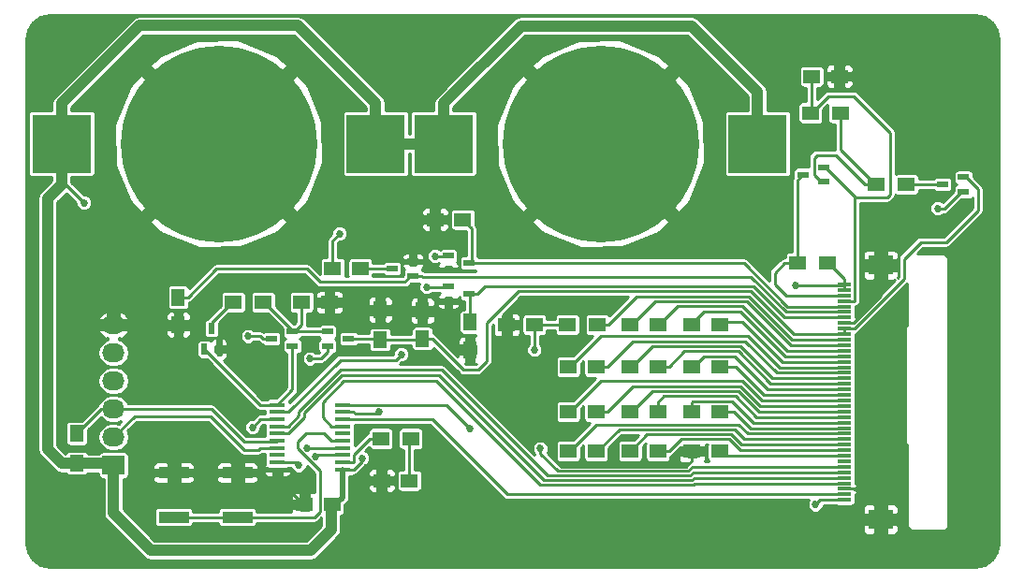
<source format=gtl>
G04 #@! TF.FileFunction,Copper,L1,Top,Signal*
%FSLAX46Y46*%
G04 Gerber Fmt 4.6, Leading zero omitted, Abs format (unit mm)*
G04 Created by KiCad (PCBNEW 4.0.2+e4-6225~38~ubuntu15.10.1-stable) date Fri 13 May 2016 04:34:39 PM MDT*
%MOMM*%
G01*
G04 APERTURE LIST*
%ADD10C,0.100000*%
%ADD11R,1.000760X0.599440*%
%ADD12R,2.200000X1.800000*%
%ADD13R,1.300000X0.300000*%
%ADD14R,1.500000X1.250000*%
%ADD15R,1.250000X1.500000*%
%ADD16R,2.032000X1.727200*%
%ADD17O,2.032000X1.727200*%
%ADD18R,0.599440X1.000760*%
%ADD19R,1.500000X1.300000*%
%ADD20R,1.300000X1.500000*%
%ADD21R,2.750000X1.000000*%
%ADD22R,1.450000X0.450000*%
%ADD23R,5.300000X5.300000*%
%ADD24C,17.780000*%
%ADD25C,0.685800*%
%ADD26C,0.254000*%
%ADD27C,1.016000*%
%ADD28C,0.508000*%
G04 APERTURE END LIST*
D10*
D11*
X62169040Y-53355240D03*
X62169040Y-52054760D03*
X64068960Y-52705000D03*
D12*
X101247000Y-52893000D03*
D13*
X97997000Y-73143000D03*
X97997000Y-73643000D03*
X97997000Y-74143000D03*
X97997000Y-72643000D03*
X97997000Y-72143000D03*
X97997000Y-71643000D03*
X97997000Y-71143000D03*
X97997000Y-70643000D03*
X97997000Y-70143000D03*
X97997000Y-69643000D03*
X97997000Y-69143000D03*
X97997000Y-68643000D03*
X97997000Y-68143000D03*
X97997000Y-67643000D03*
X97997000Y-67143000D03*
X97997000Y-66643000D03*
X97997000Y-66143000D03*
X97997000Y-65643000D03*
X97997000Y-65143000D03*
X97997000Y-64643000D03*
X97997000Y-64143000D03*
X97997000Y-63643000D03*
X97997000Y-63143000D03*
X97997000Y-62643000D03*
X97997000Y-62143000D03*
X97997000Y-61643000D03*
X97997000Y-61143000D03*
X97997000Y-60643000D03*
X97997000Y-60143000D03*
X97997000Y-59643000D03*
X97997000Y-59143000D03*
X97997000Y-58643000D03*
X97997000Y-58143000D03*
X97997000Y-57643000D03*
X97997000Y-57143000D03*
X97997000Y-56643000D03*
X97997000Y-56143000D03*
X97997000Y-55643000D03*
X97997000Y-55143000D03*
X97997000Y-54643000D03*
D12*
X101247000Y-75893000D03*
D14*
X51415000Y-56261000D03*
X48915000Y-56261000D03*
X54209000Y-53213000D03*
X51709000Y-53213000D03*
D15*
X59817000Y-57043000D03*
X59817000Y-59543000D03*
D14*
X95036000Y-35814000D03*
X97536000Y-35814000D03*
X75545000Y-66167000D03*
X73045000Y-66167000D03*
X86721000Y-62103000D03*
X84221000Y-62103000D03*
X81133000Y-66167000D03*
X78633000Y-66167000D03*
X81133000Y-62103000D03*
X78633000Y-62103000D03*
X69957000Y-58293000D03*
X67457000Y-58293000D03*
D15*
X64135000Y-58059000D03*
X64135000Y-60559000D03*
D14*
X63480000Y-48768000D03*
X60980000Y-48768000D03*
X86721000Y-66167000D03*
X84221000Y-66167000D03*
X75545000Y-62103000D03*
X73045000Y-62103000D03*
D15*
X37744400Y-55798400D03*
X37744400Y-58298400D03*
D14*
X86721000Y-69723000D03*
X84221000Y-69723000D03*
X75545000Y-69723000D03*
X73045000Y-69723000D03*
X86701000Y-58293000D03*
X84201000Y-58293000D03*
X81133000Y-69723000D03*
X78633000Y-69723000D03*
X81133000Y-58293000D03*
X78633000Y-58293000D03*
X49169000Y-74549000D03*
X51669000Y-74549000D03*
D11*
X58988960Y-52562760D03*
X58988960Y-53863240D03*
X57089040Y-53213000D03*
D14*
X56154000Y-72390000D03*
X58654000Y-72390000D03*
D16*
X31877000Y-70993000D03*
D17*
X31877000Y-68453000D03*
X31877000Y-65913000D03*
X31877000Y-63373000D03*
X31877000Y-60833000D03*
X31877000Y-58293000D03*
D18*
X41417240Y-60512960D03*
X40116760Y-60512960D03*
X40767000Y-58613040D03*
D11*
X48066960Y-58912760D03*
X48066960Y-60213240D03*
X46167040Y-59563000D03*
X51247040Y-60213240D03*
X51247040Y-58912760D03*
X53146960Y-59563000D03*
X108772960Y-44942760D03*
X108772960Y-46243240D03*
X106873040Y-45593000D03*
X62169040Y-56149240D03*
X62169040Y-54848760D03*
X64068960Y-55499000D03*
X96133920Y-44053760D03*
X96133920Y-45354240D03*
X94234000Y-44704000D03*
D19*
X45419000Y-56261000D03*
X42719000Y-56261000D03*
D20*
X56007000Y-56943000D03*
X56007000Y-59643000D03*
D19*
X97616000Y-39116000D03*
X94916000Y-39116000D03*
X103585000Y-45593000D03*
X100885000Y-45593000D03*
X96473000Y-52705000D03*
X93773000Y-52705000D03*
X75645000Y-58293000D03*
X72945000Y-58293000D03*
X58754000Y-68580000D03*
X56054000Y-68580000D03*
D20*
X28575000Y-68119000D03*
X28575000Y-70819000D03*
D21*
X37338000Y-75692000D03*
X43088000Y-75692000D03*
X43088000Y-71692000D03*
X37338000Y-71692000D03*
D22*
X52607000Y-71378000D03*
X52607000Y-70728000D03*
X52607000Y-70078000D03*
X52607000Y-69428000D03*
X52607000Y-68778000D03*
X52607000Y-68128000D03*
X52607000Y-67478000D03*
X52607000Y-66828000D03*
X52607000Y-66178000D03*
X52607000Y-65528000D03*
X46707000Y-65528000D03*
X46707000Y-66178000D03*
X46707000Y-66828000D03*
X46707000Y-67478000D03*
X46707000Y-68128000D03*
X46707000Y-68778000D03*
X46707000Y-69428000D03*
X46707000Y-70078000D03*
X46707000Y-70728000D03*
X46707000Y-71378000D03*
D23*
X61746000Y-41910000D03*
X90146000Y-41910000D03*
D24*
X75946000Y-41910000D03*
D23*
X27202000Y-41910000D03*
X55602000Y-41910000D03*
D24*
X41402000Y-41910000D03*
D25*
X29210000Y-47244000D03*
X54356000Y-70358000D03*
X44069000Y-59309000D03*
X49657000Y-61341000D03*
X102362000Y-49784000D03*
X34290000Y-73914000D03*
X70358000Y-66802000D03*
X52324000Y-50038000D03*
X55880000Y-66150310D03*
X93599000Y-54737000D03*
X69957000Y-60559000D03*
X49403000Y-69469000D03*
X50165000Y-70231012D03*
X48641000Y-70993000D03*
X95377000Y-74549000D03*
X64135000Y-67691000D03*
X70485000Y-69469000D03*
X44450000Y-67564000D03*
X106426000Y-47752000D03*
X60960000Y-52070000D03*
X60198000Y-54864000D03*
X57912000Y-60960000D03*
D26*
X29210000Y-47244000D02*
X27202000Y-45236000D01*
X27202000Y-45236000D02*
X27202000Y-41910000D01*
D27*
X90146000Y-41910000D02*
X90146000Y-37237800D01*
X90146000Y-37237800D02*
X84150200Y-31242000D01*
X84150200Y-31242000D02*
X68748000Y-31242000D01*
X68748000Y-31242000D02*
X61746000Y-38244000D01*
X61746000Y-38244000D02*
X61746000Y-41910000D01*
D28*
X51669000Y-74549000D02*
X51943000Y-74549000D01*
X52578000Y-71407000D02*
X52607000Y-71378000D01*
X51943000Y-74549000D02*
X52578000Y-73914000D01*
X52578000Y-73914000D02*
X52578000Y-71407000D01*
D27*
X51669000Y-74549000D02*
X51485800Y-74549000D01*
X51485800Y-74549000D02*
X51587400Y-74650600D01*
X51587400Y-74650600D02*
X51587400Y-76835000D01*
X51587400Y-76835000D02*
X49707800Y-78714600D01*
X49707800Y-78714600D02*
X35255200Y-78714600D01*
X31877000Y-72872600D02*
X31877000Y-70993000D01*
X35255200Y-78714600D02*
X31877000Y-75336400D01*
X31877000Y-75336400D02*
X31877000Y-72872600D01*
X28575000Y-70819000D02*
X31703000Y-70819000D01*
X31703000Y-70819000D02*
X31877000Y-70993000D01*
X28575000Y-70819000D02*
X27181800Y-70819000D01*
X27181800Y-70819000D02*
X25933400Y-69570600D01*
X25933400Y-69570600D02*
X25933400Y-46844600D01*
X25933400Y-46844600D02*
X27202000Y-45576000D01*
X27202000Y-45576000D02*
X27202000Y-41910000D01*
X55602000Y-41910000D02*
X55602000Y-38244000D01*
X55602000Y-38244000D02*
X48574600Y-31216600D01*
X48574600Y-31216600D02*
X34229400Y-31216600D01*
X34229400Y-31216600D02*
X27202000Y-38244000D01*
X27202000Y-38244000D02*
X27202000Y-41910000D01*
X55602000Y-41910000D02*
X61746000Y-41910000D01*
D26*
X54356000Y-70608000D02*
X54356000Y-70358000D01*
X52607000Y-71378000D02*
X53586000Y-71378000D01*
X53586000Y-71378000D02*
X54356000Y-70608000D01*
X45158660Y-59309000D02*
X44069000Y-59309000D01*
X46167040Y-59563000D02*
X45412660Y-59563000D01*
X45412660Y-59563000D02*
X45158660Y-59309000D01*
X50673000Y-61341000D02*
X49657000Y-61341000D01*
X51247040Y-60213240D02*
X51247040Y-60766960D01*
X51247040Y-60766960D02*
X50673000Y-61341000D01*
X101247000Y-52893000D02*
X101247000Y-50899000D01*
X101247000Y-50899000D02*
X102362000Y-49784000D01*
X37338000Y-71692000D02*
X37338000Y-72446000D01*
X37338000Y-72446000D02*
X35870000Y-73914000D01*
X35870000Y-73914000D02*
X34290000Y-73914000D01*
X46707000Y-71378000D02*
X43402000Y-71378000D01*
X43402000Y-71378000D02*
X43088000Y-71692000D01*
X51415000Y-56261000D02*
X51290000Y-56261000D01*
X59928760Y-52562760D02*
X60721240Y-53355240D01*
X60721240Y-53355240D02*
X62169040Y-53355240D01*
X58988960Y-52562760D02*
X59928760Y-52562760D01*
X59817000Y-57043000D02*
X61829000Y-57043000D01*
X61829000Y-57043000D02*
X62169040Y-56702960D01*
X62169040Y-56702960D02*
X62169040Y-56149240D01*
X64135000Y-60559000D02*
X63256000Y-60559000D01*
X63256000Y-60559000D02*
X62169040Y-59472040D01*
X62169040Y-59472040D02*
X62169040Y-56702960D01*
X97997000Y-58143000D02*
X98799922Y-58143000D01*
X98799922Y-58143000D02*
X101247000Y-55695922D01*
X101247000Y-55695922D02*
X101247000Y-54047000D01*
X101247000Y-54047000D02*
X101247000Y-52893000D01*
X84221000Y-69723000D02*
X84221000Y-70602000D01*
X84221000Y-70602000D02*
X83703000Y-71120000D01*
X83703000Y-71120000D02*
X72390000Y-71120000D01*
X71374000Y-70104000D02*
X71374000Y-68326000D01*
X71374000Y-68326000D02*
X70358000Y-67310000D01*
X72390000Y-71120000D02*
X71374000Y-70104000D01*
X70358000Y-67310000D02*
X70358000Y-66802000D01*
X97997000Y-73143000D02*
X99651000Y-73143000D01*
X99651000Y-73143000D02*
X101247000Y-74739000D01*
X101247000Y-74739000D02*
X101247000Y-75893000D01*
X49169000Y-74549000D02*
X49044000Y-74549000D01*
X49044000Y-74549000D02*
X46707000Y-72212000D01*
X46707000Y-72212000D02*
X46707000Y-71378000D01*
X45419000Y-56261000D02*
X45519000Y-56261000D01*
X45519000Y-56261000D02*
X48066960Y-58808960D01*
X48066960Y-58808960D02*
X48066960Y-58912760D01*
X48915000Y-56261000D02*
X48915000Y-58265380D01*
X48915000Y-58265380D02*
X48267620Y-58912760D01*
X48267620Y-58912760D02*
X48066960Y-58912760D01*
X48066960Y-58912760D02*
X51247040Y-58912760D01*
X54209000Y-53213000D02*
X57089040Y-53213000D01*
X52324000Y-50038000D02*
X51709000Y-50653000D01*
X51709000Y-50653000D02*
X51709000Y-53213000D01*
X53702000Y-66294000D02*
X55736310Y-66294000D01*
X55736310Y-66294000D02*
X55880000Y-66150310D01*
X52607000Y-66178000D02*
X53586000Y-66178000D01*
X53586000Y-66178000D02*
X53702000Y-66294000D01*
X98901000Y-58643000D02*
X97997000Y-58643000D01*
X103378000Y-52324000D02*
X103378000Y-54166000D01*
X107188000Y-50800000D02*
X104902000Y-50800000D01*
X110060741Y-47927259D02*
X107188000Y-50800000D01*
X104902000Y-50800000D02*
X103378000Y-52324000D01*
X110060741Y-46029881D02*
X110060741Y-47927259D01*
X108973620Y-44942760D02*
X110060741Y-46029881D01*
X103378000Y-54166000D02*
X98901000Y-58643000D01*
X108772960Y-44942760D02*
X108973620Y-44942760D01*
X59817000Y-59543000D02*
X60696000Y-59543000D01*
X93418865Y-59143000D02*
X97997000Y-59143000D01*
X60696000Y-59543000D02*
X63510000Y-62357000D01*
X64897000Y-62357000D02*
X65659000Y-61595000D01*
X63510000Y-62357000D02*
X64897000Y-62357000D01*
X65659000Y-61595000D02*
X65659000Y-58127398D01*
X65659000Y-58127398D02*
X68515437Y-55270961D01*
X68515437Y-55270961D02*
X89546826Y-55270961D01*
X89546826Y-55270961D02*
X93418865Y-59143000D01*
X97997000Y-58643000D02*
X97997000Y-59143000D01*
X56007000Y-59643000D02*
X59717000Y-59643000D01*
X59717000Y-59643000D02*
X59817000Y-59543000D01*
X53146960Y-59563000D02*
X55927000Y-59563000D01*
X55927000Y-59563000D02*
X56007000Y-59643000D01*
X95036000Y-35814000D02*
X95036000Y-38996000D01*
X95036000Y-38996000D02*
X94916000Y-39116000D01*
X94916000Y-39116000D02*
X95016000Y-39116000D01*
X96540000Y-37592000D02*
X98806000Y-37592000D01*
X95016000Y-39116000D02*
X96540000Y-37592000D01*
X99016820Y-46736000D02*
X98926401Y-46645581D01*
X98806000Y-37592000D02*
X102108000Y-40894000D01*
X102108000Y-40894000D02*
X102108000Y-46482000D01*
X102108000Y-46482000D02*
X101854000Y-46736000D01*
X101854000Y-46736000D02*
X99016820Y-46736000D01*
X98926401Y-56117599D02*
X98926401Y-46645581D01*
X97997000Y-56143000D02*
X98901000Y-56143000D01*
X98901000Y-56143000D02*
X98926401Y-56117599D01*
X98926401Y-46645581D02*
X96334580Y-44053760D01*
X96334580Y-44053760D02*
X96133920Y-44053760D01*
X78863030Y-63852970D02*
X88610902Y-63852970D01*
X88610902Y-63852970D02*
X90400932Y-65643000D01*
X90400932Y-65643000D02*
X97997000Y-65643000D01*
X75545000Y-66167000D02*
X76549000Y-66167000D01*
X76549000Y-66167000D02*
X78863030Y-63852970D01*
X97997000Y-65143000D02*
X90542998Y-65143000D01*
X90542998Y-65143000D02*
X88798959Y-63398960D01*
X88798959Y-63398960D02*
X75938040Y-63398960D01*
X75938040Y-63398960D02*
X73170000Y-66167000D01*
X73170000Y-66167000D02*
X73045000Y-66167000D01*
X97974001Y-65165999D02*
X97997000Y-65143000D01*
X97997000Y-64643000D02*
X90685064Y-64643000D01*
X90685064Y-64643000D02*
X88145064Y-62103000D01*
X88145064Y-62103000D02*
X86721000Y-62103000D01*
X97997000Y-64143000D02*
X91067000Y-64143000D01*
X91067000Y-64143000D02*
X88074999Y-61150999D01*
X88074999Y-61150999D02*
X85298001Y-61150999D01*
X85298001Y-61150999D02*
X84346000Y-62103000D01*
X84346000Y-62103000D02*
X84221000Y-62103000D01*
X81133000Y-66167000D02*
X81133000Y-65288000D01*
X81133000Y-65288000D02*
X81660011Y-64760989D01*
X81660011Y-64760989D02*
X88128989Y-64760989D01*
X88128989Y-64760989D02*
X90011000Y-66643000D01*
X90011000Y-66643000D02*
X97997000Y-66643000D01*
X90258864Y-66143000D02*
X97997000Y-66143000D01*
X80618019Y-64306981D02*
X88422845Y-64306981D01*
X78758000Y-66167000D02*
X80618019Y-64306981D01*
X88422845Y-64306981D02*
X90258864Y-66143000D01*
X78633000Y-66167000D02*
X78758000Y-66167000D01*
X97997000Y-63643000D02*
X91329000Y-63643000D01*
X91329000Y-63643000D02*
X88382989Y-60696989D01*
X88382989Y-60696989D02*
X83543011Y-60696989D01*
X83543011Y-60696989D02*
X82137000Y-62103000D01*
X82137000Y-62103000D02*
X81133000Y-62103000D01*
X97997000Y-63143000D02*
X91471062Y-63143000D01*
X91471062Y-63143000D02*
X88571041Y-60242979D01*
X88571041Y-60242979D02*
X80618021Y-60242979D01*
X80618021Y-60242979D02*
X78758000Y-62103000D01*
X78758000Y-62103000D02*
X78633000Y-62103000D01*
X97997000Y-55143000D02*
X97997000Y-54643000D01*
X93599000Y-54737000D02*
X97903000Y-54737000D01*
X97903000Y-54737000D02*
X97997000Y-54643000D01*
X69957000Y-58293000D02*
X69957000Y-60559000D01*
X97997000Y-55143000D02*
X97997000Y-54129000D01*
X97997000Y-54129000D02*
X96573000Y-52705000D01*
X96573000Y-52705000D02*
X96473000Y-52705000D01*
X72945000Y-58293000D02*
X69957000Y-58293000D01*
X64135000Y-58059000D02*
X64135000Y-55565040D01*
X64135000Y-55565040D02*
X64068960Y-55499000D01*
X64068960Y-55499000D02*
X64823340Y-55499000D01*
X89734881Y-54816949D02*
X92560932Y-57643000D01*
X65505391Y-54816949D02*
X89734881Y-54816949D01*
X92560932Y-57643000D02*
X97997000Y-57643000D01*
X64823340Y-55499000D02*
X65505391Y-54816949D01*
X63480000Y-48768000D02*
X64262000Y-49550000D01*
X64262000Y-49550000D02*
X64262000Y-52511960D01*
X64262000Y-52511960D02*
X64068960Y-52705000D01*
X97997000Y-56643000D02*
X92845066Y-56643000D01*
X92845066Y-56643000D02*
X88907066Y-52705000D01*
X88907066Y-52705000D02*
X64068960Y-52705000D01*
X86721000Y-66167000D02*
X88011000Y-66167000D01*
X88011000Y-66167000D02*
X89487000Y-67643000D01*
X89487000Y-67643000D02*
X97997000Y-67643000D01*
X84221000Y-66167000D02*
X84221000Y-65288000D01*
X84221000Y-65288000D02*
X84294001Y-65214999D01*
X87820999Y-65214999D02*
X89741399Y-67135399D01*
X97093000Y-67143000D02*
X97997000Y-67143000D01*
X84294001Y-65214999D02*
X87820999Y-65214999D01*
X89741399Y-67135399D02*
X97085399Y-67135399D01*
X97085399Y-67135399D02*
X97093000Y-67143000D01*
X97997000Y-62643000D02*
X91853000Y-62643000D01*
X88998969Y-59788969D02*
X78863031Y-59788969D01*
X91853000Y-62643000D02*
X88998969Y-59788969D01*
X76549000Y-62103000D02*
X75545000Y-62103000D01*
X78863031Y-59788969D02*
X76549000Y-62103000D01*
X97997000Y-62143000D02*
X92115000Y-62143000D01*
X92115000Y-62143000D02*
X89306959Y-59334959D01*
X89306959Y-59334959D02*
X75938041Y-59334959D01*
X75938041Y-59334959D02*
X73170000Y-62103000D01*
X73170000Y-62103000D02*
X73045000Y-62103000D01*
X58988960Y-53863240D02*
X58788300Y-53863240D01*
X58788300Y-53863240D02*
X58234580Y-54416960D01*
X58234580Y-54416960D02*
X50574960Y-54416960D01*
X50574960Y-54416960D02*
X49371000Y-53213000D01*
X49371000Y-53213000D02*
X41208800Y-53213000D01*
X38623400Y-55798400D02*
X37744400Y-55798400D01*
X41208800Y-53213000D02*
X38623400Y-55798400D01*
X58988960Y-53863240D02*
X59743340Y-53863240D01*
X59743340Y-53863240D02*
X59855100Y-53975000D01*
X61400098Y-53975000D02*
X61407059Y-53981961D01*
X62937982Y-53975000D02*
X89535000Y-53975000D01*
X59855100Y-53975000D02*
X61400098Y-53975000D01*
X61407059Y-53981961D02*
X62931021Y-53981961D01*
X62931021Y-53981961D02*
X62937982Y-53975000D01*
X89535000Y-53975000D02*
X92703000Y-57143000D01*
X92703000Y-57143000D02*
X97997000Y-57143000D01*
X97997000Y-70143000D02*
X87141000Y-70143000D01*
X87141000Y-70143000D02*
X86721000Y-69723000D01*
X75545000Y-69723000D02*
X75670000Y-69723000D01*
X75670000Y-69723000D02*
X77625822Y-67767178D01*
X77625822Y-67767178D02*
X88087178Y-67767178D01*
X88087178Y-67767178D02*
X88963000Y-68643000D01*
X88963000Y-68643000D02*
X97093000Y-68643000D01*
X97093000Y-68643000D02*
X97997000Y-68643000D01*
X73045000Y-69723000D02*
X73170000Y-69723000D01*
X73170000Y-69723000D02*
X75532233Y-67360767D01*
X75532233Y-67360767D02*
X88442767Y-67360767D01*
X88442767Y-67360767D02*
X89225000Y-68143000D01*
X89225000Y-68143000D02*
X97093000Y-68143000D01*
X97093000Y-68143000D02*
X97997000Y-68143000D01*
X97997000Y-61643000D02*
X92377000Y-61643000D01*
X92377000Y-61643000D02*
X88773000Y-58039000D01*
X88773000Y-58039000D02*
X86721000Y-58039000D01*
X97997000Y-61143000D02*
X92639000Y-61143000D01*
X92639000Y-61143000D02*
X88582999Y-57086999D01*
X88582999Y-57086999D02*
X85298001Y-57086999D01*
X85298001Y-57086999D02*
X84346000Y-58039000D01*
X84346000Y-58039000D02*
X84221000Y-58039000D01*
X97997000Y-69643000D02*
X88604602Y-69643000D01*
X82137000Y-69723000D02*
X81133000Y-69723000D01*
X88604602Y-69643000D02*
X87541602Y-68580000D01*
X87541602Y-68580000D02*
X83280000Y-68580000D01*
X83280000Y-68580000D02*
X82137000Y-69723000D01*
X97997000Y-69143000D02*
X97093000Y-69143000D01*
X97093000Y-69143000D02*
X97070001Y-69165999D01*
X97070001Y-69165999D02*
X88702352Y-69165999D01*
X80162411Y-68173589D02*
X78740000Y-69596000D01*
X78740000Y-69616000D02*
X78633000Y-69723000D01*
X88702352Y-69165999D02*
X87709942Y-68173589D01*
X87709942Y-68173589D02*
X80162411Y-68173589D01*
X78740000Y-69596000D02*
X78740000Y-69616000D01*
X97997000Y-60643000D02*
X92781066Y-60643000D01*
X92781066Y-60643000D02*
X88771056Y-56632989D01*
X88771056Y-56632989D02*
X82918011Y-56632989D01*
X82918011Y-56632989D02*
X81258000Y-58293000D01*
X81258000Y-58293000D02*
X81133000Y-58293000D01*
X78758000Y-58293000D02*
X78633000Y-58293000D01*
X80872018Y-56178982D02*
X78758000Y-58293000D01*
X89170710Y-56178982D02*
X80872018Y-56178982D01*
X97997000Y-60143000D02*
X93134728Y-60143000D01*
X93134728Y-60143000D02*
X89170710Y-56178982D01*
X58654000Y-72390000D02*
X58654000Y-68680000D01*
X58654000Y-68680000D02*
X58754000Y-68580000D01*
X46707000Y-69428000D02*
X45126000Y-69428000D01*
X45126000Y-69428000D02*
X44958000Y-69596000D01*
X44958000Y-69596000D02*
X43688000Y-69596000D01*
X43688000Y-69596000D02*
X40640000Y-66548000D01*
X40640000Y-66548000D02*
X33782000Y-66548000D01*
X33782000Y-66548000D02*
X31877000Y-68453000D01*
X46707000Y-68778000D02*
X46651000Y-68834000D01*
X46651000Y-68834000D02*
X43688000Y-68834000D01*
X43688000Y-68834000D02*
X40767000Y-65913000D01*
X40767000Y-65913000D02*
X31877000Y-65913000D01*
X28575000Y-68119000D02*
X30781000Y-65913000D01*
X30781000Y-65913000D02*
X31877000Y-65913000D01*
X49403000Y-69469000D02*
X49444000Y-69428000D01*
X49444000Y-69428000D02*
X52607000Y-69428000D01*
X50318012Y-70078000D02*
X50165000Y-70231012D01*
X52607000Y-70078000D02*
X50318012Y-70078000D01*
X97997000Y-73643000D02*
X67547000Y-73643000D01*
X60732000Y-66828000D02*
X52607000Y-66828000D01*
X67547000Y-73643000D02*
X60732000Y-66828000D01*
X46707000Y-70728000D02*
X48376000Y-70728000D01*
X48376000Y-70728000D02*
X48641000Y-70993000D01*
X95783000Y-74143000D02*
X97997000Y-74143000D01*
X95377000Y-74549000D02*
X95783000Y-74143000D01*
X97997000Y-72643000D02*
X84479004Y-72643000D01*
X84479004Y-72643000D02*
X84376360Y-72745644D01*
X70459644Y-72745644D02*
X61087000Y-63373000D01*
X84376360Y-72745644D02*
X70459644Y-72745644D01*
X50800000Y-65278000D02*
X50800000Y-66650000D01*
X61087000Y-63373000D02*
X52705000Y-63373000D01*
X52705000Y-63373000D02*
X50800000Y-65278000D01*
X50800000Y-66650000D02*
X51628000Y-67478000D01*
X51628000Y-67478000D02*
X52607000Y-67478000D01*
X52517750Y-62865000D02*
X49149000Y-66233750D01*
X61341000Y-62865000D02*
X52517750Y-62865000D01*
X70815233Y-72339233D02*
X61341000Y-62865000D01*
X84208020Y-72339233D02*
X70815233Y-72339233D01*
X49149000Y-66665000D02*
X47686000Y-68128000D01*
X84404253Y-72143000D02*
X84208020Y-72339233D01*
X49149000Y-66233750D02*
X49149000Y-66665000D01*
X97997000Y-72143000D02*
X84404253Y-72143000D01*
X47686000Y-68128000D02*
X46707000Y-68128000D01*
X84329502Y-71643000D02*
X84039680Y-71932822D01*
X97997000Y-71643000D02*
X84329502Y-71643000D01*
X84039680Y-71932822D02*
X71170822Y-71932822D01*
X71170822Y-71932822D02*
X61595000Y-62357000D01*
X61595000Y-62357000D02*
X52451000Y-62357000D01*
X52451000Y-62357000D02*
X48641000Y-66167000D01*
X48641000Y-66167000D02*
X48641000Y-66523000D01*
X48641000Y-66523000D02*
X47686000Y-67478000D01*
X47686000Y-67478000D02*
X46707000Y-67478000D01*
X72057478Y-71526411D02*
X70485000Y-69953933D01*
X97997000Y-71143000D02*
X84254751Y-71143000D01*
X70485000Y-69953933D02*
X70485000Y-69469000D01*
X83871340Y-71526411D02*
X72057478Y-71526411D01*
X84254751Y-71143000D02*
X83871340Y-71526411D01*
X61972000Y-65528000D02*
X52607000Y-65528000D01*
X64135000Y-67691000D02*
X61972000Y-65528000D01*
X89358767Y-55724971D02*
X79217029Y-55724971D01*
X76649000Y-58293000D02*
X75645000Y-58293000D01*
X79217029Y-55724971D02*
X76649000Y-58293000D01*
X97997000Y-59643000D02*
X93276796Y-59643000D01*
X93276796Y-59643000D02*
X89358767Y-55724971D01*
X97997000Y-55643000D02*
X92727000Y-55643000D01*
X91694000Y-54610000D02*
X91694000Y-53594000D01*
X92727000Y-55643000D02*
X91694000Y-54610000D01*
X91694000Y-53594000D02*
X92583000Y-52705000D01*
X92583000Y-52705000D02*
X93773000Y-52705000D01*
X93773000Y-52705000D02*
X93773000Y-45165000D01*
X93773000Y-45165000D02*
X94234000Y-44704000D01*
X46707000Y-65528000D02*
X48066960Y-64168040D01*
X48066960Y-64168040D02*
X48066960Y-60213240D01*
X40116760Y-60512960D02*
X45131800Y-65528000D01*
X45131800Y-65528000D02*
X46707000Y-65528000D01*
X42719000Y-56261000D02*
X42619000Y-56261000D01*
X42619000Y-56261000D02*
X40767000Y-58113000D01*
X40767000Y-58113000D02*
X40767000Y-58613040D01*
X44450000Y-67564000D02*
X45186000Y-66828000D01*
X45186000Y-66828000D02*
X46707000Y-66828000D01*
X108572300Y-46243240D02*
X107063540Y-47752000D01*
X107063540Y-47752000D02*
X106426000Y-47752000D01*
X108772960Y-46243240D02*
X108572300Y-46243240D01*
X46681000Y-66802000D02*
X46707000Y-66828000D01*
X103585000Y-45593000D02*
X106873040Y-45593000D01*
X60960000Y-52070000D02*
X62153800Y-52070000D01*
X62153800Y-52070000D02*
X62169040Y-52054760D01*
X60198000Y-54864000D02*
X62153800Y-54864000D01*
X62153800Y-54864000D02*
X62169040Y-54848760D01*
X52396000Y-61468000D02*
X57404000Y-61468000D01*
X57404000Y-61468000D02*
X57912000Y-60960000D01*
X46707000Y-66178000D02*
X47686000Y-66178000D01*
X47686000Y-66178000D02*
X52396000Y-61468000D01*
X97616000Y-39116000D02*
X97616000Y-42424000D01*
X97616000Y-42424000D02*
X100785000Y-45593000D01*
X100785000Y-45593000D02*
X100885000Y-45593000D01*
X100885000Y-45593000D02*
X99881000Y-45593000D01*
X99881000Y-45593000D02*
X97214000Y-42926000D01*
X95250000Y-43180000D02*
X95250000Y-44704000D01*
X97214000Y-42926000D02*
X95504000Y-42926000D01*
X95504000Y-42926000D02*
X95250000Y-43180000D01*
X95250000Y-44704000D02*
X95900240Y-45354240D01*
X95900240Y-45354240D02*
X96133920Y-45354240D01*
X52607000Y-70728000D02*
X53586000Y-70728000D01*
X53586000Y-70728000D02*
X53611401Y-70702599D01*
X53611401Y-70702599D02*
X53611401Y-70018599D01*
X53611401Y-70018599D02*
X55050000Y-68580000D01*
X55050000Y-68580000D02*
X56054000Y-68580000D01*
X43088000Y-75692000D02*
X50038000Y-75692000D01*
X48514000Y-69501006D02*
X48514000Y-68834000D01*
X50038000Y-75692000D02*
X50546000Y-75184000D01*
X50546000Y-75184000D02*
X50546000Y-71533006D01*
X50546000Y-71533006D02*
X48514000Y-69501006D01*
X48514000Y-68834000D02*
X49276000Y-68072000D01*
X51628000Y-68778000D02*
X52607000Y-68778000D01*
X49276000Y-68072000D02*
X50922000Y-68072000D01*
X50922000Y-68072000D02*
X51628000Y-68778000D01*
X37338000Y-75692000D02*
X43088000Y-75692000D01*
G36*
X110649094Y-30467888D02*
X111322293Y-30917707D01*
X111772112Y-31590906D01*
X111939000Y-32429911D01*
X111939000Y-78060089D01*
X111772112Y-78899094D01*
X111322293Y-79572293D01*
X110649094Y-80022112D01*
X109810089Y-80189000D01*
X26079911Y-80189000D01*
X25240906Y-80022112D01*
X24567707Y-79572293D01*
X24117888Y-78899094D01*
X23951000Y-78060089D01*
X23951000Y-39260000D01*
X24163536Y-39260000D01*
X24163536Y-44560000D01*
X24190103Y-44701190D01*
X24273546Y-44830865D01*
X24400866Y-44917859D01*
X24552000Y-44948464D01*
X26313000Y-44948464D01*
X26313000Y-45207764D01*
X25304782Y-46215982D01*
X25112071Y-46504394D01*
X25044400Y-46844600D01*
X25044400Y-69570600D01*
X25112071Y-69910806D01*
X25246726Y-70112331D01*
X25304782Y-70199218D01*
X26553182Y-71447618D01*
X26841594Y-71640329D01*
X27181800Y-71708000D01*
X27562691Y-71708000D01*
X27563103Y-71710190D01*
X27646546Y-71839865D01*
X27773866Y-71926859D01*
X27925000Y-71957464D01*
X29225000Y-71957464D01*
X29366190Y-71930897D01*
X29495865Y-71847454D01*
X29582859Y-71720134D01*
X29585316Y-71708000D01*
X30472536Y-71708000D01*
X30472536Y-71856600D01*
X30499103Y-71997790D01*
X30582546Y-72127465D01*
X30709866Y-72214459D01*
X30861000Y-72245064D01*
X30988000Y-72245064D01*
X30988000Y-75336400D01*
X31055671Y-75676606D01*
X31195853Y-75886403D01*
X31248382Y-75965018D01*
X34626582Y-79343218D01*
X34914994Y-79535929D01*
X35255200Y-79603600D01*
X49707800Y-79603600D01*
X50048006Y-79535929D01*
X50336418Y-79343218D01*
X52216018Y-77463618D01*
X52376352Y-77223661D01*
X52408729Y-77175206D01*
X52476400Y-76835000D01*
X52476400Y-76470000D01*
X99639000Y-76470000D01*
X99639000Y-76894047D01*
X99716338Y-77080758D01*
X99859241Y-77223661D01*
X100045952Y-77301000D01*
X100612000Y-77301000D01*
X100739000Y-77174000D01*
X100739000Y-76343000D01*
X101755000Y-76343000D01*
X101755000Y-77174000D01*
X101882000Y-77301000D01*
X102448048Y-77301000D01*
X102634759Y-77223661D01*
X102777662Y-77080758D01*
X102855000Y-76894047D01*
X102855000Y-76470000D01*
X102728000Y-76343000D01*
X101755000Y-76343000D01*
X100739000Y-76343000D01*
X99766000Y-76343000D01*
X99639000Y-76470000D01*
X52476400Y-76470000D01*
X52476400Y-75551663D01*
X52560190Y-75535897D01*
X52689865Y-75452454D01*
X52776859Y-75325134D01*
X52807464Y-75174000D01*
X52807464Y-74582562D01*
X53027013Y-74363013D01*
X53164664Y-74157004D01*
X53213001Y-73914000D01*
X53213000Y-73913995D01*
X53213000Y-72829500D01*
X54896000Y-72829500D01*
X54896000Y-73116048D01*
X54973339Y-73302759D01*
X55116242Y-73445662D01*
X55302953Y-73523000D01*
X55652000Y-73523000D01*
X55779000Y-73396000D01*
X55779000Y-72702500D01*
X56529000Y-72702500D01*
X56529000Y-73396000D01*
X56656000Y-73523000D01*
X57005047Y-73523000D01*
X57191758Y-73445662D01*
X57334661Y-73302759D01*
X57412000Y-73116048D01*
X57412000Y-72829500D01*
X57285000Y-72702500D01*
X56529000Y-72702500D01*
X55779000Y-72702500D01*
X55023000Y-72702500D01*
X54896000Y-72829500D01*
X53213000Y-72829500D01*
X53213000Y-71991464D01*
X53332000Y-71991464D01*
X53473190Y-71964897D01*
X53600185Y-71883178D01*
X53780403Y-71847331D01*
X53945210Y-71737210D01*
X54018468Y-71663952D01*
X54896000Y-71663952D01*
X54896000Y-71950500D01*
X55023000Y-72077500D01*
X55779000Y-72077500D01*
X55779000Y-71384000D01*
X56529000Y-71384000D01*
X56529000Y-72077500D01*
X57285000Y-72077500D01*
X57412000Y-71950500D01*
X57412000Y-71765000D01*
X57515536Y-71765000D01*
X57515536Y-73015000D01*
X57542103Y-73156190D01*
X57625546Y-73285865D01*
X57752866Y-73372859D01*
X57904000Y-73403464D01*
X59404000Y-73403464D01*
X59545190Y-73376897D01*
X59674865Y-73293454D01*
X59761859Y-73166134D01*
X59792464Y-73015000D01*
X59792464Y-71765000D01*
X59765897Y-71623810D01*
X59682454Y-71494135D01*
X59555134Y-71407141D01*
X59404000Y-71376536D01*
X59162000Y-71376536D01*
X59162000Y-69618464D01*
X59504000Y-69618464D01*
X59645190Y-69591897D01*
X59774865Y-69508454D01*
X59861859Y-69381134D01*
X59892464Y-69230000D01*
X59892464Y-67930000D01*
X59865897Y-67788810D01*
X59782454Y-67659135D01*
X59655134Y-67572141D01*
X59504000Y-67541536D01*
X58004000Y-67541536D01*
X57862810Y-67568103D01*
X57733135Y-67651546D01*
X57646141Y-67778866D01*
X57615536Y-67930000D01*
X57615536Y-69230000D01*
X57642103Y-69371190D01*
X57725546Y-69500865D01*
X57852866Y-69587859D01*
X58004000Y-69618464D01*
X58146000Y-69618464D01*
X58146000Y-71376536D01*
X57904000Y-71376536D01*
X57762810Y-71403103D01*
X57633135Y-71486546D01*
X57546141Y-71613866D01*
X57515536Y-71765000D01*
X57412000Y-71765000D01*
X57412000Y-71663952D01*
X57334661Y-71477241D01*
X57191758Y-71334338D01*
X57005047Y-71257000D01*
X56656000Y-71257000D01*
X56529000Y-71384000D01*
X55779000Y-71384000D01*
X55652000Y-71257000D01*
X55302953Y-71257000D01*
X55116242Y-71334338D01*
X54973339Y-71477241D01*
X54896000Y-71663952D01*
X54018468Y-71663952D01*
X54671538Y-71010883D01*
X54765521Y-70972050D01*
X54969335Y-70768592D01*
X55079774Y-70502624D01*
X55080025Y-70214639D01*
X54970050Y-69948479D01*
X54766592Y-69744665D01*
X54651532Y-69696888D01*
X54955856Y-69392564D01*
X55025546Y-69500865D01*
X55152866Y-69587859D01*
X55304000Y-69618464D01*
X56804000Y-69618464D01*
X56945190Y-69591897D01*
X57074865Y-69508454D01*
X57161859Y-69381134D01*
X57192464Y-69230000D01*
X57192464Y-67930000D01*
X57165897Y-67788810D01*
X57082454Y-67659135D01*
X56955134Y-67572141D01*
X56804000Y-67541536D01*
X55304000Y-67541536D01*
X55162810Y-67568103D01*
X55033135Y-67651546D01*
X54946141Y-67778866D01*
X54915536Y-67930000D01*
X54915536Y-68098746D01*
X54855596Y-68110669D01*
X54690790Y-68220790D01*
X53718582Y-69192998D01*
X53700957Y-69099330D01*
X53720464Y-69003000D01*
X53720464Y-68553000D01*
X53700957Y-68449330D01*
X53720464Y-68353000D01*
X53720464Y-67903000D01*
X53700957Y-67799330D01*
X53720464Y-67703000D01*
X53720464Y-67336000D01*
X60521580Y-67336000D01*
X67187789Y-74002210D01*
X67352596Y-74112331D01*
X67384850Y-74118746D01*
X67547000Y-74151000D01*
X94758436Y-74151000D01*
X94653226Y-74404376D01*
X94652975Y-74692361D01*
X94762950Y-74958521D01*
X94966408Y-75162335D01*
X95232376Y-75272774D01*
X95520361Y-75273025D01*
X95786521Y-75163050D01*
X95990335Y-74959592D01*
X96018421Y-74891953D01*
X99639000Y-74891953D01*
X99639000Y-75316000D01*
X99766000Y-75443000D01*
X100739000Y-75443000D01*
X100739000Y-74612000D01*
X101755000Y-74612000D01*
X101755000Y-75443000D01*
X102728000Y-75443000D01*
X102855000Y-75316000D01*
X102855000Y-74891953D01*
X102777662Y-74705242D01*
X102634759Y-74562339D01*
X102448048Y-74485000D01*
X101882000Y-74485000D01*
X101755000Y-74612000D01*
X100739000Y-74612000D01*
X100612000Y-74485000D01*
X100045952Y-74485000D01*
X99859241Y-74562339D01*
X99716338Y-74705242D01*
X99639000Y-74891953D01*
X96018421Y-74891953D01*
X96100774Y-74693624D01*
X96100811Y-74651000D01*
X97196562Y-74651000D01*
X97347000Y-74681464D01*
X98647000Y-74681464D01*
X98788190Y-74654897D01*
X98917865Y-74571454D01*
X99004859Y-74444134D01*
X99035464Y-74293000D01*
X99035464Y-73993000D01*
X99015957Y-73889330D01*
X99035464Y-73793000D01*
X99035464Y-73622956D01*
X99077662Y-73580758D01*
X99155000Y-73394047D01*
X99155000Y-73345000D01*
X99028000Y-73218000D01*
X98919402Y-73218000D01*
X98808202Y-73142020D01*
X98917865Y-73071454D01*
X98920225Y-73068000D01*
X99028000Y-73068000D01*
X99155000Y-72941000D01*
X99155000Y-72891953D01*
X99077662Y-72705242D01*
X99035464Y-72663044D01*
X99035464Y-72493000D01*
X99015957Y-72389330D01*
X99035464Y-72293000D01*
X99035464Y-71993000D01*
X99015957Y-71889330D01*
X99035464Y-71793000D01*
X99035464Y-71493000D01*
X99015957Y-71389330D01*
X99035464Y-71293000D01*
X99035464Y-70993000D01*
X99015957Y-70889330D01*
X99035464Y-70793000D01*
X99035464Y-70493000D01*
X99015957Y-70389330D01*
X99035464Y-70293000D01*
X99035464Y-69993000D01*
X99015957Y-69889330D01*
X99035464Y-69793000D01*
X99035464Y-69493000D01*
X99015957Y-69389330D01*
X99035464Y-69293000D01*
X99035464Y-68993000D01*
X99015957Y-68889330D01*
X99035464Y-68793000D01*
X99035464Y-68493000D01*
X99015957Y-68389330D01*
X99035464Y-68293000D01*
X99035464Y-67993000D01*
X99015957Y-67889330D01*
X99035464Y-67793000D01*
X99035464Y-67493000D01*
X99015957Y-67389330D01*
X99035464Y-67293000D01*
X99035464Y-66993000D01*
X99015957Y-66889330D01*
X99035464Y-66793000D01*
X99035464Y-66493000D01*
X99015957Y-66389330D01*
X99035464Y-66293000D01*
X99035464Y-65993000D01*
X99015957Y-65889330D01*
X99035464Y-65793000D01*
X99035464Y-65493000D01*
X99015957Y-65389330D01*
X99035464Y-65293000D01*
X99035464Y-64993000D01*
X99015957Y-64889330D01*
X99035464Y-64793000D01*
X99035464Y-64493000D01*
X99015957Y-64389330D01*
X99035464Y-64293000D01*
X99035464Y-63993000D01*
X99015957Y-63889330D01*
X99035464Y-63793000D01*
X99035464Y-63493000D01*
X99015957Y-63389330D01*
X99035464Y-63293000D01*
X99035464Y-62993000D01*
X99015957Y-62889330D01*
X99035464Y-62793000D01*
X99035464Y-62493000D01*
X99015957Y-62389330D01*
X99035464Y-62293000D01*
X99035464Y-61993000D01*
X99015957Y-61889330D01*
X99035464Y-61793000D01*
X99035464Y-61493000D01*
X99015957Y-61389330D01*
X99035464Y-61293000D01*
X99035464Y-60993000D01*
X99015957Y-60889330D01*
X99035464Y-60793000D01*
X99035464Y-60493000D01*
X99015957Y-60389330D01*
X99035464Y-60293000D01*
X99035464Y-59993000D01*
X99015957Y-59889330D01*
X99035464Y-59793000D01*
X99035464Y-59493000D01*
X99015957Y-59389330D01*
X99035464Y-59293000D01*
X99035464Y-59124254D01*
X99095403Y-59112331D01*
X99260210Y-59002210D01*
X103684000Y-54578420D01*
X103684000Y-58401571D01*
X103529000Y-58401571D01*
X103529000Y-69106429D01*
X103684000Y-69106429D01*
X103684000Y-76454000D01*
X103718711Y-76628504D01*
X103817559Y-76776441D01*
X103965496Y-76875289D01*
X104140000Y-76910000D01*
X106934000Y-76910000D01*
X107108504Y-76875289D01*
X107256441Y-76776441D01*
X107355289Y-76628504D01*
X107390000Y-76454000D01*
X107390000Y-52324000D01*
X107355289Y-52149496D01*
X107256441Y-52001559D01*
X107108504Y-51902711D01*
X106934000Y-51868000D01*
X104552421Y-51868000D01*
X105112421Y-51308000D01*
X107188000Y-51308000D01*
X107382403Y-51269331D01*
X107547210Y-51159210D01*
X110419951Y-48286469D01*
X110530072Y-48121663D01*
X110545927Y-48041952D01*
X110568741Y-47927259D01*
X110568741Y-46029881D01*
X110530072Y-45835478D01*
X110530072Y-45835477D01*
X110419951Y-45670671D01*
X109661804Y-44912524D01*
X109661804Y-44643040D01*
X109635237Y-44501850D01*
X109551794Y-44372175D01*
X109424474Y-44285181D01*
X109273340Y-44254576D01*
X108272580Y-44254576D01*
X108131390Y-44281143D01*
X108001715Y-44364586D01*
X107914721Y-44491906D01*
X107884116Y-44643040D01*
X107884116Y-45242480D01*
X107910683Y-45383670D01*
X107994126Y-45513345D01*
X108112162Y-45593996D01*
X108001715Y-45665066D01*
X107914721Y-45792386D01*
X107884116Y-45943520D01*
X107884116Y-46213004D01*
X106897470Y-47199650D01*
X106836592Y-47138665D01*
X106570624Y-47028226D01*
X106282639Y-47027975D01*
X106016479Y-47137950D01*
X105812665Y-47341408D01*
X105702226Y-47607376D01*
X105701975Y-47895361D01*
X105811950Y-48161521D01*
X106015408Y-48365335D01*
X106281376Y-48475774D01*
X106569361Y-48476025D01*
X106835521Y-48366050D01*
X106941757Y-48260000D01*
X107063540Y-48260000D01*
X107257943Y-48221331D01*
X107422750Y-48111210D01*
X108602536Y-46931424D01*
X109273340Y-46931424D01*
X109414530Y-46904857D01*
X109544205Y-46821414D01*
X109552741Y-46808921D01*
X109552741Y-47716839D01*
X106977580Y-50292000D01*
X104902000Y-50292000D01*
X104707597Y-50330669D01*
X104707595Y-50330670D01*
X104707596Y-50330670D01*
X104542789Y-50440790D01*
X103018790Y-51964790D01*
X102908669Y-52129597D01*
X102870000Y-52324000D01*
X102870000Y-53955580D01*
X102800883Y-54024697D01*
X102855000Y-53894047D01*
X102855000Y-53470000D01*
X102728000Y-53343000D01*
X101755000Y-53343000D01*
X101755000Y-54174000D01*
X101882000Y-54301000D01*
X102448048Y-54301000D01*
X102578697Y-54246883D01*
X99155000Y-57670580D01*
X99155000Y-57634998D01*
X99035464Y-57634998D01*
X99035464Y-57493000D01*
X99015957Y-57389330D01*
X99035464Y-57293000D01*
X99035464Y-56993000D01*
X99015957Y-56889330D01*
X99035464Y-56793000D01*
X99035464Y-56624254D01*
X99095403Y-56612331D01*
X99260210Y-56502210D01*
X99285611Y-56476810D01*
X99395732Y-56312003D01*
X99411452Y-56232971D01*
X99434401Y-56117599D01*
X99434401Y-53470000D01*
X99639000Y-53470000D01*
X99639000Y-53894047D01*
X99716338Y-54080758D01*
X99859241Y-54223661D01*
X100045952Y-54301000D01*
X100612000Y-54301000D01*
X100739000Y-54174000D01*
X100739000Y-53343000D01*
X99766000Y-53343000D01*
X99639000Y-53470000D01*
X99434401Y-53470000D01*
X99434401Y-51891953D01*
X99639000Y-51891953D01*
X99639000Y-52316000D01*
X99766000Y-52443000D01*
X100739000Y-52443000D01*
X100739000Y-51612000D01*
X101755000Y-51612000D01*
X101755000Y-52443000D01*
X102728000Y-52443000D01*
X102855000Y-52316000D01*
X102855000Y-51891953D01*
X102777662Y-51705242D01*
X102634759Y-51562339D01*
X102448048Y-51485000D01*
X101882000Y-51485000D01*
X101755000Y-51612000D01*
X100739000Y-51612000D01*
X100612000Y-51485000D01*
X100045952Y-51485000D01*
X99859241Y-51562339D01*
X99716338Y-51705242D01*
X99639000Y-51891953D01*
X99434401Y-51891953D01*
X99434401Y-47244000D01*
X101854000Y-47244000D01*
X102048403Y-47205331D01*
X102213210Y-47095210D01*
X102467210Y-46841210D01*
X102577331Y-46676404D01*
X102592041Y-46602450D01*
X102603306Y-46545815D01*
X102683866Y-46600859D01*
X102835000Y-46631464D01*
X104335000Y-46631464D01*
X104476190Y-46604897D01*
X104605865Y-46521454D01*
X104692859Y-46394134D01*
X104723464Y-46243000D01*
X104723464Y-46101000D01*
X106053934Y-46101000D01*
X106094206Y-46163585D01*
X106221526Y-46250579D01*
X106372660Y-46281184D01*
X107373420Y-46281184D01*
X107514610Y-46254617D01*
X107644285Y-46171174D01*
X107731279Y-46043854D01*
X107761884Y-45892720D01*
X107761884Y-45293280D01*
X107735317Y-45152090D01*
X107651874Y-45022415D01*
X107524554Y-44935421D01*
X107373420Y-44904816D01*
X106372660Y-44904816D01*
X106231470Y-44931383D01*
X106101795Y-45014826D01*
X106053847Y-45085000D01*
X104723464Y-45085000D01*
X104723464Y-44943000D01*
X104696897Y-44801810D01*
X104613454Y-44672135D01*
X104486134Y-44585141D01*
X104335000Y-44554536D01*
X102835000Y-44554536D01*
X102693810Y-44581103D01*
X102616000Y-44631172D01*
X102616000Y-40894000D01*
X102577331Y-40699597D01*
X102577331Y-40699596D01*
X102467210Y-40534790D01*
X99165210Y-37232790D01*
X99000403Y-37122669D01*
X98806000Y-37084000D01*
X96540000Y-37084000D01*
X96345597Y-37122669D01*
X96345595Y-37122670D01*
X96345596Y-37122670D01*
X96180789Y-37232790D01*
X95544000Y-37869579D01*
X95544000Y-36827464D01*
X95786000Y-36827464D01*
X95927190Y-36800897D01*
X96056865Y-36717454D01*
X96143859Y-36590134D01*
X96174464Y-36439000D01*
X96174464Y-36253500D01*
X96278000Y-36253500D01*
X96278000Y-36540048D01*
X96355339Y-36726759D01*
X96498242Y-36869662D01*
X96684953Y-36947000D01*
X97034000Y-36947000D01*
X97161000Y-36820000D01*
X97161000Y-36126500D01*
X97911000Y-36126500D01*
X97911000Y-36820000D01*
X98038000Y-36947000D01*
X98387047Y-36947000D01*
X98573758Y-36869662D01*
X98716661Y-36726759D01*
X98794000Y-36540048D01*
X98794000Y-36253500D01*
X98667000Y-36126500D01*
X97911000Y-36126500D01*
X97161000Y-36126500D01*
X96405000Y-36126500D01*
X96278000Y-36253500D01*
X96174464Y-36253500D01*
X96174464Y-35189000D01*
X96155451Y-35087952D01*
X96278000Y-35087952D01*
X96278000Y-35374500D01*
X96405000Y-35501500D01*
X97161000Y-35501500D01*
X97161000Y-34808000D01*
X97911000Y-34808000D01*
X97911000Y-35501500D01*
X98667000Y-35501500D01*
X98794000Y-35374500D01*
X98794000Y-35087952D01*
X98716661Y-34901241D01*
X98573758Y-34758338D01*
X98387047Y-34681000D01*
X98038000Y-34681000D01*
X97911000Y-34808000D01*
X97161000Y-34808000D01*
X97034000Y-34681000D01*
X96684953Y-34681000D01*
X96498242Y-34758338D01*
X96355339Y-34901241D01*
X96278000Y-35087952D01*
X96155451Y-35087952D01*
X96147897Y-35047810D01*
X96064454Y-34918135D01*
X95937134Y-34831141D01*
X95786000Y-34800536D01*
X94286000Y-34800536D01*
X94144810Y-34827103D01*
X94015135Y-34910546D01*
X93928141Y-35037866D01*
X93897536Y-35189000D01*
X93897536Y-36439000D01*
X93924103Y-36580190D01*
X94007546Y-36709865D01*
X94134866Y-36796859D01*
X94286000Y-36827464D01*
X94528000Y-36827464D01*
X94528000Y-38077536D01*
X94166000Y-38077536D01*
X94024810Y-38104103D01*
X93895135Y-38187546D01*
X93808141Y-38314866D01*
X93777536Y-38466000D01*
X93777536Y-39766000D01*
X93804103Y-39907190D01*
X93887546Y-40036865D01*
X94014866Y-40123859D01*
X94166000Y-40154464D01*
X95666000Y-40154464D01*
X95807190Y-40127897D01*
X95936865Y-40044454D01*
X96023859Y-39917134D01*
X96054464Y-39766000D01*
X96054464Y-38795956D01*
X96501180Y-38349241D01*
X96477536Y-38466000D01*
X96477536Y-39766000D01*
X96504103Y-39907190D01*
X96587546Y-40036865D01*
X96714866Y-40123859D01*
X96866000Y-40154464D01*
X97108000Y-40154464D01*
X97108000Y-42418000D01*
X95504000Y-42418000D01*
X95341850Y-42450254D01*
X95309596Y-42456669D01*
X95144790Y-42566790D01*
X94890790Y-42820790D01*
X94780669Y-42985597D01*
X94742000Y-43180000D01*
X94742000Y-44017359D01*
X94734380Y-44015816D01*
X93733620Y-44015816D01*
X93592430Y-44042383D01*
X93462755Y-44125826D01*
X93375761Y-44253146D01*
X93345156Y-44404280D01*
X93345156Y-44908508D01*
X93303669Y-44970597D01*
X93265000Y-45165000D01*
X93265000Y-51666536D01*
X93023000Y-51666536D01*
X92881810Y-51693103D01*
X92752135Y-51776546D01*
X92665141Y-51903866D01*
X92634536Y-52055000D01*
X92634536Y-52197000D01*
X92583000Y-52197000D01*
X92388597Y-52235669D01*
X92223790Y-52345790D01*
X91334790Y-53234790D01*
X91224669Y-53399597D01*
X91186000Y-53594000D01*
X91186000Y-54265514D01*
X89266276Y-52345790D01*
X89101469Y-52235669D01*
X88907066Y-52197000D01*
X64888066Y-52197000D01*
X64847794Y-52134415D01*
X64770000Y-52081261D01*
X64770000Y-49550000D01*
X64731331Y-49355597D01*
X64621210Y-49190790D01*
X64618464Y-49188044D01*
X64618464Y-48945331D01*
X69629089Y-48945331D01*
X70732674Y-49949789D01*
X74206208Y-51332851D01*
X77944610Y-51281368D01*
X81159326Y-49949789D01*
X82262911Y-48945331D01*
X75946000Y-42628420D01*
X69629089Y-48945331D01*
X64618464Y-48945331D01*
X64618464Y-48143000D01*
X64591897Y-48001810D01*
X64508454Y-47872135D01*
X64381134Y-47785141D01*
X64230000Y-47754536D01*
X62730000Y-47754536D01*
X62588810Y-47781103D01*
X62459135Y-47864546D01*
X62372141Y-47991866D01*
X62341536Y-48143000D01*
X62341536Y-49393000D01*
X62368103Y-49534190D01*
X62451546Y-49663865D01*
X62578866Y-49750859D01*
X62730000Y-49781464D01*
X63754000Y-49781464D01*
X63754000Y-52016816D01*
X63568580Y-52016816D01*
X63427390Y-52043383D01*
X63297715Y-52126826D01*
X63210721Y-52254146D01*
X63180116Y-52405280D01*
X63180116Y-53004720D01*
X63206683Y-53145910D01*
X63290126Y-53275585D01*
X63417446Y-53362579D01*
X63568580Y-53393184D01*
X64569340Y-53393184D01*
X64643000Y-53379324D01*
X64643000Y-53467000D01*
X62937982Y-53467000D01*
X62902987Y-53473961D01*
X61435093Y-53473961D01*
X61400098Y-53467000D01*
X60047131Y-53467000D01*
X59937743Y-53393909D01*
X59817567Y-53370005D01*
X59769999Y-53296082D01*
X59777099Y-53293141D01*
X59920002Y-53150238D01*
X59997340Y-52963527D01*
X59997340Y-52839620D01*
X59870340Y-52712620D01*
X59239150Y-52712620D01*
X59239150Y-52862480D01*
X58738770Y-52862480D01*
X58738770Y-52712620D01*
X58107580Y-52712620D01*
X57980580Y-52839620D01*
X57980580Y-52963527D01*
X58057918Y-53150238D01*
X58200821Y-53293141D01*
X58209688Y-53296814D01*
X58130721Y-53412386D01*
X58100116Y-53563520D01*
X58100116Y-53833004D01*
X58024160Y-53908960D01*
X55333094Y-53908960D01*
X55347464Y-53838000D01*
X55347464Y-53721000D01*
X56269934Y-53721000D01*
X56310206Y-53783585D01*
X56437526Y-53870579D01*
X56588660Y-53901184D01*
X57589420Y-53901184D01*
X57730610Y-53874617D01*
X57860285Y-53791174D01*
X57947279Y-53663854D01*
X57977884Y-53512720D01*
X57977884Y-52913280D01*
X57951317Y-52772090D01*
X57867874Y-52642415D01*
X57740554Y-52555421D01*
X57589420Y-52524816D01*
X56588660Y-52524816D01*
X56447470Y-52551383D01*
X56317795Y-52634826D01*
X56269847Y-52705000D01*
X55347464Y-52705000D01*
X55347464Y-52588000D01*
X55320897Y-52446810D01*
X55237454Y-52317135D01*
X55110134Y-52230141D01*
X54959000Y-52199536D01*
X53459000Y-52199536D01*
X53317810Y-52226103D01*
X53188135Y-52309546D01*
X53101141Y-52436866D01*
X53070536Y-52588000D01*
X53070536Y-53838000D01*
X53083888Y-53908960D01*
X52833094Y-53908960D01*
X52847464Y-53838000D01*
X52847464Y-52588000D01*
X52820897Y-52446810D01*
X52737454Y-52317135D01*
X52610134Y-52230141D01*
X52459000Y-52199536D01*
X52217000Y-52199536D01*
X52217000Y-52161993D01*
X57980580Y-52161993D01*
X57980580Y-52285900D01*
X58107580Y-52412900D01*
X58738770Y-52412900D01*
X58738770Y-51882040D01*
X59239150Y-51882040D01*
X59239150Y-52412900D01*
X59870340Y-52412900D01*
X59997340Y-52285900D01*
X59997340Y-52213361D01*
X60235975Y-52213361D01*
X60345950Y-52479521D01*
X60549408Y-52683335D01*
X60815376Y-52793774D01*
X61103361Y-52794025D01*
X61288045Y-52717715D01*
X61237998Y-52767762D01*
X61160660Y-52954473D01*
X61160660Y-53078380D01*
X61287660Y-53205380D01*
X61918850Y-53205380D01*
X61918850Y-53055520D01*
X62419230Y-53055520D01*
X62419230Y-53205380D01*
X63050420Y-53205380D01*
X63177420Y-53078380D01*
X63177420Y-52954473D01*
X63100082Y-52767762D01*
X62957179Y-52624859D01*
X62948312Y-52621186D01*
X63027279Y-52505614D01*
X63057884Y-52354480D01*
X63057884Y-51755040D01*
X63031317Y-51613850D01*
X62947874Y-51484175D01*
X62820554Y-51397181D01*
X62669420Y-51366576D01*
X61668660Y-51366576D01*
X61527470Y-51393143D01*
X61397795Y-51476586D01*
X61394822Y-51480937D01*
X61370592Y-51456665D01*
X61104624Y-51346226D01*
X60816639Y-51345975D01*
X60550479Y-51455950D01*
X60346665Y-51659408D01*
X60236226Y-51925376D01*
X60235975Y-52213361D01*
X59997340Y-52213361D01*
X59997340Y-52161993D01*
X59920002Y-51975282D01*
X59777099Y-51832379D01*
X59590388Y-51755040D01*
X59366150Y-51755040D01*
X59239150Y-51882040D01*
X58738770Y-51882040D01*
X58611770Y-51755040D01*
X58387532Y-51755040D01*
X58200821Y-51832379D01*
X58057918Y-51975282D01*
X57980580Y-52161993D01*
X52217000Y-52161993D01*
X52217000Y-50863420D01*
X52318525Y-50761895D01*
X52467361Y-50762025D01*
X52733521Y-50652050D01*
X52937335Y-50448592D01*
X53047774Y-50182624D01*
X53048025Y-49894639D01*
X52938050Y-49628479D01*
X52734592Y-49424665D01*
X52468624Y-49314226D01*
X52180639Y-49313975D01*
X51914479Y-49423950D01*
X51710665Y-49627408D01*
X51600226Y-49893376D01*
X51600095Y-50043485D01*
X51349790Y-50293790D01*
X51239669Y-50458597D01*
X51201000Y-50653000D01*
X51201000Y-52199536D01*
X50959000Y-52199536D01*
X50817810Y-52226103D01*
X50688135Y-52309546D01*
X50601141Y-52436866D01*
X50570536Y-52588000D01*
X50570536Y-53694115D01*
X49730210Y-52853790D01*
X49565403Y-52743669D01*
X49371000Y-52705000D01*
X41208800Y-52705000D01*
X41014397Y-52743669D01*
X40849590Y-52853790D01*
X38741571Y-54961809D01*
X38731297Y-54907210D01*
X38647854Y-54777535D01*
X38520534Y-54690541D01*
X38369400Y-54659936D01*
X37119400Y-54659936D01*
X36978210Y-54686503D01*
X36848535Y-54769946D01*
X36761541Y-54897266D01*
X36730936Y-55048400D01*
X36730936Y-56548400D01*
X36757503Y-56689590D01*
X36840946Y-56819265D01*
X36968266Y-56906259D01*
X37119400Y-56936864D01*
X38369400Y-56936864D01*
X38510590Y-56910297D01*
X38640265Y-56826854D01*
X38727259Y-56699534D01*
X38757864Y-56548400D01*
X38757864Y-56279654D01*
X38817803Y-56267731D01*
X38982610Y-56157610D01*
X41419220Y-53721000D01*
X49160580Y-53721000D01*
X50215750Y-54776171D01*
X50347196Y-54864000D01*
X50380557Y-54886291D01*
X50574960Y-54924960D01*
X58234580Y-54924960D01*
X58428983Y-54886291D01*
X58593790Y-54776170D01*
X58818536Y-54551424D01*
X59489340Y-54551424D01*
X59548595Y-54540274D01*
X59474226Y-54719376D01*
X59473975Y-55007361D01*
X59583950Y-55273521D01*
X59787408Y-55477335D01*
X60053376Y-55587774D01*
X60341361Y-55588025D01*
X60607521Y-55478050D01*
X60713757Y-55372000D01*
X61359741Y-55372000D01*
X61388001Y-55415918D01*
X61380901Y-55418859D01*
X61237998Y-55561762D01*
X61160660Y-55748473D01*
X61160660Y-55872380D01*
X61287660Y-55999380D01*
X61918850Y-55999380D01*
X61918850Y-55849520D01*
X62419230Y-55849520D01*
X62419230Y-55999380D01*
X63050420Y-55999380D01*
X63177420Y-55872380D01*
X63177420Y-55753000D01*
X63180116Y-55753000D01*
X63180116Y-55798720D01*
X63206683Y-55939910D01*
X63290126Y-56069585D01*
X63417446Y-56156579D01*
X63568580Y-56187184D01*
X63627000Y-56187184D01*
X63627000Y-56920536D01*
X63510000Y-56920536D01*
X63368810Y-56947103D01*
X63239135Y-57030546D01*
X63152141Y-57157866D01*
X63121536Y-57309000D01*
X63121536Y-58809000D01*
X63148103Y-58950190D01*
X63231546Y-59079865D01*
X63358866Y-59166859D01*
X63510000Y-59197464D01*
X64643000Y-59197464D01*
X64643000Y-59301000D01*
X64574500Y-59301000D01*
X64447500Y-59428000D01*
X64447500Y-60184000D01*
X64663000Y-60184000D01*
X64663000Y-60934000D01*
X64447500Y-60934000D01*
X64447500Y-61690000D01*
X64574500Y-61817000D01*
X64718580Y-61817000D01*
X64686580Y-61849000D01*
X63720420Y-61849000D01*
X63688420Y-61817000D01*
X63695500Y-61817000D01*
X63822500Y-61690000D01*
X63822500Y-60934000D01*
X63129000Y-60934000D01*
X63002000Y-61061000D01*
X63002000Y-61130580D01*
X61579373Y-59707953D01*
X63002000Y-59707953D01*
X63002000Y-60057000D01*
X63129000Y-60184000D01*
X63822500Y-60184000D01*
X63822500Y-59428000D01*
X63695500Y-59301000D01*
X63408952Y-59301000D01*
X63222241Y-59378339D01*
X63079338Y-59521242D01*
X63002000Y-59707953D01*
X61579373Y-59707953D01*
X61055210Y-59183790D01*
X60890403Y-59073669D01*
X60830464Y-59061746D01*
X60830464Y-58793000D01*
X60803897Y-58651810D01*
X60720454Y-58522135D01*
X60593134Y-58435141D01*
X60442000Y-58404536D01*
X59192000Y-58404536D01*
X59050810Y-58431103D01*
X58921135Y-58514546D01*
X58834141Y-58641866D01*
X58803536Y-58793000D01*
X58803536Y-59135000D01*
X57045464Y-59135000D01*
X57045464Y-58893000D01*
X57018897Y-58751810D01*
X56935454Y-58622135D01*
X56808134Y-58535141D01*
X56657000Y-58504536D01*
X55357000Y-58504536D01*
X55215810Y-58531103D01*
X55086135Y-58614546D01*
X54999141Y-58741866D01*
X54968536Y-58893000D01*
X54968536Y-59055000D01*
X53966066Y-59055000D01*
X53925794Y-58992415D01*
X53798474Y-58905421D01*
X53647340Y-58874816D01*
X52646580Y-58874816D01*
X52505390Y-58901383D01*
X52375715Y-58984826D01*
X52288721Y-59112146D01*
X52258116Y-59263280D01*
X52258116Y-59862720D01*
X52284683Y-60003910D01*
X52368126Y-60133585D01*
X52495446Y-60220579D01*
X52646580Y-60251184D01*
X53647340Y-60251184D01*
X53788530Y-60224617D01*
X53918205Y-60141174D01*
X53966153Y-60071000D01*
X54968536Y-60071000D01*
X54968536Y-60393000D01*
X54995103Y-60534190D01*
X55078546Y-60663865D01*
X55205866Y-60750859D01*
X55357000Y-60781464D01*
X56657000Y-60781464D01*
X56798190Y-60754897D01*
X56927865Y-60671454D01*
X57014859Y-60544134D01*
X57045464Y-60393000D01*
X57045464Y-60151000D01*
X58803536Y-60151000D01*
X58803536Y-60293000D01*
X58830103Y-60434190D01*
X58913546Y-60563865D01*
X59040866Y-60650859D01*
X59192000Y-60681464D01*
X60442000Y-60681464D01*
X60583190Y-60654897D01*
X60712865Y-60571454D01*
X60799859Y-60444134D01*
X60813138Y-60378558D01*
X63150790Y-62716210D01*
X63315597Y-62826331D01*
X63510000Y-62865000D01*
X64897000Y-62865000D01*
X65091403Y-62826331D01*
X65256210Y-62716210D01*
X66018210Y-61954210D01*
X66128331Y-61789403D01*
X66167000Y-61595000D01*
X66167000Y-58337818D01*
X66199000Y-58305818D01*
X66199000Y-59019048D01*
X66276339Y-59205759D01*
X66419242Y-59348662D01*
X66605953Y-59426000D01*
X66955000Y-59426000D01*
X67082000Y-59299000D01*
X67082000Y-58605500D01*
X67832000Y-58605500D01*
X67832000Y-59299000D01*
X67959000Y-59426000D01*
X68308047Y-59426000D01*
X68494758Y-59348662D01*
X68637661Y-59205759D01*
X68715000Y-59019048D01*
X68715000Y-58732500D01*
X68588000Y-58605500D01*
X67832000Y-58605500D01*
X67082000Y-58605500D01*
X66929000Y-58605500D01*
X66929000Y-57980500D01*
X67082000Y-57980500D01*
X67082000Y-57422818D01*
X67217818Y-57287000D01*
X67832000Y-57287000D01*
X67832000Y-57980500D01*
X68588000Y-57980500D01*
X68715000Y-57853500D01*
X68715000Y-57668000D01*
X68818536Y-57668000D01*
X68818536Y-58918000D01*
X68845103Y-59059190D01*
X68928546Y-59188865D01*
X69055866Y-59275859D01*
X69207000Y-59306464D01*
X69449000Y-59306464D01*
X69449000Y-60043257D01*
X69343665Y-60148408D01*
X69233226Y-60414376D01*
X69232975Y-60702361D01*
X69342950Y-60968521D01*
X69546408Y-61172335D01*
X69812376Y-61282774D01*
X70100361Y-61283025D01*
X70366521Y-61173050D01*
X70570335Y-60969592D01*
X70680774Y-60703624D01*
X70681025Y-60415639D01*
X70571050Y-60149479D01*
X70465000Y-60043243D01*
X70465000Y-59306464D01*
X70707000Y-59306464D01*
X70848190Y-59279897D01*
X70977865Y-59196454D01*
X71064859Y-59069134D01*
X71095464Y-58918000D01*
X71095464Y-58801000D01*
X71806536Y-58801000D01*
X71806536Y-58943000D01*
X71833103Y-59084190D01*
X71916546Y-59213865D01*
X72043866Y-59300859D01*
X72195000Y-59331464D01*
X73695000Y-59331464D01*
X73836190Y-59304897D01*
X73965865Y-59221454D01*
X74052859Y-59094134D01*
X74083464Y-58943000D01*
X74083464Y-57643000D01*
X74056897Y-57501810D01*
X73973454Y-57372135D01*
X73846134Y-57285141D01*
X73695000Y-57254536D01*
X72195000Y-57254536D01*
X72053810Y-57281103D01*
X71924135Y-57364546D01*
X71837141Y-57491866D01*
X71806536Y-57643000D01*
X71806536Y-57785000D01*
X71095464Y-57785000D01*
X71095464Y-57668000D01*
X71068897Y-57526810D01*
X70985454Y-57397135D01*
X70858134Y-57310141D01*
X70707000Y-57279536D01*
X69207000Y-57279536D01*
X69065810Y-57306103D01*
X68936135Y-57389546D01*
X68849141Y-57516866D01*
X68818536Y-57668000D01*
X68715000Y-57668000D01*
X68715000Y-57566952D01*
X68637661Y-57380241D01*
X68494758Y-57237338D01*
X68308047Y-57160000D01*
X67959000Y-57160000D01*
X67832000Y-57287000D01*
X67217818Y-57287000D01*
X68725857Y-55778961D01*
X78444618Y-55778961D01*
X76743144Y-57480436D01*
X76673454Y-57372135D01*
X76546134Y-57285141D01*
X76395000Y-57254536D01*
X74895000Y-57254536D01*
X74753810Y-57281103D01*
X74624135Y-57364546D01*
X74537141Y-57491866D01*
X74506536Y-57643000D01*
X74506536Y-58943000D01*
X74533103Y-59084190D01*
X74616546Y-59213865D01*
X74743866Y-59300859D01*
X74895000Y-59331464D01*
X75223116Y-59331464D01*
X73465044Y-61089536D01*
X72295000Y-61089536D01*
X72153810Y-61116103D01*
X72024135Y-61199546D01*
X71937141Y-61326866D01*
X71906536Y-61478000D01*
X71906536Y-62728000D01*
X71933103Y-62869190D01*
X72016546Y-62998865D01*
X72143866Y-63085859D01*
X72295000Y-63116464D01*
X73795000Y-63116464D01*
X73936190Y-63089897D01*
X74065865Y-63006454D01*
X74152859Y-62879134D01*
X74183464Y-62728000D01*
X74183464Y-61807956D01*
X74406536Y-61584884D01*
X74406536Y-62728000D01*
X74433103Y-62869190D01*
X74516546Y-62998865D01*
X74643866Y-63085859D01*
X74795000Y-63116464D01*
X75502116Y-63116464D01*
X73465044Y-65153536D01*
X72295000Y-65153536D01*
X72153810Y-65180103D01*
X72024135Y-65263546D01*
X71937141Y-65390866D01*
X71906536Y-65542000D01*
X71906536Y-66792000D01*
X71933103Y-66933190D01*
X72016546Y-67062865D01*
X72143866Y-67149859D01*
X72295000Y-67180464D01*
X73795000Y-67180464D01*
X73936190Y-67153897D01*
X74065865Y-67070454D01*
X74152859Y-66943134D01*
X74183464Y-66792000D01*
X74183464Y-65871956D01*
X74406536Y-65648884D01*
X74406536Y-66792000D01*
X74433103Y-66933190D01*
X74516546Y-67062865D01*
X74643866Y-67149859D01*
X74795000Y-67180464D01*
X74994116Y-67180464D01*
X73465044Y-68709536D01*
X72295000Y-68709536D01*
X72153810Y-68736103D01*
X72024135Y-68819546D01*
X71937141Y-68946866D01*
X71906536Y-69098000D01*
X71906536Y-70348000D01*
X71933103Y-70489190D01*
X72016546Y-70618865D01*
X72143866Y-70705859D01*
X72295000Y-70736464D01*
X73795000Y-70736464D01*
X73936190Y-70709897D01*
X74065865Y-70626454D01*
X74152859Y-70499134D01*
X74183464Y-70348000D01*
X74183464Y-69427956D01*
X74406536Y-69204884D01*
X74406536Y-70348000D01*
X74433103Y-70489190D01*
X74516546Y-70618865D01*
X74643866Y-70705859D01*
X74795000Y-70736464D01*
X76295000Y-70736464D01*
X76436190Y-70709897D01*
X76565865Y-70626454D01*
X76652859Y-70499134D01*
X76683464Y-70348000D01*
X76683464Y-69427956D01*
X77836242Y-68275178D01*
X79342402Y-68275178D01*
X78908044Y-68709536D01*
X77883000Y-68709536D01*
X77741810Y-68736103D01*
X77612135Y-68819546D01*
X77525141Y-68946866D01*
X77494536Y-69098000D01*
X77494536Y-70348000D01*
X77521103Y-70489190D01*
X77604546Y-70618865D01*
X77731866Y-70705859D01*
X77883000Y-70736464D01*
X79383000Y-70736464D01*
X79524190Y-70709897D01*
X79653865Y-70626454D01*
X79740859Y-70499134D01*
X79771464Y-70348000D01*
X79771464Y-69282956D01*
X80004215Y-69050205D01*
X79994536Y-69098000D01*
X79994536Y-70348000D01*
X80021103Y-70489190D01*
X80104546Y-70618865D01*
X80231866Y-70705859D01*
X80383000Y-70736464D01*
X81883000Y-70736464D01*
X82024190Y-70709897D01*
X82153865Y-70626454D01*
X82240859Y-70499134D01*
X82271464Y-70348000D01*
X82271464Y-70204254D01*
X82331403Y-70192331D01*
X82496210Y-70082210D01*
X83167920Y-69410500D01*
X83846000Y-69410500D01*
X83846000Y-69195000D01*
X84596000Y-69195000D01*
X84596000Y-69410500D01*
X85352000Y-69410500D01*
X85479000Y-69283500D01*
X85479000Y-69088000D01*
X85584561Y-69088000D01*
X85582536Y-69098000D01*
X85582536Y-70348000D01*
X85609103Y-70489190D01*
X85692546Y-70618865D01*
X85716160Y-70635000D01*
X85401975Y-70635000D01*
X85479000Y-70449048D01*
X85479000Y-70162500D01*
X85352000Y-70035500D01*
X84596000Y-70035500D01*
X84596000Y-70251000D01*
X83846000Y-70251000D01*
X83846000Y-70035500D01*
X83090000Y-70035500D01*
X82963000Y-70162500D01*
X82963000Y-70449048D01*
X83040339Y-70635759D01*
X83183242Y-70778662D01*
X83369953Y-70856000D01*
X83823331Y-70856000D01*
X83660920Y-71018411D01*
X72267898Y-71018411D01*
X71107355Y-69857868D01*
X71208774Y-69613624D01*
X71209025Y-69325639D01*
X71099050Y-69059479D01*
X70895592Y-68855665D01*
X70629624Y-68745226D01*
X70341639Y-68744975D01*
X70075479Y-68854950D01*
X69871665Y-69058408D01*
X69761226Y-69324376D01*
X69760975Y-69612361D01*
X69870950Y-69878521D01*
X69984657Y-69992427D01*
X69993549Y-70037129D01*
X61954210Y-61997790D01*
X61789403Y-61887669D01*
X61595000Y-61849000D01*
X57730599Y-61849000D01*
X57763210Y-61827210D01*
X57906525Y-61683895D01*
X58055361Y-61684025D01*
X58321521Y-61574050D01*
X58525335Y-61370592D01*
X58635774Y-61104624D01*
X58636025Y-60816639D01*
X58526050Y-60550479D01*
X58322592Y-60346665D01*
X58056624Y-60236226D01*
X57768639Y-60235975D01*
X57502479Y-60345950D01*
X57298665Y-60549408D01*
X57188226Y-60815376D01*
X57188100Y-60960000D01*
X52396000Y-60960000D01*
X52201597Y-60998669D01*
X52036790Y-61108790D01*
X47820464Y-65325116D01*
X47820464Y-65303000D01*
X47793897Y-65161810D01*
X47793002Y-65160418D01*
X48426170Y-64527250D01*
X48536291Y-64362443D01*
X48574960Y-64168040D01*
X48574960Y-60899990D01*
X48708530Y-60874857D01*
X48838205Y-60791414D01*
X48925199Y-60664094D01*
X48955804Y-60512960D01*
X48955804Y-59913520D01*
X48929237Y-59772330D01*
X48845794Y-59642655D01*
X48727758Y-59562004D01*
X48838205Y-59490934D01*
X48886153Y-59420760D01*
X50427934Y-59420760D01*
X50468206Y-59483345D01*
X50586242Y-59563996D01*
X50475795Y-59635066D01*
X50388801Y-59762386D01*
X50358196Y-59913520D01*
X50358196Y-60512960D01*
X50384763Y-60654150D01*
X50468206Y-60783825D01*
X50494078Y-60801502D01*
X50462580Y-60833000D01*
X50172743Y-60833000D01*
X50067592Y-60727665D01*
X49801624Y-60617226D01*
X49513639Y-60616975D01*
X49247479Y-60726950D01*
X49043665Y-60930408D01*
X48933226Y-61196376D01*
X48932975Y-61484361D01*
X49042950Y-61750521D01*
X49246408Y-61954335D01*
X49512376Y-62064774D01*
X49800361Y-62065025D01*
X50066521Y-61955050D01*
X50172757Y-61849000D01*
X50673000Y-61849000D01*
X50867403Y-61810331D01*
X51032210Y-61700210D01*
X51606250Y-61126170D01*
X51716371Y-60961364D01*
X51728294Y-60901424D01*
X51747420Y-60901424D01*
X51888610Y-60874857D01*
X52018285Y-60791414D01*
X52105279Y-60664094D01*
X52135884Y-60512960D01*
X52135884Y-59913520D01*
X52109317Y-59772330D01*
X52025874Y-59642655D01*
X51907838Y-59562004D01*
X52018285Y-59490934D01*
X52105279Y-59363614D01*
X52135884Y-59212480D01*
X52135884Y-58613040D01*
X52109317Y-58471850D01*
X52025874Y-58342175D01*
X51898554Y-58255181D01*
X51747420Y-58224576D01*
X50746660Y-58224576D01*
X50605470Y-58251143D01*
X50475795Y-58334586D01*
X50427847Y-58404760D01*
X49395276Y-58404760D01*
X49423000Y-58265380D01*
X49423000Y-57445000D01*
X54849000Y-57445000D01*
X54849000Y-57794047D01*
X54926338Y-57980758D01*
X55069241Y-58123661D01*
X55255952Y-58201000D01*
X55555000Y-58201000D01*
X55682000Y-58074000D01*
X55682000Y-57318000D01*
X56332000Y-57318000D01*
X56332000Y-58074000D01*
X56459000Y-58201000D01*
X56758048Y-58201000D01*
X56944759Y-58123661D01*
X57087662Y-57980758D01*
X57165000Y-57794047D01*
X57165000Y-57545000D01*
X58684000Y-57545000D01*
X58684000Y-57894047D01*
X58761338Y-58080758D01*
X58904241Y-58223661D01*
X59090952Y-58301000D01*
X59377500Y-58301000D01*
X59504500Y-58174000D01*
X59504500Y-57418000D01*
X60129500Y-57418000D01*
X60129500Y-58174000D01*
X60256500Y-58301000D01*
X60543048Y-58301000D01*
X60729759Y-58223661D01*
X60872662Y-58080758D01*
X60950000Y-57894047D01*
X60950000Y-57545000D01*
X60823000Y-57418000D01*
X60129500Y-57418000D01*
X59504500Y-57418000D01*
X58811000Y-57418000D01*
X58684000Y-57545000D01*
X57165000Y-57545000D01*
X57165000Y-57445000D01*
X57038000Y-57318000D01*
X56332000Y-57318000D01*
X55682000Y-57318000D01*
X54976000Y-57318000D01*
X54849000Y-57445000D01*
X49423000Y-57445000D01*
X49423000Y-57274464D01*
X49665000Y-57274464D01*
X49806190Y-57247897D01*
X49935865Y-57164454D01*
X50022859Y-57037134D01*
X50053464Y-56886000D01*
X50053464Y-56700500D01*
X50157000Y-56700500D01*
X50157000Y-56987048D01*
X50234339Y-57173759D01*
X50377242Y-57316662D01*
X50563953Y-57394000D01*
X50913000Y-57394000D01*
X51040000Y-57267000D01*
X51040000Y-56573500D01*
X51790000Y-56573500D01*
X51790000Y-57267000D01*
X51917000Y-57394000D01*
X52266047Y-57394000D01*
X52452758Y-57316662D01*
X52595661Y-57173759D01*
X52673000Y-56987048D01*
X52673000Y-56700500D01*
X52546000Y-56573500D01*
X51790000Y-56573500D01*
X51040000Y-56573500D01*
X50284000Y-56573500D01*
X50157000Y-56700500D01*
X50053464Y-56700500D01*
X50053464Y-56091953D01*
X54849000Y-56091953D01*
X54849000Y-56441000D01*
X54976000Y-56568000D01*
X55682000Y-56568000D01*
X55682000Y-55812000D01*
X56332000Y-55812000D01*
X56332000Y-56568000D01*
X57038000Y-56568000D01*
X57165000Y-56441000D01*
X57165000Y-56191953D01*
X58684000Y-56191953D01*
X58684000Y-56541000D01*
X58811000Y-56668000D01*
X59504500Y-56668000D01*
X59504500Y-55912000D01*
X60129500Y-55912000D01*
X60129500Y-56668000D01*
X60823000Y-56668000D01*
X60950000Y-56541000D01*
X60950000Y-56426100D01*
X61160660Y-56426100D01*
X61160660Y-56550007D01*
X61237998Y-56736718D01*
X61380901Y-56879621D01*
X61567612Y-56956960D01*
X61791850Y-56956960D01*
X61918850Y-56829960D01*
X61918850Y-56299100D01*
X62419230Y-56299100D01*
X62419230Y-56829960D01*
X62546230Y-56956960D01*
X62770468Y-56956960D01*
X62957179Y-56879621D01*
X63100082Y-56736718D01*
X63177420Y-56550007D01*
X63177420Y-56426100D01*
X63050420Y-56299100D01*
X62419230Y-56299100D01*
X61918850Y-56299100D01*
X61287660Y-56299100D01*
X61160660Y-56426100D01*
X60950000Y-56426100D01*
X60950000Y-56191953D01*
X60872662Y-56005242D01*
X60729759Y-55862339D01*
X60543048Y-55785000D01*
X60256500Y-55785000D01*
X60129500Y-55912000D01*
X59504500Y-55912000D01*
X59377500Y-55785000D01*
X59090952Y-55785000D01*
X58904241Y-55862339D01*
X58761338Y-56005242D01*
X58684000Y-56191953D01*
X57165000Y-56191953D01*
X57165000Y-56091953D01*
X57087662Y-55905242D01*
X56944759Y-55762339D01*
X56758048Y-55685000D01*
X56459000Y-55685000D01*
X56332000Y-55812000D01*
X55682000Y-55812000D01*
X55555000Y-55685000D01*
X55255952Y-55685000D01*
X55069241Y-55762339D01*
X54926338Y-55905242D01*
X54849000Y-56091953D01*
X50053464Y-56091953D01*
X50053464Y-55636000D01*
X50034451Y-55534952D01*
X50157000Y-55534952D01*
X50157000Y-55821500D01*
X50284000Y-55948500D01*
X51040000Y-55948500D01*
X51040000Y-55255000D01*
X51790000Y-55255000D01*
X51790000Y-55948500D01*
X52546000Y-55948500D01*
X52673000Y-55821500D01*
X52673000Y-55534952D01*
X52595661Y-55348241D01*
X52452758Y-55205338D01*
X52266047Y-55128000D01*
X51917000Y-55128000D01*
X51790000Y-55255000D01*
X51040000Y-55255000D01*
X50913000Y-55128000D01*
X50563953Y-55128000D01*
X50377242Y-55205338D01*
X50234339Y-55348241D01*
X50157000Y-55534952D01*
X50034451Y-55534952D01*
X50026897Y-55494810D01*
X49943454Y-55365135D01*
X49816134Y-55278141D01*
X49665000Y-55247536D01*
X48165000Y-55247536D01*
X48023810Y-55274103D01*
X47894135Y-55357546D01*
X47807141Y-55484866D01*
X47776536Y-55636000D01*
X47776536Y-56886000D01*
X47803103Y-57027190D01*
X47886546Y-57156865D01*
X48013866Y-57243859D01*
X48165000Y-57274464D01*
X48407000Y-57274464D01*
X48407000Y-58054959D01*
X48237383Y-58224576D01*
X48200997Y-58224576D01*
X46557464Y-56581044D01*
X46557464Y-55611000D01*
X46530897Y-55469810D01*
X46447454Y-55340135D01*
X46320134Y-55253141D01*
X46169000Y-55222536D01*
X44669000Y-55222536D01*
X44527810Y-55249103D01*
X44398135Y-55332546D01*
X44311141Y-55459866D01*
X44280536Y-55611000D01*
X44280536Y-56911000D01*
X44307103Y-57052190D01*
X44390546Y-57181865D01*
X44517866Y-57268859D01*
X44669000Y-57299464D01*
X45839044Y-57299464D01*
X47178116Y-58638537D01*
X47178116Y-59212480D01*
X47204683Y-59353670D01*
X47288126Y-59483345D01*
X47406162Y-59563996D01*
X47295715Y-59635066D01*
X47208721Y-59762386D01*
X47178116Y-59913520D01*
X47178116Y-60512960D01*
X47204683Y-60654150D01*
X47288126Y-60783825D01*
X47415446Y-60870819D01*
X47558960Y-60899881D01*
X47558960Y-63957620D01*
X46602044Y-64914536D01*
X45982000Y-64914536D01*
X45840810Y-64941103D01*
X45718200Y-65020000D01*
X45342221Y-65020000D01*
X41843560Y-61521340D01*
X41925242Y-61521340D01*
X41925242Y-61476922D01*
X42004718Y-61444002D01*
X42147621Y-61301099D01*
X42224960Y-61114388D01*
X42224960Y-60890150D01*
X42097960Y-60763150D01*
X41567100Y-60763150D01*
X41567100Y-61013340D01*
X41335560Y-61013340D01*
X41267380Y-60945160D01*
X41267380Y-60763150D01*
X41117520Y-60763150D01*
X41117520Y-60262770D01*
X41267380Y-60262770D01*
X41267380Y-59631580D01*
X41567100Y-59631580D01*
X41567100Y-60262770D01*
X42097960Y-60262770D01*
X42224960Y-60135770D01*
X42224960Y-59911532D01*
X42147621Y-59724821D01*
X42004718Y-59581918D01*
X41818007Y-59504580D01*
X41694100Y-59504580D01*
X41567100Y-59631580D01*
X41267380Y-59631580D01*
X41140380Y-59504580D01*
X41016473Y-59504580D01*
X40829762Y-59581918D01*
X40686859Y-59724821D01*
X40683186Y-59733688D01*
X40567614Y-59654721D01*
X40416480Y-59624116D01*
X39817040Y-59624116D01*
X39675850Y-59650683D01*
X39546175Y-59734126D01*
X39459181Y-59861446D01*
X39428576Y-60012580D01*
X39428576Y-61013340D01*
X39455143Y-61154530D01*
X39538586Y-61284205D01*
X39665906Y-61371199D01*
X39817040Y-61401804D01*
X40287184Y-61401804D01*
X44772590Y-65887211D01*
X44900380Y-65972597D01*
X44937397Y-65997331D01*
X45131800Y-66036000D01*
X45593536Y-66036000D01*
X45593536Y-66320000D01*
X45186000Y-66320000D01*
X44991596Y-66358669D01*
X44826790Y-66468790D01*
X44455475Y-66840105D01*
X44306639Y-66839975D01*
X44040479Y-66949950D01*
X43836665Y-67153408D01*
X43726226Y-67419376D01*
X43725975Y-67707361D01*
X43835950Y-67973521D01*
X44039408Y-68177335D01*
X44305376Y-68287774D01*
X44593361Y-68288025D01*
X44859521Y-68178050D01*
X45063335Y-67974592D01*
X45173774Y-67708624D01*
X45173905Y-67558515D01*
X45396420Y-67336000D01*
X45593536Y-67336000D01*
X45593536Y-67703000D01*
X45613043Y-67806670D01*
X45593536Y-67903000D01*
X45593536Y-68326000D01*
X43898420Y-68326000D01*
X41126210Y-65553790D01*
X40961403Y-65443669D01*
X40767000Y-65405000D01*
X33185440Y-65405000D01*
X32936834Y-65032935D01*
X32533057Y-64763140D01*
X32056769Y-64668400D01*
X31697231Y-64668400D01*
X31220943Y-64763140D01*
X30817166Y-65032935D01*
X30547371Y-65436712D01*
X30539762Y-65474962D01*
X30421790Y-65553790D01*
X28995044Y-66980536D01*
X27925000Y-66980536D01*
X27783810Y-67007103D01*
X27654135Y-67090546D01*
X27567141Y-67217866D01*
X27536536Y-67369000D01*
X27536536Y-68869000D01*
X27563103Y-69010190D01*
X27646546Y-69139865D01*
X27773866Y-69226859D01*
X27925000Y-69257464D01*
X29225000Y-69257464D01*
X29366190Y-69230897D01*
X29495865Y-69147454D01*
X29582859Y-69020134D01*
X29613464Y-68869000D01*
X29613464Y-67798956D01*
X30737934Y-66674486D01*
X30817166Y-66793065D01*
X31220943Y-67062860D01*
X31697231Y-67157600D01*
X32056769Y-67157600D01*
X32533057Y-67062860D01*
X32580260Y-67031320D01*
X32345706Y-67265874D01*
X32056769Y-67208400D01*
X31697231Y-67208400D01*
X31220943Y-67303140D01*
X30817166Y-67572935D01*
X30547371Y-67976712D01*
X30452631Y-68453000D01*
X30547371Y-68929288D01*
X30817166Y-69333065D01*
X31220943Y-69602860D01*
X31697231Y-69697600D01*
X32056769Y-69697600D01*
X32533057Y-69602860D01*
X32936834Y-69333065D01*
X33206629Y-68929288D01*
X33301369Y-68453000D01*
X33206629Y-67976712D01*
X33152587Y-67895833D01*
X33992420Y-67056000D01*
X40429580Y-67056000D01*
X43328790Y-69955210D01*
X43493597Y-70065331D01*
X43688000Y-70104000D01*
X44958000Y-70104000D01*
X45152403Y-70065331D01*
X45317210Y-69955210D01*
X45336420Y-69936000D01*
X45593536Y-69936000D01*
X45593536Y-70303000D01*
X45613043Y-70406670D01*
X45593536Y-70503000D01*
X45593536Y-70823044D01*
X45551339Y-70865241D01*
X45474000Y-71051952D01*
X45474000Y-71138500D01*
X45601000Y-71265500D01*
X45764481Y-71265500D01*
X45830866Y-71310859D01*
X45982000Y-71341464D01*
X47432000Y-71341464D01*
X47573190Y-71314897D01*
X47649956Y-71265500D01*
X47813000Y-71265500D01*
X47842500Y-71236000D01*
X47958145Y-71236000D01*
X48026950Y-71402521D01*
X48230408Y-71606335D01*
X48496376Y-71716774D01*
X48784361Y-71717025D01*
X49050521Y-71607050D01*
X49254335Y-71403592D01*
X49364774Y-71137624D01*
X49364833Y-71070259D01*
X50038000Y-71743426D01*
X50038000Y-73423436D01*
X50020047Y-73416000D01*
X49671000Y-73416000D01*
X49544000Y-73543000D01*
X49544000Y-74236500D01*
X49697000Y-74236500D01*
X49697000Y-74861500D01*
X49544000Y-74861500D01*
X49544000Y-75077000D01*
X48794000Y-75077000D01*
X48794000Y-74861500D01*
X48038000Y-74861500D01*
X47911000Y-74988500D01*
X47911000Y-75184000D01*
X44849959Y-75184000D01*
X44824897Y-75050810D01*
X44741454Y-74921135D01*
X44614134Y-74834141D01*
X44463000Y-74803536D01*
X41713000Y-74803536D01*
X41571810Y-74830103D01*
X41442135Y-74913546D01*
X41355141Y-75040866D01*
X41326156Y-75184000D01*
X39099959Y-75184000D01*
X39074897Y-75050810D01*
X38991454Y-74921135D01*
X38864134Y-74834141D01*
X38713000Y-74803536D01*
X35963000Y-74803536D01*
X35821810Y-74830103D01*
X35692135Y-74913546D01*
X35605141Y-75040866D01*
X35574536Y-75192000D01*
X35574536Y-76192000D01*
X35601103Y-76333190D01*
X35684546Y-76462865D01*
X35811866Y-76549859D01*
X35963000Y-76580464D01*
X38713000Y-76580464D01*
X38854190Y-76553897D01*
X38983865Y-76470454D01*
X39070859Y-76343134D01*
X39099844Y-76200000D01*
X41326041Y-76200000D01*
X41351103Y-76333190D01*
X41434546Y-76462865D01*
X41561866Y-76549859D01*
X41713000Y-76580464D01*
X44463000Y-76580464D01*
X44604190Y-76553897D01*
X44733865Y-76470454D01*
X44820859Y-76343134D01*
X44849844Y-76200000D01*
X50038000Y-76200000D01*
X50232403Y-76161331D01*
X50397210Y-76051210D01*
X50698400Y-75750021D01*
X50698400Y-76466764D01*
X49339564Y-77825600D01*
X35623436Y-77825600D01*
X32766000Y-74968164D01*
X32766000Y-73822952D01*
X47911000Y-73822952D01*
X47911000Y-74109500D01*
X48038000Y-74236500D01*
X48794000Y-74236500D01*
X48794000Y-73543000D01*
X48667000Y-73416000D01*
X48317953Y-73416000D01*
X48131242Y-73493338D01*
X47988339Y-73636241D01*
X47911000Y-73822952D01*
X32766000Y-73822952D01*
X32766000Y-72245064D01*
X32893000Y-72245064D01*
X33034190Y-72218497D01*
X33163865Y-72135054D01*
X33208997Y-72069000D01*
X35455000Y-72069000D01*
X35455000Y-72293048D01*
X35532339Y-72479759D01*
X35675242Y-72622662D01*
X35861953Y-72700000D01*
X36703000Y-72700000D01*
X36830000Y-72573000D01*
X36830000Y-71942000D01*
X37846000Y-71942000D01*
X37846000Y-72573000D01*
X37973000Y-72700000D01*
X38814047Y-72700000D01*
X39000758Y-72622662D01*
X39143661Y-72479759D01*
X39221000Y-72293048D01*
X39221000Y-72069000D01*
X41205000Y-72069000D01*
X41205000Y-72293048D01*
X41282339Y-72479759D01*
X41425242Y-72622662D01*
X41611953Y-72700000D01*
X42453000Y-72700000D01*
X42580000Y-72573000D01*
X42580000Y-71942000D01*
X43596000Y-71942000D01*
X43596000Y-72573000D01*
X43723000Y-72700000D01*
X44564047Y-72700000D01*
X44750758Y-72622662D01*
X44893661Y-72479759D01*
X44971000Y-72293048D01*
X44971000Y-72069000D01*
X44844000Y-71942000D01*
X43596000Y-71942000D01*
X42580000Y-71942000D01*
X41332000Y-71942000D01*
X41205000Y-72069000D01*
X39221000Y-72069000D01*
X39094000Y-71942000D01*
X37846000Y-71942000D01*
X36830000Y-71942000D01*
X35582000Y-71942000D01*
X35455000Y-72069000D01*
X33208997Y-72069000D01*
X33250859Y-72007734D01*
X33281464Y-71856600D01*
X33281464Y-71617500D01*
X45474000Y-71617500D01*
X45474000Y-71704048D01*
X45551339Y-71890759D01*
X45694242Y-72033662D01*
X45880953Y-72111000D01*
X46217500Y-72111000D01*
X46344500Y-71984000D01*
X46344500Y-71490500D01*
X47069500Y-71490500D01*
X47069500Y-71984000D01*
X47196500Y-72111000D01*
X47533047Y-72111000D01*
X47719758Y-72033662D01*
X47862661Y-71890759D01*
X47940000Y-71704048D01*
X47940000Y-71617500D01*
X47813000Y-71490500D01*
X47069500Y-71490500D01*
X46344500Y-71490500D01*
X45601000Y-71490500D01*
X45474000Y-71617500D01*
X33281464Y-71617500D01*
X33281464Y-71090952D01*
X35455000Y-71090952D01*
X35455000Y-71315000D01*
X35582000Y-71442000D01*
X36830000Y-71442000D01*
X36830000Y-70811000D01*
X37846000Y-70811000D01*
X37846000Y-71442000D01*
X39094000Y-71442000D01*
X39221000Y-71315000D01*
X39221000Y-71090952D01*
X41205000Y-71090952D01*
X41205000Y-71315000D01*
X41332000Y-71442000D01*
X42580000Y-71442000D01*
X42580000Y-70811000D01*
X43596000Y-70811000D01*
X43596000Y-71442000D01*
X44844000Y-71442000D01*
X44971000Y-71315000D01*
X44971000Y-71090952D01*
X44893661Y-70904241D01*
X44750758Y-70761338D01*
X44564047Y-70684000D01*
X43723000Y-70684000D01*
X43596000Y-70811000D01*
X42580000Y-70811000D01*
X42453000Y-70684000D01*
X41611953Y-70684000D01*
X41425242Y-70761338D01*
X41282339Y-70904241D01*
X41205000Y-71090952D01*
X39221000Y-71090952D01*
X39143661Y-70904241D01*
X39000758Y-70761338D01*
X38814047Y-70684000D01*
X37973000Y-70684000D01*
X37846000Y-70811000D01*
X36830000Y-70811000D01*
X36703000Y-70684000D01*
X35861953Y-70684000D01*
X35675242Y-70761338D01*
X35532339Y-70904241D01*
X35455000Y-71090952D01*
X33281464Y-71090952D01*
X33281464Y-70129400D01*
X33254897Y-69988210D01*
X33171454Y-69858535D01*
X33044134Y-69771541D01*
X32893000Y-69740936D01*
X30861000Y-69740936D01*
X30719810Y-69767503D01*
X30590135Y-69850946D01*
X30536120Y-69930000D01*
X29587309Y-69930000D01*
X29586897Y-69927810D01*
X29503454Y-69798135D01*
X29376134Y-69711141D01*
X29225000Y-69680536D01*
X27925000Y-69680536D01*
X27783810Y-69707103D01*
X27654135Y-69790546D01*
X27567141Y-69917866D01*
X27564684Y-69930000D01*
X27550036Y-69930000D01*
X26822400Y-69202364D01*
X26822400Y-63373000D01*
X30452631Y-63373000D01*
X30547371Y-63849288D01*
X30817166Y-64253065D01*
X31220943Y-64522860D01*
X31697231Y-64617600D01*
X32056769Y-64617600D01*
X32533057Y-64522860D01*
X32936834Y-64253065D01*
X33206629Y-63849288D01*
X33301369Y-63373000D01*
X33206629Y-62896712D01*
X32936834Y-62492935D01*
X32533057Y-62223140D01*
X32056769Y-62128400D01*
X31697231Y-62128400D01*
X31220943Y-62223140D01*
X30817166Y-62492935D01*
X30547371Y-62896712D01*
X30452631Y-63373000D01*
X26822400Y-63373000D01*
X26822400Y-60833000D01*
X30452631Y-60833000D01*
X30547371Y-61309288D01*
X30817166Y-61713065D01*
X31220943Y-61982860D01*
X31697231Y-62077600D01*
X32056769Y-62077600D01*
X32533057Y-61982860D01*
X32936834Y-61713065D01*
X33206629Y-61309288D01*
X33301369Y-60833000D01*
X33206629Y-60356712D01*
X32936834Y-59952935D01*
X32533057Y-59683140D01*
X32385002Y-59653690D01*
X32385002Y-59470118D01*
X32584631Y-59525433D01*
X33013998Y-59219142D01*
X33247682Y-58923139D01*
X33216130Y-58800400D01*
X36611400Y-58800400D01*
X36611400Y-59149447D01*
X36688738Y-59336158D01*
X36831641Y-59479061D01*
X37018352Y-59556400D01*
X37304900Y-59556400D01*
X37431900Y-59429400D01*
X37431900Y-58673400D01*
X38056900Y-58673400D01*
X38056900Y-59429400D01*
X38183900Y-59556400D01*
X38470448Y-59556400D01*
X38657159Y-59479061D01*
X38800062Y-59336158D01*
X38877400Y-59149447D01*
X38877400Y-58800400D01*
X38750400Y-58673400D01*
X38056900Y-58673400D01*
X37431900Y-58673400D01*
X36738400Y-58673400D01*
X36611400Y-58800400D01*
X33216130Y-58800400D01*
X33196695Y-58724800D01*
X32385000Y-58724800D01*
X32385000Y-58821000D01*
X31369000Y-58821000D01*
X31369000Y-58724800D01*
X30557305Y-58724800D01*
X30506318Y-58923139D01*
X30740002Y-59219142D01*
X31169369Y-59525433D01*
X31368998Y-59470118D01*
X31368998Y-59653690D01*
X31220943Y-59683140D01*
X30817166Y-59952935D01*
X30547371Y-60356712D01*
X30452631Y-60833000D01*
X26822400Y-60833000D01*
X26822400Y-58112660D01*
X40078816Y-58112660D01*
X40078816Y-59113420D01*
X40105383Y-59254610D01*
X40188826Y-59384285D01*
X40316146Y-59471279D01*
X40467280Y-59501884D01*
X41066720Y-59501884D01*
X41207910Y-59475317D01*
X41243584Y-59452361D01*
X43344975Y-59452361D01*
X43454950Y-59718521D01*
X43658408Y-59922335D01*
X43924376Y-60032774D01*
X44212361Y-60033025D01*
X44478521Y-59923050D01*
X44584757Y-59817000D01*
X44948240Y-59817000D01*
X45053450Y-59922210D01*
X45218256Y-60032331D01*
X45250510Y-60038746D01*
X45338433Y-60056235D01*
X45388206Y-60133585D01*
X45515526Y-60220579D01*
X45666660Y-60251184D01*
X46667420Y-60251184D01*
X46808610Y-60224617D01*
X46938285Y-60141174D01*
X47025279Y-60013854D01*
X47055884Y-59862720D01*
X47055884Y-59263280D01*
X47029317Y-59122090D01*
X46945874Y-58992415D01*
X46818554Y-58905421D01*
X46667420Y-58874816D01*
X45666660Y-58874816D01*
X45525470Y-58901383D01*
X45484693Y-58927622D01*
X45353063Y-58839669D01*
X45158660Y-58801000D01*
X44584743Y-58801000D01*
X44479592Y-58695665D01*
X44213624Y-58585226D01*
X43925639Y-58584975D01*
X43659479Y-58694950D01*
X43455665Y-58898408D01*
X43345226Y-59164376D01*
X43344975Y-59452361D01*
X41243584Y-59452361D01*
X41337585Y-59391874D01*
X41424579Y-59264554D01*
X41455184Y-59113420D01*
X41455184Y-58143236D01*
X42298957Y-57299464D01*
X43469000Y-57299464D01*
X43610190Y-57272897D01*
X43739865Y-57189454D01*
X43826859Y-57062134D01*
X43857464Y-56911000D01*
X43857464Y-55611000D01*
X43830897Y-55469810D01*
X43747454Y-55340135D01*
X43620134Y-55253141D01*
X43469000Y-55222536D01*
X41969000Y-55222536D01*
X41827810Y-55249103D01*
X41698135Y-55332546D01*
X41611141Y-55459866D01*
X41580536Y-55611000D01*
X41580536Y-56581043D01*
X40430455Y-57731125D01*
X40326090Y-57750763D01*
X40196415Y-57834206D01*
X40109421Y-57961526D01*
X40078816Y-58112660D01*
X26822400Y-58112660D01*
X26822400Y-57662861D01*
X30506318Y-57662861D01*
X30557305Y-57861200D01*
X31369000Y-57861200D01*
X31369000Y-57115883D01*
X32385000Y-57115883D01*
X32385000Y-57861200D01*
X33196695Y-57861200D01*
X33247682Y-57662861D01*
X33077546Y-57447353D01*
X36611400Y-57447353D01*
X36611400Y-57796400D01*
X36738400Y-57923400D01*
X37431900Y-57923400D01*
X37431900Y-57167400D01*
X38056900Y-57167400D01*
X38056900Y-57923400D01*
X38750400Y-57923400D01*
X38877400Y-57796400D01*
X38877400Y-57447353D01*
X38800062Y-57260642D01*
X38657159Y-57117739D01*
X38470448Y-57040400D01*
X38183900Y-57040400D01*
X38056900Y-57167400D01*
X37431900Y-57167400D01*
X37304900Y-57040400D01*
X37018352Y-57040400D01*
X36831641Y-57117739D01*
X36688738Y-57260642D01*
X36611400Y-57447353D01*
X33077546Y-57447353D01*
X33013998Y-57366858D01*
X32584631Y-57060567D01*
X32385000Y-57115883D01*
X31369000Y-57115883D01*
X31169369Y-57060567D01*
X30740002Y-57366858D01*
X30506318Y-57662861D01*
X26822400Y-57662861D01*
X26822400Y-48945331D01*
X35085089Y-48945331D01*
X36188674Y-49949789D01*
X39662208Y-51332851D01*
X43400610Y-51281368D01*
X46615326Y-49949789D01*
X47430869Y-49207500D01*
X59722000Y-49207500D01*
X59722000Y-49494048D01*
X59799339Y-49680759D01*
X59942242Y-49823662D01*
X60128953Y-49901000D01*
X60478000Y-49901000D01*
X60605000Y-49774000D01*
X60605000Y-49080500D01*
X61355000Y-49080500D01*
X61355000Y-49774000D01*
X61482000Y-49901000D01*
X61831047Y-49901000D01*
X62017758Y-49823662D01*
X62160661Y-49680759D01*
X62238000Y-49494048D01*
X62238000Y-49207500D01*
X62111000Y-49080500D01*
X61355000Y-49080500D01*
X60605000Y-49080500D01*
X59849000Y-49080500D01*
X59722000Y-49207500D01*
X47430869Y-49207500D01*
X47718911Y-48945331D01*
X41402000Y-42628420D01*
X35085089Y-48945331D01*
X26822400Y-48945331D01*
X26822400Y-47212836D01*
X27641408Y-46393828D01*
X28486105Y-47238525D01*
X28485975Y-47387361D01*
X28595950Y-47653521D01*
X28799408Y-47857335D01*
X29065376Y-47967774D01*
X29353361Y-47968025D01*
X29619521Y-47858050D01*
X29823335Y-47654592D01*
X29933774Y-47388624D01*
X29934025Y-47100639D01*
X29824050Y-46834479D01*
X29620592Y-46630665D01*
X29354624Y-46520226D01*
X29204515Y-46520095D01*
X28091000Y-45406580D01*
X28091000Y-44948464D01*
X29852000Y-44948464D01*
X29993190Y-44921897D01*
X30122865Y-44838454D01*
X30209859Y-44711134D01*
X30240464Y-44560000D01*
X30240464Y-40170208D01*
X31979149Y-40170208D01*
X32030632Y-43908610D01*
X33362211Y-47123326D01*
X34366669Y-48226911D01*
X40683580Y-41910000D01*
X42120420Y-41910000D01*
X48437331Y-48226911D01*
X48605676Y-48041952D01*
X59722000Y-48041952D01*
X59722000Y-48328500D01*
X59849000Y-48455500D01*
X60605000Y-48455500D01*
X60605000Y-47762000D01*
X61355000Y-47762000D01*
X61355000Y-48455500D01*
X62111000Y-48455500D01*
X62238000Y-48328500D01*
X62238000Y-48041952D01*
X62160661Y-47855241D01*
X62017758Y-47712338D01*
X61831047Y-47635000D01*
X61482000Y-47635000D01*
X61355000Y-47762000D01*
X60605000Y-47762000D01*
X60478000Y-47635000D01*
X60128953Y-47635000D01*
X59942242Y-47712338D01*
X59799339Y-47855241D01*
X59722000Y-48041952D01*
X48605676Y-48041952D01*
X49441789Y-47123326D01*
X50824851Y-43649792D01*
X50773368Y-39911390D01*
X49441789Y-36696674D01*
X48437331Y-35593089D01*
X42120420Y-41910000D01*
X40683580Y-41910000D01*
X34366669Y-35593089D01*
X33362211Y-36696674D01*
X31979149Y-40170208D01*
X30240464Y-40170208D01*
X30240464Y-39260000D01*
X30213897Y-39118810D01*
X30130454Y-38989135D01*
X30003134Y-38902141D01*
X29852000Y-38871536D01*
X28091000Y-38871536D01*
X28091000Y-38612236D01*
X31828567Y-34874669D01*
X35085089Y-34874669D01*
X41402000Y-41191580D01*
X47718911Y-34874669D01*
X46615326Y-33870211D01*
X43141792Y-32487149D01*
X39403390Y-32538632D01*
X36188674Y-33870211D01*
X35085089Y-34874669D01*
X31828567Y-34874669D01*
X34597636Y-32105600D01*
X48206364Y-32105600D01*
X54713000Y-38612236D01*
X54713000Y-38871536D01*
X52952000Y-38871536D01*
X52810810Y-38898103D01*
X52681135Y-38981546D01*
X52594141Y-39108866D01*
X52563536Y-39260000D01*
X52563536Y-44560000D01*
X52590103Y-44701190D01*
X52673546Y-44830865D01*
X52800866Y-44917859D01*
X52952000Y-44948464D01*
X58252000Y-44948464D01*
X58393190Y-44921897D01*
X58522865Y-44838454D01*
X58609859Y-44711134D01*
X58640464Y-44560000D01*
X58640464Y-42799000D01*
X58707536Y-42799000D01*
X58707536Y-44560000D01*
X58734103Y-44701190D01*
X58817546Y-44830865D01*
X58944866Y-44917859D01*
X59096000Y-44948464D01*
X64396000Y-44948464D01*
X64537190Y-44921897D01*
X64666865Y-44838454D01*
X64753859Y-44711134D01*
X64784464Y-44560000D01*
X64784464Y-40170208D01*
X66523149Y-40170208D01*
X66574632Y-43908610D01*
X67906211Y-47123326D01*
X68910669Y-48226911D01*
X75227580Y-41910000D01*
X76664420Y-41910000D01*
X82981331Y-48226911D01*
X83985789Y-47123326D01*
X85368851Y-43649792D01*
X85317368Y-39911390D01*
X83985789Y-36696674D01*
X82981331Y-35593089D01*
X76664420Y-41910000D01*
X75227580Y-41910000D01*
X68910669Y-35593089D01*
X67906211Y-36696674D01*
X66523149Y-40170208D01*
X64784464Y-40170208D01*
X64784464Y-39260000D01*
X64757897Y-39118810D01*
X64674454Y-38989135D01*
X64547134Y-38902141D01*
X64396000Y-38871536D01*
X62635000Y-38871536D01*
X62635000Y-38612236D01*
X66372567Y-34874669D01*
X69629089Y-34874669D01*
X75946000Y-41191580D01*
X82262911Y-34874669D01*
X81159326Y-33870211D01*
X77685792Y-32487149D01*
X73947390Y-32538632D01*
X70732674Y-33870211D01*
X69629089Y-34874669D01*
X66372567Y-34874669D01*
X69116236Y-32131000D01*
X83781964Y-32131000D01*
X89257000Y-37606036D01*
X89257000Y-38871536D01*
X87496000Y-38871536D01*
X87354810Y-38898103D01*
X87225135Y-38981546D01*
X87138141Y-39108866D01*
X87107536Y-39260000D01*
X87107536Y-44560000D01*
X87134103Y-44701190D01*
X87217546Y-44830865D01*
X87344866Y-44917859D01*
X87496000Y-44948464D01*
X92796000Y-44948464D01*
X92937190Y-44921897D01*
X93066865Y-44838454D01*
X93153859Y-44711134D01*
X93184464Y-44560000D01*
X93184464Y-39260000D01*
X93157897Y-39118810D01*
X93074454Y-38989135D01*
X92947134Y-38902141D01*
X92796000Y-38871536D01*
X91035000Y-38871536D01*
X91035000Y-37237800D01*
X91034003Y-37232790D01*
X90967330Y-36897595D01*
X90774618Y-36609182D01*
X84778818Y-30613382D01*
X84609112Y-30499988D01*
X84490406Y-30420671D01*
X84150200Y-30353000D01*
X68748000Y-30353000D01*
X68407794Y-30420671D01*
X68119382Y-30613382D01*
X61117382Y-37615382D01*
X60924671Y-37903794D01*
X60857000Y-38244000D01*
X60857000Y-38871536D01*
X59096000Y-38871536D01*
X58954810Y-38898103D01*
X58825135Y-38981546D01*
X58738141Y-39108866D01*
X58707536Y-39260000D01*
X58707536Y-41021000D01*
X58640464Y-41021000D01*
X58640464Y-39260000D01*
X58613897Y-39118810D01*
X58530454Y-38989135D01*
X58403134Y-38902141D01*
X58252000Y-38871536D01*
X56491000Y-38871536D01*
X56491000Y-38244000D01*
X56423329Y-37903794D01*
X56230618Y-37615382D01*
X49203218Y-30587982D01*
X48914806Y-30395271D01*
X48574600Y-30327600D01*
X34229400Y-30327600D01*
X33889194Y-30395271D01*
X33600782Y-30587982D01*
X26573382Y-37615382D01*
X26380671Y-37903794D01*
X26313000Y-38244000D01*
X26313000Y-38871536D01*
X24552000Y-38871536D01*
X24410810Y-38898103D01*
X24281135Y-38981546D01*
X24194141Y-39108866D01*
X24163536Y-39260000D01*
X23951000Y-39260000D01*
X23951000Y-32429911D01*
X24117888Y-31590906D01*
X24567707Y-30917707D01*
X25240906Y-30467888D01*
X26079911Y-30301000D01*
X109810089Y-30301000D01*
X110649094Y-30467888D01*
X110649094Y-30467888D01*
G37*
X110649094Y-30467888D02*
X111322293Y-30917707D01*
X111772112Y-31590906D01*
X111939000Y-32429911D01*
X111939000Y-78060089D01*
X111772112Y-78899094D01*
X111322293Y-79572293D01*
X110649094Y-80022112D01*
X109810089Y-80189000D01*
X26079911Y-80189000D01*
X25240906Y-80022112D01*
X24567707Y-79572293D01*
X24117888Y-78899094D01*
X23951000Y-78060089D01*
X23951000Y-39260000D01*
X24163536Y-39260000D01*
X24163536Y-44560000D01*
X24190103Y-44701190D01*
X24273546Y-44830865D01*
X24400866Y-44917859D01*
X24552000Y-44948464D01*
X26313000Y-44948464D01*
X26313000Y-45207764D01*
X25304782Y-46215982D01*
X25112071Y-46504394D01*
X25044400Y-46844600D01*
X25044400Y-69570600D01*
X25112071Y-69910806D01*
X25246726Y-70112331D01*
X25304782Y-70199218D01*
X26553182Y-71447618D01*
X26841594Y-71640329D01*
X27181800Y-71708000D01*
X27562691Y-71708000D01*
X27563103Y-71710190D01*
X27646546Y-71839865D01*
X27773866Y-71926859D01*
X27925000Y-71957464D01*
X29225000Y-71957464D01*
X29366190Y-71930897D01*
X29495865Y-71847454D01*
X29582859Y-71720134D01*
X29585316Y-71708000D01*
X30472536Y-71708000D01*
X30472536Y-71856600D01*
X30499103Y-71997790D01*
X30582546Y-72127465D01*
X30709866Y-72214459D01*
X30861000Y-72245064D01*
X30988000Y-72245064D01*
X30988000Y-75336400D01*
X31055671Y-75676606D01*
X31195853Y-75886403D01*
X31248382Y-75965018D01*
X34626582Y-79343218D01*
X34914994Y-79535929D01*
X35255200Y-79603600D01*
X49707800Y-79603600D01*
X50048006Y-79535929D01*
X50336418Y-79343218D01*
X52216018Y-77463618D01*
X52376352Y-77223661D01*
X52408729Y-77175206D01*
X52476400Y-76835000D01*
X52476400Y-76470000D01*
X99639000Y-76470000D01*
X99639000Y-76894047D01*
X99716338Y-77080758D01*
X99859241Y-77223661D01*
X100045952Y-77301000D01*
X100612000Y-77301000D01*
X100739000Y-77174000D01*
X100739000Y-76343000D01*
X101755000Y-76343000D01*
X101755000Y-77174000D01*
X101882000Y-77301000D01*
X102448048Y-77301000D01*
X102634759Y-77223661D01*
X102777662Y-77080758D01*
X102855000Y-76894047D01*
X102855000Y-76470000D01*
X102728000Y-76343000D01*
X101755000Y-76343000D01*
X100739000Y-76343000D01*
X99766000Y-76343000D01*
X99639000Y-76470000D01*
X52476400Y-76470000D01*
X52476400Y-75551663D01*
X52560190Y-75535897D01*
X52689865Y-75452454D01*
X52776859Y-75325134D01*
X52807464Y-75174000D01*
X52807464Y-74582562D01*
X53027013Y-74363013D01*
X53164664Y-74157004D01*
X53213001Y-73914000D01*
X53213000Y-73913995D01*
X53213000Y-72829500D01*
X54896000Y-72829500D01*
X54896000Y-73116048D01*
X54973339Y-73302759D01*
X55116242Y-73445662D01*
X55302953Y-73523000D01*
X55652000Y-73523000D01*
X55779000Y-73396000D01*
X55779000Y-72702500D01*
X56529000Y-72702500D01*
X56529000Y-73396000D01*
X56656000Y-73523000D01*
X57005047Y-73523000D01*
X57191758Y-73445662D01*
X57334661Y-73302759D01*
X57412000Y-73116048D01*
X57412000Y-72829500D01*
X57285000Y-72702500D01*
X56529000Y-72702500D01*
X55779000Y-72702500D01*
X55023000Y-72702500D01*
X54896000Y-72829500D01*
X53213000Y-72829500D01*
X53213000Y-71991464D01*
X53332000Y-71991464D01*
X53473190Y-71964897D01*
X53600185Y-71883178D01*
X53780403Y-71847331D01*
X53945210Y-71737210D01*
X54018468Y-71663952D01*
X54896000Y-71663952D01*
X54896000Y-71950500D01*
X55023000Y-72077500D01*
X55779000Y-72077500D01*
X55779000Y-71384000D01*
X56529000Y-71384000D01*
X56529000Y-72077500D01*
X57285000Y-72077500D01*
X57412000Y-71950500D01*
X57412000Y-71765000D01*
X57515536Y-71765000D01*
X57515536Y-73015000D01*
X57542103Y-73156190D01*
X57625546Y-73285865D01*
X57752866Y-73372859D01*
X57904000Y-73403464D01*
X59404000Y-73403464D01*
X59545190Y-73376897D01*
X59674865Y-73293454D01*
X59761859Y-73166134D01*
X59792464Y-73015000D01*
X59792464Y-71765000D01*
X59765897Y-71623810D01*
X59682454Y-71494135D01*
X59555134Y-71407141D01*
X59404000Y-71376536D01*
X59162000Y-71376536D01*
X59162000Y-69618464D01*
X59504000Y-69618464D01*
X59645190Y-69591897D01*
X59774865Y-69508454D01*
X59861859Y-69381134D01*
X59892464Y-69230000D01*
X59892464Y-67930000D01*
X59865897Y-67788810D01*
X59782454Y-67659135D01*
X59655134Y-67572141D01*
X59504000Y-67541536D01*
X58004000Y-67541536D01*
X57862810Y-67568103D01*
X57733135Y-67651546D01*
X57646141Y-67778866D01*
X57615536Y-67930000D01*
X57615536Y-69230000D01*
X57642103Y-69371190D01*
X57725546Y-69500865D01*
X57852866Y-69587859D01*
X58004000Y-69618464D01*
X58146000Y-69618464D01*
X58146000Y-71376536D01*
X57904000Y-71376536D01*
X57762810Y-71403103D01*
X57633135Y-71486546D01*
X57546141Y-71613866D01*
X57515536Y-71765000D01*
X57412000Y-71765000D01*
X57412000Y-71663952D01*
X57334661Y-71477241D01*
X57191758Y-71334338D01*
X57005047Y-71257000D01*
X56656000Y-71257000D01*
X56529000Y-71384000D01*
X55779000Y-71384000D01*
X55652000Y-71257000D01*
X55302953Y-71257000D01*
X55116242Y-71334338D01*
X54973339Y-71477241D01*
X54896000Y-71663952D01*
X54018468Y-71663952D01*
X54671538Y-71010883D01*
X54765521Y-70972050D01*
X54969335Y-70768592D01*
X55079774Y-70502624D01*
X55080025Y-70214639D01*
X54970050Y-69948479D01*
X54766592Y-69744665D01*
X54651532Y-69696888D01*
X54955856Y-69392564D01*
X55025546Y-69500865D01*
X55152866Y-69587859D01*
X55304000Y-69618464D01*
X56804000Y-69618464D01*
X56945190Y-69591897D01*
X57074865Y-69508454D01*
X57161859Y-69381134D01*
X57192464Y-69230000D01*
X57192464Y-67930000D01*
X57165897Y-67788810D01*
X57082454Y-67659135D01*
X56955134Y-67572141D01*
X56804000Y-67541536D01*
X55304000Y-67541536D01*
X55162810Y-67568103D01*
X55033135Y-67651546D01*
X54946141Y-67778866D01*
X54915536Y-67930000D01*
X54915536Y-68098746D01*
X54855596Y-68110669D01*
X54690790Y-68220790D01*
X53718582Y-69192998D01*
X53700957Y-69099330D01*
X53720464Y-69003000D01*
X53720464Y-68553000D01*
X53700957Y-68449330D01*
X53720464Y-68353000D01*
X53720464Y-67903000D01*
X53700957Y-67799330D01*
X53720464Y-67703000D01*
X53720464Y-67336000D01*
X60521580Y-67336000D01*
X67187789Y-74002210D01*
X67352596Y-74112331D01*
X67384850Y-74118746D01*
X67547000Y-74151000D01*
X94758436Y-74151000D01*
X94653226Y-74404376D01*
X94652975Y-74692361D01*
X94762950Y-74958521D01*
X94966408Y-75162335D01*
X95232376Y-75272774D01*
X95520361Y-75273025D01*
X95786521Y-75163050D01*
X95990335Y-74959592D01*
X96018421Y-74891953D01*
X99639000Y-74891953D01*
X99639000Y-75316000D01*
X99766000Y-75443000D01*
X100739000Y-75443000D01*
X100739000Y-74612000D01*
X101755000Y-74612000D01*
X101755000Y-75443000D01*
X102728000Y-75443000D01*
X102855000Y-75316000D01*
X102855000Y-74891953D01*
X102777662Y-74705242D01*
X102634759Y-74562339D01*
X102448048Y-74485000D01*
X101882000Y-74485000D01*
X101755000Y-74612000D01*
X100739000Y-74612000D01*
X100612000Y-74485000D01*
X100045952Y-74485000D01*
X99859241Y-74562339D01*
X99716338Y-74705242D01*
X99639000Y-74891953D01*
X96018421Y-74891953D01*
X96100774Y-74693624D01*
X96100811Y-74651000D01*
X97196562Y-74651000D01*
X97347000Y-74681464D01*
X98647000Y-74681464D01*
X98788190Y-74654897D01*
X98917865Y-74571454D01*
X99004859Y-74444134D01*
X99035464Y-74293000D01*
X99035464Y-73993000D01*
X99015957Y-73889330D01*
X99035464Y-73793000D01*
X99035464Y-73622956D01*
X99077662Y-73580758D01*
X99155000Y-73394047D01*
X99155000Y-73345000D01*
X99028000Y-73218000D01*
X98919402Y-73218000D01*
X98808202Y-73142020D01*
X98917865Y-73071454D01*
X98920225Y-73068000D01*
X99028000Y-73068000D01*
X99155000Y-72941000D01*
X99155000Y-72891953D01*
X99077662Y-72705242D01*
X99035464Y-72663044D01*
X99035464Y-72493000D01*
X99015957Y-72389330D01*
X99035464Y-72293000D01*
X99035464Y-71993000D01*
X99015957Y-71889330D01*
X99035464Y-71793000D01*
X99035464Y-71493000D01*
X99015957Y-71389330D01*
X99035464Y-71293000D01*
X99035464Y-70993000D01*
X99015957Y-70889330D01*
X99035464Y-70793000D01*
X99035464Y-70493000D01*
X99015957Y-70389330D01*
X99035464Y-70293000D01*
X99035464Y-69993000D01*
X99015957Y-69889330D01*
X99035464Y-69793000D01*
X99035464Y-69493000D01*
X99015957Y-69389330D01*
X99035464Y-69293000D01*
X99035464Y-68993000D01*
X99015957Y-68889330D01*
X99035464Y-68793000D01*
X99035464Y-68493000D01*
X99015957Y-68389330D01*
X99035464Y-68293000D01*
X99035464Y-67993000D01*
X99015957Y-67889330D01*
X99035464Y-67793000D01*
X99035464Y-67493000D01*
X99015957Y-67389330D01*
X99035464Y-67293000D01*
X99035464Y-66993000D01*
X99015957Y-66889330D01*
X99035464Y-66793000D01*
X99035464Y-66493000D01*
X99015957Y-66389330D01*
X99035464Y-66293000D01*
X99035464Y-65993000D01*
X99015957Y-65889330D01*
X99035464Y-65793000D01*
X99035464Y-65493000D01*
X99015957Y-65389330D01*
X99035464Y-65293000D01*
X99035464Y-64993000D01*
X99015957Y-64889330D01*
X99035464Y-64793000D01*
X99035464Y-64493000D01*
X99015957Y-64389330D01*
X99035464Y-64293000D01*
X99035464Y-63993000D01*
X99015957Y-63889330D01*
X99035464Y-63793000D01*
X99035464Y-63493000D01*
X99015957Y-63389330D01*
X99035464Y-63293000D01*
X99035464Y-62993000D01*
X99015957Y-62889330D01*
X99035464Y-62793000D01*
X99035464Y-62493000D01*
X99015957Y-62389330D01*
X99035464Y-62293000D01*
X99035464Y-61993000D01*
X99015957Y-61889330D01*
X99035464Y-61793000D01*
X99035464Y-61493000D01*
X99015957Y-61389330D01*
X99035464Y-61293000D01*
X99035464Y-60993000D01*
X99015957Y-60889330D01*
X99035464Y-60793000D01*
X99035464Y-60493000D01*
X99015957Y-60389330D01*
X99035464Y-60293000D01*
X99035464Y-59993000D01*
X99015957Y-59889330D01*
X99035464Y-59793000D01*
X99035464Y-59493000D01*
X99015957Y-59389330D01*
X99035464Y-59293000D01*
X99035464Y-59124254D01*
X99095403Y-59112331D01*
X99260210Y-59002210D01*
X103684000Y-54578420D01*
X103684000Y-58401571D01*
X103529000Y-58401571D01*
X103529000Y-69106429D01*
X103684000Y-69106429D01*
X103684000Y-76454000D01*
X103718711Y-76628504D01*
X103817559Y-76776441D01*
X103965496Y-76875289D01*
X104140000Y-76910000D01*
X106934000Y-76910000D01*
X107108504Y-76875289D01*
X107256441Y-76776441D01*
X107355289Y-76628504D01*
X107390000Y-76454000D01*
X107390000Y-52324000D01*
X107355289Y-52149496D01*
X107256441Y-52001559D01*
X107108504Y-51902711D01*
X106934000Y-51868000D01*
X104552421Y-51868000D01*
X105112421Y-51308000D01*
X107188000Y-51308000D01*
X107382403Y-51269331D01*
X107547210Y-51159210D01*
X110419951Y-48286469D01*
X110530072Y-48121663D01*
X110545927Y-48041952D01*
X110568741Y-47927259D01*
X110568741Y-46029881D01*
X110530072Y-45835478D01*
X110530072Y-45835477D01*
X110419951Y-45670671D01*
X109661804Y-44912524D01*
X109661804Y-44643040D01*
X109635237Y-44501850D01*
X109551794Y-44372175D01*
X109424474Y-44285181D01*
X109273340Y-44254576D01*
X108272580Y-44254576D01*
X108131390Y-44281143D01*
X108001715Y-44364586D01*
X107914721Y-44491906D01*
X107884116Y-44643040D01*
X107884116Y-45242480D01*
X107910683Y-45383670D01*
X107994126Y-45513345D01*
X108112162Y-45593996D01*
X108001715Y-45665066D01*
X107914721Y-45792386D01*
X107884116Y-45943520D01*
X107884116Y-46213004D01*
X106897470Y-47199650D01*
X106836592Y-47138665D01*
X106570624Y-47028226D01*
X106282639Y-47027975D01*
X106016479Y-47137950D01*
X105812665Y-47341408D01*
X105702226Y-47607376D01*
X105701975Y-47895361D01*
X105811950Y-48161521D01*
X106015408Y-48365335D01*
X106281376Y-48475774D01*
X106569361Y-48476025D01*
X106835521Y-48366050D01*
X106941757Y-48260000D01*
X107063540Y-48260000D01*
X107257943Y-48221331D01*
X107422750Y-48111210D01*
X108602536Y-46931424D01*
X109273340Y-46931424D01*
X109414530Y-46904857D01*
X109544205Y-46821414D01*
X109552741Y-46808921D01*
X109552741Y-47716839D01*
X106977580Y-50292000D01*
X104902000Y-50292000D01*
X104707597Y-50330669D01*
X104707595Y-50330670D01*
X104707596Y-50330670D01*
X104542789Y-50440790D01*
X103018790Y-51964790D01*
X102908669Y-52129597D01*
X102870000Y-52324000D01*
X102870000Y-53955580D01*
X102800883Y-54024697D01*
X102855000Y-53894047D01*
X102855000Y-53470000D01*
X102728000Y-53343000D01*
X101755000Y-53343000D01*
X101755000Y-54174000D01*
X101882000Y-54301000D01*
X102448048Y-54301000D01*
X102578697Y-54246883D01*
X99155000Y-57670580D01*
X99155000Y-57634998D01*
X99035464Y-57634998D01*
X99035464Y-57493000D01*
X99015957Y-57389330D01*
X99035464Y-57293000D01*
X99035464Y-56993000D01*
X99015957Y-56889330D01*
X99035464Y-56793000D01*
X99035464Y-56624254D01*
X99095403Y-56612331D01*
X99260210Y-56502210D01*
X99285611Y-56476810D01*
X99395732Y-56312003D01*
X99411452Y-56232971D01*
X99434401Y-56117599D01*
X99434401Y-53470000D01*
X99639000Y-53470000D01*
X99639000Y-53894047D01*
X99716338Y-54080758D01*
X99859241Y-54223661D01*
X100045952Y-54301000D01*
X100612000Y-54301000D01*
X100739000Y-54174000D01*
X100739000Y-53343000D01*
X99766000Y-53343000D01*
X99639000Y-53470000D01*
X99434401Y-53470000D01*
X99434401Y-51891953D01*
X99639000Y-51891953D01*
X99639000Y-52316000D01*
X99766000Y-52443000D01*
X100739000Y-52443000D01*
X100739000Y-51612000D01*
X101755000Y-51612000D01*
X101755000Y-52443000D01*
X102728000Y-52443000D01*
X102855000Y-52316000D01*
X102855000Y-51891953D01*
X102777662Y-51705242D01*
X102634759Y-51562339D01*
X102448048Y-51485000D01*
X101882000Y-51485000D01*
X101755000Y-51612000D01*
X100739000Y-51612000D01*
X100612000Y-51485000D01*
X100045952Y-51485000D01*
X99859241Y-51562339D01*
X99716338Y-51705242D01*
X99639000Y-51891953D01*
X99434401Y-51891953D01*
X99434401Y-47244000D01*
X101854000Y-47244000D01*
X102048403Y-47205331D01*
X102213210Y-47095210D01*
X102467210Y-46841210D01*
X102577331Y-46676404D01*
X102592041Y-46602450D01*
X102603306Y-46545815D01*
X102683866Y-46600859D01*
X102835000Y-46631464D01*
X104335000Y-46631464D01*
X104476190Y-46604897D01*
X104605865Y-46521454D01*
X104692859Y-46394134D01*
X104723464Y-46243000D01*
X104723464Y-46101000D01*
X106053934Y-46101000D01*
X106094206Y-46163585D01*
X106221526Y-46250579D01*
X106372660Y-46281184D01*
X107373420Y-46281184D01*
X107514610Y-46254617D01*
X107644285Y-46171174D01*
X107731279Y-46043854D01*
X107761884Y-45892720D01*
X107761884Y-45293280D01*
X107735317Y-45152090D01*
X107651874Y-45022415D01*
X107524554Y-44935421D01*
X107373420Y-44904816D01*
X106372660Y-44904816D01*
X106231470Y-44931383D01*
X106101795Y-45014826D01*
X106053847Y-45085000D01*
X104723464Y-45085000D01*
X104723464Y-44943000D01*
X104696897Y-44801810D01*
X104613454Y-44672135D01*
X104486134Y-44585141D01*
X104335000Y-44554536D01*
X102835000Y-44554536D01*
X102693810Y-44581103D01*
X102616000Y-44631172D01*
X102616000Y-40894000D01*
X102577331Y-40699597D01*
X102577331Y-40699596D01*
X102467210Y-40534790D01*
X99165210Y-37232790D01*
X99000403Y-37122669D01*
X98806000Y-37084000D01*
X96540000Y-37084000D01*
X96345597Y-37122669D01*
X96345595Y-37122670D01*
X96345596Y-37122670D01*
X96180789Y-37232790D01*
X95544000Y-37869579D01*
X95544000Y-36827464D01*
X95786000Y-36827464D01*
X95927190Y-36800897D01*
X96056865Y-36717454D01*
X96143859Y-36590134D01*
X96174464Y-36439000D01*
X96174464Y-36253500D01*
X96278000Y-36253500D01*
X96278000Y-36540048D01*
X96355339Y-36726759D01*
X96498242Y-36869662D01*
X96684953Y-36947000D01*
X97034000Y-36947000D01*
X97161000Y-36820000D01*
X97161000Y-36126500D01*
X97911000Y-36126500D01*
X97911000Y-36820000D01*
X98038000Y-36947000D01*
X98387047Y-36947000D01*
X98573758Y-36869662D01*
X98716661Y-36726759D01*
X98794000Y-36540048D01*
X98794000Y-36253500D01*
X98667000Y-36126500D01*
X97911000Y-36126500D01*
X97161000Y-36126500D01*
X96405000Y-36126500D01*
X96278000Y-36253500D01*
X96174464Y-36253500D01*
X96174464Y-35189000D01*
X96155451Y-35087952D01*
X96278000Y-35087952D01*
X96278000Y-35374500D01*
X96405000Y-35501500D01*
X97161000Y-35501500D01*
X97161000Y-34808000D01*
X97911000Y-34808000D01*
X97911000Y-35501500D01*
X98667000Y-35501500D01*
X98794000Y-35374500D01*
X98794000Y-35087952D01*
X98716661Y-34901241D01*
X98573758Y-34758338D01*
X98387047Y-34681000D01*
X98038000Y-34681000D01*
X97911000Y-34808000D01*
X97161000Y-34808000D01*
X97034000Y-34681000D01*
X96684953Y-34681000D01*
X96498242Y-34758338D01*
X96355339Y-34901241D01*
X96278000Y-35087952D01*
X96155451Y-35087952D01*
X96147897Y-35047810D01*
X96064454Y-34918135D01*
X95937134Y-34831141D01*
X95786000Y-34800536D01*
X94286000Y-34800536D01*
X94144810Y-34827103D01*
X94015135Y-34910546D01*
X93928141Y-35037866D01*
X93897536Y-35189000D01*
X93897536Y-36439000D01*
X93924103Y-36580190D01*
X94007546Y-36709865D01*
X94134866Y-36796859D01*
X94286000Y-36827464D01*
X94528000Y-36827464D01*
X94528000Y-38077536D01*
X94166000Y-38077536D01*
X94024810Y-38104103D01*
X93895135Y-38187546D01*
X93808141Y-38314866D01*
X93777536Y-38466000D01*
X93777536Y-39766000D01*
X93804103Y-39907190D01*
X93887546Y-40036865D01*
X94014866Y-40123859D01*
X94166000Y-40154464D01*
X95666000Y-40154464D01*
X95807190Y-40127897D01*
X95936865Y-40044454D01*
X96023859Y-39917134D01*
X96054464Y-39766000D01*
X96054464Y-38795956D01*
X96501180Y-38349241D01*
X96477536Y-38466000D01*
X96477536Y-39766000D01*
X96504103Y-39907190D01*
X96587546Y-40036865D01*
X96714866Y-40123859D01*
X96866000Y-40154464D01*
X97108000Y-40154464D01*
X97108000Y-42418000D01*
X95504000Y-42418000D01*
X95341850Y-42450254D01*
X95309596Y-42456669D01*
X95144790Y-42566790D01*
X94890790Y-42820790D01*
X94780669Y-42985597D01*
X94742000Y-43180000D01*
X94742000Y-44017359D01*
X94734380Y-44015816D01*
X93733620Y-44015816D01*
X93592430Y-44042383D01*
X93462755Y-44125826D01*
X93375761Y-44253146D01*
X93345156Y-44404280D01*
X93345156Y-44908508D01*
X93303669Y-44970597D01*
X93265000Y-45165000D01*
X93265000Y-51666536D01*
X93023000Y-51666536D01*
X92881810Y-51693103D01*
X92752135Y-51776546D01*
X92665141Y-51903866D01*
X92634536Y-52055000D01*
X92634536Y-52197000D01*
X92583000Y-52197000D01*
X92388597Y-52235669D01*
X92223790Y-52345790D01*
X91334790Y-53234790D01*
X91224669Y-53399597D01*
X91186000Y-53594000D01*
X91186000Y-54265514D01*
X89266276Y-52345790D01*
X89101469Y-52235669D01*
X88907066Y-52197000D01*
X64888066Y-52197000D01*
X64847794Y-52134415D01*
X64770000Y-52081261D01*
X64770000Y-49550000D01*
X64731331Y-49355597D01*
X64621210Y-49190790D01*
X64618464Y-49188044D01*
X64618464Y-48945331D01*
X69629089Y-48945331D01*
X70732674Y-49949789D01*
X74206208Y-51332851D01*
X77944610Y-51281368D01*
X81159326Y-49949789D01*
X82262911Y-48945331D01*
X75946000Y-42628420D01*
X69629089Y-48945331D01*
X64618464Y-48945331D01*
X64618464Y-48143000D01*
X64591897Y-48001810D01*
X64508454Y-47872135D01*
X64381134Y-47785141D01*
X64230000Y-47754536D01*
X62730000Y-47754536D01*
X62588810Y-47781103D01*
X62459135Y-47864546D01*
X62372141Y-47991866D01*
X62341536Y-48143000D01*
X62341536Y-49393000D01*
X62368103Y-49534190D01*
X62451546Y-49663865D01*
X62578866Y-49750859D01*
X62730000Y-49781464D01*
X63754000Y-49781464D01*
X63754000Y-52016816D01*
X63568580Y-52016816D01*
X63427390Y-52043383D01*
X63297715Y-52126826D01*
X63210721Y-52254146D01*
X63180116Y-52405280D01*
X63180116Y-53004720D01*
X63206683Y-53145910D01*
X63290126Y-53275585D01*
X63417446Y-53362579D01*
X63568580Y-53393184D01*
X64569340Y-53393184D01*
X64643000Y-53379324D01*
X64643000Y-53467000D01*
X62937982Y-53467000D01*
X62902987Y-53473961D01*
X61435093Y-53473961D01*
X61400098Y-53467000D01*
X60047131Y-53467000D01*
X59937743Y-53393909D01*
X59817567Y-53370005D01*
X59769999Y-53296082D01*
X59777099Y-53293141D01*
X59920002Y-53150238D01*
X59997340Y-52963527D01*
X59997340Y-52839620D01*
X59870340Y-52712620D01*
X59239150Y-52712620D01*
X59239150Y-52862480D01*
X58738770Y-52862480D01*
X58738770Y-52712620D01*
X58107580Y-52712620D01*
X57980580Y-52839620D01*
X57980580Y-52963527D01*
X58057918Y-53150238D01*
X58200821Y-53293141D01*
X58209688Y-53296814D01*
X58130721Y-53412386D01*
X58100116Y-53563520D01*
X58100116Y-53833004D01*
X58024160Y-53908960D01*
X55333094Y-53908960D01*
X55347464Y-53838000D01*
X55347464Y-53721000D01*
X56269934Y-53721000D01*
X56310206Y-53783585D01*
X56437526Y-53870579D01*
X56588660Y-53901184D01*
X57589420Y-53901184D01*
X57730610Y-53874617D01*
X57860285Y-53791174D01*
X57947279Y-53663854D01*
X57977884Y-53512720D01*
X57977884Y-52913280D01*
X57951317Y-52772090D01*
X57867874Y-52642415D01*
X57740554Y-52555421D01*
X57589420Y-52524816D01*
X56588660Y-52524816D01*
X56447470Y-52551383D01*
X56317795Y-52634826D01*
X56269847Y-52705000D01*
X55347464Y-52705000D01*
X55347464Y-52588000D01*
X55320897Y-52446810D01*
X55237454Y-52317135D01*
X55110134Y-52230141D01*
X54959000Y-52199536D01*
X53459000Y-52199536D01*
X53317810Y-52226103D01*
X53188135Y-52309546D01*
X53101141Y-52436866D01*
X53070536Y-52588000D01*
X53070536Y-53838000D01*
X53083888Y-53908960D01*
X52833094Y-53908960D01*
X52847464Y-53838000D01*
X52847464Y-52588000D01*
X52820897Y-52446810D01*
X52737454Y-52317135D01*
X52610134Y-52230141D01*
X52459000Y-52199536D01*
X52217000Y-52199536D01*
X52217000Y-52161993D01*
X57980580Y-52161993D01*
X57980580Y-52285900D01*
X58107580Y-52412900D01*
X58738770Y-52412900D01*
X58738770Y-51882040D01*
X59239150Y-51882040D01*
X59239150Y-52412900D01*
X59870340Y-52412900D01*
X59997340Y-52285900D01*
X59997340Y-52213361D01*
X60235975Y-52213361D01*
X60345950Y-52479521D01*
X60549408Y-52683335D01*
X60815376Y-52793774D01*
X61103361Y-52794025D01*
X61288045Y-52717715D01*
X61237998Y-52767762D01*
X61160660Y-52954473D01*
X61160660Y-53078380D01*
X61287660Y-53205380D01*
X61918850Y-53205380D01*
X61918850Y-53055520D01*
X62419230Y-53055520D01*
X62419230Y-53205380D01*
X63050420Y-53205380D01*
X63177420Y-53078380D01*
X63177420Y-52954473D01*
X63100082Y-52767762D01*
X62957179Y-52624859D01*
X62948312Y-52621186D01*
X63027279Y-52505614D01*
X63057884Y-52354480D01*
X63057884Y-51755040D01*
X63031317Y-51613850D01*
X62947874Y-51484175D01*
X62820554Y-51397181D01*
X62669420Y-51366576D01*
X61668660Y-51366576D01*
X61527470Y-51393143D01*
X61397795Y-51476586D01*
X61394822Y-51480937D01*
X61370592Y-51456665D01*
X61104624Y-51346226D01*
X60816639Y-51345975D01*
X60550479Y-51455950D01*
X60346665Y-51659408D01*
X60236226Y-51925376D01*
X60235975Y-52213361D01*
X59997340Y-52213361D01*
X59997340Y-52161993D01*
X59920002Y-51975282D01*
X59777099Y-51832379D01*
X59590388Y-51755040D01*
X59366150Y-51755040D01*
X59239150Y-51882040D01*
X58738770Y-51882040D01*
X58611770Y-51755040D01*
X58387532Y-51755040D01*
X58200821Y-51832379D01*
X58057918Y-51975282D01*
X57980580Y-52161993D01*
X52217000Y-52161993D01*
X52217000Y-50863420D01*
X52318525Y-50761895D01*
X52467361Y-50762025D01*
X52733521Y-50652050D01*
X52937335Y-50448592D01*
X53047774Y-50182624D01*
X53048025Y-49894639D01*
X52938050Y-49628479D01*
X52734592Y-49424665D01*
X52468624Y-49314226D01*
X52180639Y-49313975D01*
X51914479Y-49423950D01*
X51710665Y-49627408D01*
X51600226Y-49893376D01*
X51600095Y-50043485D01*
X51349790Y-50293790D01*
X51239669Y-50458597D01*
X51201000Y-50653000D01*
X51201000Y-52199536D01*
X50959000Y-52199536D01*
X50817810Y-52226103D01*
X50688135Y-52309546D01*
X50601141Y-52436866D01*
X50570536Y-52588000D01*
X50570536Y-53694115D01*
X49730210Y-52853790D01*
X49565403Y-52743669D01*
X49371000Y-52705000D01*
X41208800Y-52705000D01*
X41014397Y-52743669D01*
X40849590Y-52853790D01*
X38741571Y-54961809D01*
X38731297Y-54907210D01*
X38647854Y-54777535D01*
X38520534Y-54690541D01*
X38369400Y-54659936D01*
X37119400Y-54659936D01*
X36978210Y-54686503D01*
X36848535Y-54769946D01*
X36761541Y-54897266D01*
X36730936Y-55048400D01*
X36730936Y-56548400D01*
X36757503Y-56689590D01*
X36840946Y-56819265D01*
X36968266Y-56906259D01*
X37119400Y-56936864D01*
X38369400Y-56936864D01*
X38510590Y-56910297D01*
X38640265Y-56826854D01*
X38727259Y-56699534D01*
X38757864Y-56548400D01*
X38757864Y-56279654D01*
X38817803Y-56267731D01*
X38982610Y-56157610D01*
X41419220Y-53721000D01*
X49160580Y-53721000D01*
X50215750Y-54776171D01*
X50347196Y-54864000D01*
X50380557Y-54886291D01*
X50574960Y-54924960D01*
X58234580Y-54924960D01*
X58428983Y-54886291D01*
X58593790Y-54776170D01*
X58818536Y-54551424D01*
X59489340Y-54551424D01*
X59548595Y-54540274D01*
X59474226Y-54719376D01*
X59473975Y-55007361D01*
X59583950Y-55273521D01*
X59787408Y-55477335D01*
X60053376Y-55587774D01*
X60341361Y-55588025D01*
X60607521Y-55478050D01*
X60713757Y-55372000D01*
X61359741Y-55372000D01*
X61388001Y-55415918D01*
X61380901Y-55418859D01*
X61237998Y-55561762D01*
X61160660Y-55748473D01*
X61160660Y-55872380D01*
X61287660Y-55999380D01*
X61918850Y-55999380D01*
X61918850Y-55849520D01*
X62419230Y-55849520D01*
X62419230Y-55999380D01*
X63050420Y-55999380D01*
X63177420Y-55872380D01*
X63177420Y-55753000D01*
X63180116Y-55753000D01*
X63180116Y-55798720D01*
X63206683Y-55939910D01*
X63290126Y-56069585D01*
X63417446Y-56156579D01*
X63568580Y-56187184D01*
X63627000Y-56187184D01*
X63627000Y-56920536D01*
X63510000Y-56920536D01*
X63368810Y-56947103D01*
X63239135Y-57030546D01*
X63152141Y-57157866D01*
X63121536Y-57309000D01*
X63121536Y-58809000D01*
X63148103Y-58950190D01*
X63231546Y-59079865D01*
X63358866Y-59166859D01*
X63510000Y-59197464D01*
X64643000Y-59197464D01*
X64643000Y-59301000D01*
X64574500Y-59301000D01*
X64447500Y-59428000D01*
X64447500Y-60184000D01*
X64663000Y-60184000D01*
X64663000Y-60934000D01*
X64447500Y-60934000D01*
X64447500Y-61690000D01*
X64574500Y-61817000D01*
X64718580Y-61817000D01*
X64686580Y-61849000D01*
X63720420Y-61849000D01*
X63688420Y-61817000D01*
X63695500Y-61817000D01*
X63822500Y-61690000D01*
X63822500Y-60934000D01*
X63129000Y-60934000D01*
X63002000Y-61061000D01*
X63002000Y-61130580D01*
X61579373Y-59707953D01*
X63002000Y-59707953D01*
X63002000Y-60057000D01*
X63129000Y-60184000D01*
X63822500Y-60184000D01*
X63822500Y-59428000D01*
X63695500Y-59301000D01*
X63408952Y-59301000D01*
X63222241Y-59378339D01*
X63079338Y-59521242D01*
X63002000Y-59707953D01*
X61579373Y-59707953D01*
X61055210Y-59183790D01*
X60890403Y-59073669D01*
X60830464Y-59061746D01*
X60830464Y-58793000D01*
X60803897Y-58651810D01*
X60720454Y-58522135D01*
X60593134Y-58435141D01*
X60442000Y-58404536D01*
X59192000Y-58404536D01*
X59050810Y-58431103D01*
X58921135Y-58514546D01*
X58834141Y-58641866D01*
X58803536Y-58793000D01*
X58803536Y-59135000D01*
X57045464Y-59135000D01*
X57045464Y-58893000D01*
X57018897Y-58751810D01*
X56935454Y-58622135D01*
X56808134Y-58535141D01*
X56657000Y-58504536D01*
X55357000Y-58504536D01*
X55215810Y-58531103D01*
X55086135Y-58614546D01*
X54999141Y-58741866D01*
X54968536Y-58893000D01*
X54968536Y-59055000D01*
X53966066Y-59055000D01*
X53925794Y-58992415D01*
X53798474Y-58905421D01*
X53647340Y-58874816D01*
X52646580Y-58874816D01*
X52505390Y-58901383D01*
X52375715Y-58984826D01*
X52288721Y-59112146D01*
X52258116Y-59263280D01*
X52258116Y-59862720D01*
X52284683Y-60003910D01*
X52368126Y-60133585D01*
X52495446Y-60220579D01*
X52646580Y-60251184D01*
X53647340Y-60251184D01*
X53788530Y-60224617D01*
X53918205Y-60141174D01*
X53966153Y-60071000D01*
X54968536Y-60071000D01*
X54968536Y-60393000D01*
X54995103Y-60534190D01*
X55078546Y-60663865D01*
X55205866Y-60750859D01*
X55357000Y-60781464D01*
X56657000Y-60781464D01*
X56798190Y-60754897D01*
X56927865Y-60671454D01*
X57014859Y-60544134D01*
X57045464Y-60393000D01*
X57045464Y-60151000D01*
X58803536Y-60151000D01*
X58803536Y-60293000D01*
X58830103Y-60434190D01*
X58913546Y-60563865D01*
X59040866Y-60650859D01*
X59192000Y-60681464D01*
X60442000Y-60681464D01*
X60583190Y-60654897D01*
X60712865Y-60571454D01*
X60799859Y-60444134D01*
X60813138Y-60378558D01*
X63150790Y-62716210D01*
X63315597Y-62826331D01*
X63510000Y-62865000D01*
X64897000Y-62865000D01*
X65091403Y-62826331D01*
X65256210Y-62716210D01*
X66018210Y-61954210D01*
X66128331Y-61789403D01*
X66167000Y-61595000D01*
X66167000Y-58337818D01*
X66199000Y-58305818D01*
X66199000Y-59019048D01*
X66276339Y-59205759D01*
X66419242Y-59348662D01*
X66605953Y-59426000D01*
X66955000Y-59426000D01*
X67082000Y-59299000D01*
X67082000Y-58605500D01*
X67832000Y-58605500D01*
X67832000Y-59299000D01*
X67959000Y-59426000D01*
X68308047Y-59426000D01*
X68494758Y-59348662D01*
X68637661Y-59205759D01*
X68715000Y-59019048D01*
X68715000Y-58732500D01*
X68588000Y-58605500D01*
X67832000Y-58605500D01*
X67082000Y-58605500D01*
X66929000Y-58605500D01*
X66929000Y-57980500D01*
X67082000Y-57980500D01*
X67082000Y-57422818D01*
X67217818Y-57287000D01*
X67832000Y-57287000D01*
X67832000Y-57980500D01*
X68588000Y-57980500D01*
X68715000Y-57853500D01*
X68715000Y-57668000D01*
X68818536Y-57668000D01*
X68818536Y-58918000D01*
X68845103Y-59059190D01*
X68928546Y-59188865D01*
X69055866Y-59275859D01*
X69207000Y-59306464D01*
X69449000Y-59306464D01*
X69449000Y-60043257D01*
X69343665Y-60148408D01*
X69233226Y-60414376D01*
X69232975Y-60702361D01*
X69342950Y-60968521D01*
X69546408Y-61172335D01*
X69812376Y-61282774D01*
X70100361Y-61283025D01*
X70366521Y-61173050D01*
X70570335Y-60969592D01*
X70680774Y-60703624D01*
X70681025Y-60415639D01*
X70571050Y-60149479D01*
X70465000Y-60043243D01*
X70465000Y-59306464D01*
X70707000Y-59306464D01*
X70848190Y-59279897D01*
X70977865Y-59196454D01*
X71064859Y-59069134D01*
X71095464Y-58918000D01*
X71095464Y-58801000D01*
X71806536Y-58801000D01*
X71806536Y-58943000D01*
X71833103Y-59084190D01*
X71916546Y-59213865D01*
X72043866Y-59300859D01*
X72195000Y-59331464D01*
X73695000Y-59331464D01*
X73836190Y-59304897D01*
X73965865Y-59221454D01*
X74052859Y-59094134D01*
X74083464Y-58943000D01*
X74083464Y-57643000D01*
X74056897Y-57501810D01*
X73973454Y-57372135D01*
X73846134Y-57285141D01*
X73695000Y-57254536D01*
X72195000Y-57254536D01*
X72053810Y-57281103D01*
X71924135Y-57364546D01*
X71837141Y-57491866D01*
X71806536Y-57643000D01*
X71806536Y-57785000D01*
X71095464Y-57785000D01*
X71095464Y-57668000D01*
X71068897Y-57526810D01*
X70985454Y-57397135D01*
X70858134Y-57310141D01*
X70707000Y-57279536D01*
X69207000Y-57279536D01*
X69065810Y-57306103D01*
X68936135Y-57389546D01*
X68849141Y-57516866D01*
X68818536Y-57668000D01*
X68715000Y-57668000D01*
X68715000Y-57566952D01*
X68637661Y-57380241D01*
X68494758Y-57237338D01*
X68308047Y-57160000D01*
X67959000Y-57160000D01*
X67832000Y-57287000D01*
X67217818Y-57287000D01*
X68725857Y-55778961D01*
X78444618Y-55778961D01*
X76743144Y-57480436D01*
X76673454Y-57372135D01*
X76546134Y-57285141D01*
X76395000Y-57254536D01*
X74895000Y-57254536D01*
X74753810Y-57281103D01*
X74624135Y-57364546D01*
X74537141Y-57491866D01*
X74506536Y-57643000D01*
X74506536Y-58943000D01*
X74533103Y-59084190D01*
X74616546Y-59213865D01*
X74743866Y-59300859D01*
X74895000Y-59331464D01*
X75223116Y-59331464D01*
X73465044Y-61089536D01*
X72295000Y-61089536D01*
X72153810Y-61116103D01*
X72024135Y-61199546D01*
X71937141Y-61326866D01*
X71906536Y-61478000D01*
X71906536Y-62728000D01*
X71933103Y-62869190D01*
X72016546Y-62998865D01*
X72143866Y-63085859D01*
X72295000Y-63116464D01*
X73795000Y-63116464D01*
X73936190Y-63089897D01*
X74065865Y-63006454D01*
X74152859Y-62879134D01*
X74183464Y-62728000D01*
X74183464Y-61807956D01*
X74406536Y-61584884D01*
X74406536Y-62728000D01*
X74433103Y-62869190D01*
X74516546Y-62998865D01*
X74643866Y-63085859D01*
X74795000Y-63116464D01*
X75502116Y-63116464D01*
X73465044Y-65153536D01*
X72295000Y-65153536D01*
X72153810Y-65180103D01*
X72024135Y-65263546D01*
X71937141Y-65390866D01*
X71906536Y-65542000D01*
X71906536Y-66792000D01*
X71933103Y-66933190D01*
X72016546Y-67062865D01*
X72143866Y-67149859D01*
X72295000Y-67180464D01*
X73795000Y-67180464D01*
X73936190Y-67153897D01*
X74065865Y-67070454D01*
X74152859Y-66943134D01*
X74183464Y-66792000D01*
X74183464Y-65871956D01*
X74406536Y-65648884D01*
X74406536Y-66792000D01*
X74433103Y-66933190D01*
X74516546Y-67062865D01*
X74643866Y-67149859D01*
X74795000Y-67180464D01*
X74994116Y-67180464D01*
X73465044Y-68709536D01*
X72295000Y-68709536D01*
X72153810Y-68736103D01*
X72024135Y-68819546D01*
X71937141Y-68946866D01*
X71906536Y-69098000D01*
X71906536Y-70348000D01*
X71933103Y-70489190D01*
X72016546Y-70618865D01*
X72143866Y-70705859D01*
X72295000Y-70736464D01*
X73795000Y-70736464D01*
X73936190Y-70709897D01*
X74065865Y-70626454D01*
X74152859Y-70499134D01*
X74183464Y-70348000D01*
X74183464Y-69427956D01*
X74406536Y-69204884D01*
X74406536Y-70348000D01*
X74433103Y-70489190D01*
X74516546Y-70618865D01*
X74643866Y-70705859D01*
X74795000Y-70736464D01*
X76295000Y-70736464D01*
X76436190Y-70709897D01*
X76565865Y-70626454D01*
X76652859Y-70499134D01*
X76683464Y-70348000D01*
X76683464Y-69427956D01*
X77836242Y-68275178D01*
X79342402Y-68275178D01*
X78908044Y-68709536D01*
X77883000Y-68709536D01*
X77741810Y-68736103D01*
X77612135Y-68819546D01*
X77525141Y-68946866D01*
X77494536Y-69098000D01*
X77494536Y-70348000D01*
X77521103Y-70489190D01*
X77604546Y-70618865D01*
X77731866Y-70705859D01*
X77883000Y-70736464D01*
X79383000Y-70736464D01*
X79524190Y-70709897D01*
X79653865Y-70626454D01*
X79740859Y-70499134D01*
X79771464Y-70348000D01*
X79771464Y-69282956D01*
X80004215Y-69050205D01*
X79994536Y-69098000D01*
X79994536Y-70348000D01*
X80021103Y-70489190D01*
X80104546Y-70618865D01*
X80231866Y-70705859D01*
X80383000Y-70736464D01*
X81883000Y-70736464D01*
X82024190Y-70709897D01*
X82153865Y-70626454D01*
X82240859Y-70499134D01*
X82271464Y-70348000D01*
X82271464Y-70204254D01*
X82331403Y-70192331D01*
X82496210Y-70082210D01*
X83167920Y-69410500D01*
X83846000Y-69410500D01*
X83846000Y-69195000D01*
X84596000Y-69195000D01*
X84596000Y-69410500D01*
X85352000Y-69410500D01*
X85479000Y-69283500D01*
X85479000Y-69088000D01*
X85584561Y-69088000D01*
X85582536Y-69098000D01*
X85582536Y-70348000D01*
X85609103Y-70489190D01*
X85692546Y-70618865D01*
X85716160Y-70635000D01*
X85401975Y-70635000D01*
X85479000Y-70449048D01*
X85479000Y-70162500D01*
X85352000Y-70035500D01*
X84596000Y-70035500D01*
X84596000Y-70251000D01*
X83846000Y-70251000D01*
X83846000Y-70035500D01*
X83090000Y-70035500D01*
X82963000Y-70162500D01*
X82963000Y-70449048D01*
X83040339Y-70635759D01*
X83183242Y-70778662D01*
X83369953Y-70856000D01*
X83823331Y-70856000D01*
X83660920Y-71018411D01*
X72267898Y-71018411D01*
X71107355Y-69857868D01*
X71208774Y-69613624D01*
X71209025Y-69325639D01*
X71099050Y-69059479D01*
X70895592Y-68855665D01*
X70629624Y-68745226D01*
X70341639Y-68744975D01*
X70075479Y-68854950D01*
X69871665Y-69058408D01*
X69761226Y-69324376D01*
X69760975Y-69612361D01*
X69870950Y-69878521D01*
X69984657Y-69992427D01*
X69993549Y-70037129D01*
X61954210Y-61997790D01*
X61789403Y-61887669D01*
X61595000Y-61849000D01*
X57730599Y-61849000D01*
X57763210Y-61827210D01*
X57906525Y-61683895D01*
X58055361Y-61684025D01*
X58321521Y-61574050D01*
X58525335Y-61370592D01*
X58635774Y-61104624D01*
X58636025Y-60816639D01*
X58526050Y-60550479D01*
X58322592Y-60346665D01*
X58056624Y-60236226D01*
X57768639Y-60235975D01*
X57502479Y-60345950D01*
X57298665Y-60549408D01*
X57188226Y-60815376D01*
X57188100Y-60960000D01*
X52396000Y-60960000D01*
X52201597Y-60998669D01*
X52036790Y-61108790D01*
X47820464Y-65325116D01*
X47820464Y-65303000D01*
X47793897Y-65161810D01*
X47793002Y-65160418D01*
X48426170Y-64527250D01*
X48536291Y-64362443D01*
X48574960Y-64168040D01*
X48574960Y-60899990D01*
X48708530Y-60874857D01*
X48838205Y-60791414D01*
X48925199Y-60664094D01*
X48955804Y-60512960D01*
X48955804Y-59913520D01*
X48929237Y-59772330D01*
X48845794Y-59642655D01*
X48727758Y-59562004D01*
X48838205Y-59490934D01*
X48886153Y-59420760D01*
X50427934Y-59420760D01*
X50468206Y-59483345D01*
X50586242Y-59563996D01*
X50475795Y-59635066D01*
X50388801Y-59762386D01*
X50358196Y-59913520D01*
X50358196Y-60512960D01*
X50384763Y-60654150D01*
X50468206Y-60783825D01*
X50494078Y-60801502D01*
X50462580Y-60833000D01*
X50172743Y-60833000D01*
X50067592Y-60727665D01*
X49801624Y-60617226D01*
X49513639Y-60616975D01*
X49247479Y-60726950D01*
X49043665Y-60930408D01*
X48933226Y-61196376D01*
X48932975Y-61484361D01*
X49042950Y-61750521D01*
X49246408Y-61954335D01*
X49512376Y-62064774D01*
X49800361Y-62065025D01*
X50066521Y-61955050D01*
X50172757Y-61849000D01*
X50673000Y-61849000D01*
X50867403Y-61810331D01*
X51032210Y-61700210D01*
X51606250Y-61126170D01*
X51716371Y-60961364D01*
X51728294Y-60901424D01*
X51747420Y-60901424D01*
X51888610Y-60874857D01*
X52018285Y-60791414D01*
X52105279Y-60664094D01*
X52135884Y-60512960D01*
X52135884Y-59913520D01*
X52109317Y-59772330D01*
X52025874Y-59642655D01*
X51907838Y-59562004D01*
X52018285Y-59490934D01*
X52105279Y-59363614D01*
X52135884Y-59212480D01*
X52135884Y-58613040D01*
X52109317Y-58471850D01*
X52025874Y-58342175D01*
X51898554Y-58255181D01*
X51747420Y-58224576D01*
X50746660Y-58224576D01*
X50605470Y-58251143D01*
X50475795Y-58334586D01*
X50427847Y-58404760D01*
X49395276Y-58404760D01*
X49423000Y-58265380D01*
X49423000Y-57445000D01*
X54849000Y-57445000D01*
X54849000Y-57794047D01*
X54926338Y-57980758D01*
X55069241Y-58123661D01*
X55255952Y-58201000D01*
X55555000Y-58201000D01*
X55682000Y-58074000D01*
X55682000Y-57318000D01*
X56332000Y-57318000D01*
X56332000Y-58074000D01*
X56459000Y-58201000D01*
X56758048Y-58201000D01*
X56944759Y-58123661D01*
X57087662Y-57980758D01*
X57165000Y-57794047D01*
X57165000Y-57545000D01*
X58684000Y-57545000D01*
X58684000Y-57894047D01*
X58761338Y-58080758D01*
X58904241Y-58223661D01*
X59090952Y-58301000D01*
X59377500Y-58301000D01*
X59504500Y-58174000D01*
X59504500Y-57418000D01*
X60129500Y-57418000D01*
X60129500Y-58174000D01*
X60256500Y-58301000D01*
X60543048Y-58301000D01*
X60729759Y-58223661D01*
X60872662Y-58080758D01*
X60950000Y-57894047D01*
X60950000Y-57545000D01*
X60823000Y-57418000D01*
X60129500Y-57418000D01*
X59504500Y-57418000D01*
X58811000Y-57418000D01*
X58684000Y-57545000D01*
X57165000Y-57545000D01*
X57165000Y-57445000D01*
X57038000Y-57318000D01*
X56332000Y-57318000D01*
X55682000Y-57318000D01*
X54976000Y-57318000D01*
X54849000Y-57445000D01*
X49423000Y-57445000D01*
X49423000Y-57274464D01*
X49665000Y-57274464D01*
X49806190Y-57247897D01*
X49935865Y-57164454D01*
X50022859Y-57037134D01*
X50053464Y-56886000D01*
X50053464Y-56700500D01*
X50157000Y-56700500D01*
X50157000Y-56987048D01*
X50234339Y-57173759D01*
X50377242Y-57316662D01*
X50563953Y-57394000D01*
X50913000Y-57394000D01*
X51040000Y-57267000D01*
X51040000Y-56573500D01*
X51790000Y-56573500D01*
X51790000Y-57267000D01*
X51917000Y-57394000D01*
X52266047Y-57394000D01*
X52452758Y-57316662D01*
X52595661Y-57173759D01*
X52673000Y-56987048D01*
X52673000Y-56700500D01*
X52546000Y-56573500D01*
X51790000Y-56573500D01*
X51040000Y-56573500D01*
X50284000Y-56573500D01*
X50157000Y-56700500D01*
X50053464Y-56700500D01*
X50053464Y-56091953D01*
X54849000Y-56091953D01*
X54849000Y-56441000D01*
X54976000Y-56568000D01*
X55682000Y-56568000D01*
X55682000Y-55812000D01*
X56332000Y-55812000D01*
X56332000Y-56568000D01*
X57038000Y-56568000D01*
X57165000Y-56441000D01*
X57165000Y-56191953D01*
X58684000Y-56191953D01*
X58684000Y-56541000D01*
X58811000Y-56668000D01*
X59504500Y-56668000D01*
X59504500Y-55912000D01*
X60129500Y-55912000D01*
X60129500Y-56668000D01*
X60823000Y-56668000D01*
X60950000Y-56541000D01*
X60950000Y-56426100D01*
X61160660Y-56426100D01*
X61160660Y-56550007D01*
X61237998Y-56736718D01*
X61380901Y-56879621D01*
X61567612Y-56956960D01*
X61791850Y-56956960D01*
X61918850Y-56829960D01*
X61918850Y-56299100D01*
X62419230Y-56299100D01*
X62419230Y-56829960D01*
X62546230Y-56956960D01*
X62770468Y-56956960D01*
X62957179Y-56879621D01*
X63100082Y-56736718D01*
X63177420Y-56550007D01*
X63177420Y-56426100D01*
X63050420Y-56299100D01*
X62419230Y-56299100D01*
X61918850Y-56299100D01*
X61287660Y-56299100D01*
X61160660Y-56426100D01*
X60950000Y-56426100D01*
X60950000Y-56191953D01*
X60872662Y-56005242D01*
X60729759Y-55862339D01*
X60543048Y-55785000D01*
X60256500Y-55785000D01*
X60129500Y-55912000D01*
X59504500Y-55912000D01*
X59377500Y-55785000D01*
X59090952Y-55785000D01*
X58904241Y-55862339D01*
X58761338Y-56005242D01*
X58684000Y-56191953D01*
X57165000Y-56191953D01*
X57165000Y-56091953D01*
X57087662Y-55905242D01*
X56944759Y-55762339D01*
X56758048Y-55685000D01*
X56459000Y-55685000D01*
X56332000Y-55812000D01*
X55682000Y-55812000D01*
X55555000Y-55685000D01*
X55255952Y-55685000D01*
X55069241Y-55762339D01*
X54926338Y-55905242D01*
X54849000Y-56091953D01*
X50053464Y-56091953D01*
X50053464Y-55636000D01*
X50034451Y-55534952D01*
X50157000Y-55534952D01*
X50157000Y-55821500D01*
X50284000Y-55948500D01*
X51040000Y-55948500D01*
X51040000Y-55255000D01*
X51790000Y-55255000D01*
X51790000Y-55948500D01*
X52546000Y-55948500D01*
X52673000Y-55821500D01*
X52673000Y-55534952D01*
X52595661Y-55348241D01*
X52452758Y-55205338D01*
X52266047Y-55128000D01*
X51917000Y-55128000D01*
X51790000Y-55255000D01*
X51040000Y-55255000D01*
X50913000Y-55128000D01*
X50563953Y-55128000D01*
X50377242Y-55205338D01*
X50234339Y-55348241D01*
X50157000Y-55534952D01*
X50034451Y-55534952D01*
X50026897Y-55494810D01*
X49943454Y-55365135D01*
X49816134Y-55278141D01*
X49665000Y-55247536D01*
X48165000Y-55247536D01*
X48023810Y-55274103D01*
X47894135Y-55357546D01*
X47807141Y-55484866D01*
X47776536Y-55636000D01*
X47776536Y-56886000D01*
X47803103Y-57027190D01*
X47886546Y-57156865D01*
X48013866Y-57243859D01*
X48165000Y-57274464D01*
X48407000Y-57274464D01*
X48407000Y-58054959D01*
X48237383Y-58224576D01*
X48200997Y-58224576D01*
X46557464Y-56581044D01*
X46557464Y-55611000D01*
X46530897Y-55469810D01*
X46447454Y-55340135D01*
X46320134Y-55253141D01*
X46169000Y-55222536D01*
X44669000Y-55222536D01*
X44527810Y-55249103D01*
X44398135Y-55332546D01*
X44311141Y-55459866D01*
X44280536Y-55611000D01*
X44280536Y-56911000D01*
X44307103Y-57052190D01*
X44390546Y-57181865D01*
X44517866Y-57268859D01*
X44669000Y-57299464D01*
X45839044Y-57299464D01*
X47178116Y-58638537D01*
X47178116Y-59212480D01*
X47204683Y-59353670D01*
X47288126Y-59483345D01*
X47406162Y-59563996D01*
X47295715Y-59635066D01*
X47208721Y-59762386D01*
X47178116Y-59913520D01*
X47178116Y-60512960D01*
X47204683Y-60654150D01*
X47288126Y-60783825D01*
X47415446Y-60870819D01*
X47558960Y-60899881D01*
X47558960Y-63957620D01*
X46602044Y-64914536D01*
X45982000Y-64914536D01*
X45840810Y-64941103D01*
X45718200Y-65020000D01*
X45342221Y-65020000D01*
X41843560Y-61521340D01*
X41925242Y-61521340D01*
X41925242Y-61476922D01*
X42004718Y-61444002D01*
X42147621Y-61301099D01*
X42224960Y-61114388D01*
X42224960Y-60890150D01*
X42097960Y-60763150D01*
X41567100Y-60763150D01*
X41567100Y-61013340D01*
X41335560Y-61013340D01*
X41267380Y-60945160D01*
X41267380Y-60763150D01*
X41117520Y-60763150D01*
X41117520Y-60262770D01*
X41267380Y-60262770D01*
X41267380Y-59631580D01*
X41567100Y-59631580D01*
X41567100Y-60262770D01*
X42097960Y-60262770D01*
X42224960Y-60135770D01*
X42224960Y-59911532D01*
X42147621Y-59724821D01*
X42004718Y-59581918D01*
X41818007Y-59504580D01*
X41694100Y-59504580D01*
X41567100Y-59631580D01*
X41267380Y-59631580D01*
X41140380Y-59504580D01*
X41016473Y-59504580D01*
X40829762Y-59581918D01*
X40686859Y-59724821D01*
X40683186Y-59733688D01*
X40567614Y-59654721D01*
X40416480Y-59624116D01*
X39817040Y-59624116D01*
X39675850Y-59650683D01*
X39546175Y-59734126D01*
X39459181Y-59861446D01*
X39428576Y-60012580D01*
X39428576Y-61013340D01*
X39455143Y-61154530D01*
X39538586Y-61284205D01*
X39665906Y-61371199D01*
X39817040Y-61401804D01*
X40287184Y-61401804D01*
X44772590Y-65887211D01*
X44900380Y-65972597D01*
X44937397Y-65997331D01*
X45131800Y-66036000D01*
X45593536Y-66036000D01*
X45593536Y-66320000D01*
X45186000Y-66320000D01*
X44991596Y-66358669D01*
X44826790Y-66468790D01*
X44455475Y-66840105D01*
X44306639Y-66839975D01*
X44040479Y-66949950D01*
X43836665Y-67153408D01*
X43726226Y-67419376D01*
X43725975Y-67707361D01*
X43835950Y-67973521D01*
X44039408Y-68177335D01*
X44305376Y-68287774D01*
X44593361Y-68288025D01*
X44859521Y-68178050D01*
X45063335Y-67974592D01*
X45173774Y-67708624D01*
X45173905Y-67558515D01*
X45396420Y-67336000D01*
X45593536Y-67336000D01*
X45593536Y-67703000D01*
X45613043Y-67806670D01*
X45593536Y-67903000D01*
X45593536Y-68326000D01*
X43898420Y-68326000D01*
X41126210Y-65553790D01*
X40961403Y-65443669D01*
X40767000Y-65405000D01*
X33185440Y-65405000D01*
X32936834Y-65032935D01*
X32533057Y-64763140D01*
X32056769Y-64668400D01*
X31697231Y-64668400D01*
X31220943Y-64763140D01*
X30817166Y-65032935D01*
X30547371Y-65436712D01*
X30539762Y-65474962D01*
X30421790Y-65553790D01*
X28995044Y-66980536D01*
X27925000Y-66980536D01*
X27783810Y-67007103D01*
X27654135Y-67090546D01*
X27567141Y-67217866D01*
X27536536Y-67369000D01*
X27536536Y-68869000D01*
X27563103Y-69010190D01*
X27646546Y-69139865D01*
X27773866Y-69226859D01*
X27925000Y-69257464D01*
X29225000Y-69257464D01*
X29366190Y-69230897D01*
X29495865Y-69147454D01*
X29582859Y-69020134D01*
X29613464Y-68869000D01*
X29613464Y-67798956D01*
X30737934Y-66674486D01*
X30817166Y-66793065D01*
X31220943Y-67062860D01*
X31697231Y-67157600D01*
X32056769Y-67157600D01*
X32533057Y-67062860D01*
X32580260Y-67031320D01*
X32345706Y-67265874D01*
X32056769Y-67208400D01*
X31697231Y-67208400D01*
X31220943Y-67303140D01*
X30817166Y-67572935D01*
X30547371Y-67976712D01*
X30452631Y-68453000D01*
X30547371Y-68929288D01*
X30817166Y-69333065D01*
X31220943Y-69602860D01*
X31697231Y-69697600D01*
X32056769Y-69697600D01*
X32533057Y-69602860D01*
X32936834Y-69333065D01*
X33206629Y-68929288D01*
X33301369Y-68453000D01*
X33206629Y-67976712D01*
X33152587Y-67895833D01*
X33992420Y-67056000D01*
X40429580Y-67056000D01*
X43328790Y-69955210D01*
X43493597Y-70065331D01*
X43688000Y-70104000D01*
X44958000Y-70104000D01*
X45152403Y-70065331D01*
X45317210Y-69955210D01*
X45336420Y-69936000D01*
X45593536Y-69936000D01*
X45593536Y-70303000D01*
X45613043Y-70406670D01*
X45593536Y-70503000D01*
X45593536Y-70823044D01*
X45551339Y-70865241D01*
X45474000Y-71051952D01*
X45474000Y-71138500D01*
X45601000Y-71265500D01*
X45764481Y-71265500D01*
X45830866Y-71310859D01*
X45982000Y-71341464D01*
X47432000Y-71341464D01*
X47573190Y-71314897D01*
X47649956Y-71265500D01*
X47813000Y-71265500D01*
X47842500Y-71236000D01*
X47958145Y-71236000D01*
X48026950Y-71402521D01*
X48230408Y-71606335D01*
X48496376Y-71716774D01*
X48784361Y-71717025D01*
X49050521Y-71607050D01*
X49254335Y-71403592D01*
X49364774Y-71137624D01*
X49364833Y-71070259D01*
X50038000Y-71743426D01*
X50038000Y-73423436D01*
X50020047Y-73416000D01*
X49671000Y-73416000D01*
X49544000Y-73543000D01*
X49544000Y-74236500D01*
X49697000Y-74236500D01*
X49697000Y-74861500D01*
X49544000Y-74861500D01*
X49544000Y-75077000D01*
X48794000Y-75077000D01*
X48794000Y-74861500D01*
X48038000Y-74861500D01*
X47911000Y-74988500D01*
X47911000Y-75184000D01*
X44849959Y-75184000D01*
X44824897Y-75050810D01*
X44741454Y-74921135D01*
X44614134Y-74834141D01*
X44463000Y-74803536D01*
X41713000Y-74803536D01*
X41571810Y-74830103D01*
X41442135Y-74913546D01*
X41355141Y-75040866D01*
X41326156Y-75184000D01*
X39099959Y-75184000D01*
X39074897Y-75050810D01*
X38991454Y-74921135D01*
X38864134Y-74834141D01*
X38713000Y-74803536D01*
X35963000Y-74803536D01*
X35821810Y-74830103D01*
X35692135Y-74913546D01*
X35605141Y-75040866D01*
X35574536Y-75192000D01*
X35574536Y-76192000D01*
X35601103Y-76333190D01*
X35684546Y-76462865D01*
X35811866Y-76549859D01*
X35963000Y-76580464D01*
X38713000Y-76580464D01*
X38854190Y-76553897D01*
X38983865Y-76470454D01*
X39070859Y-76343134D01*
X39099844Y-76200000D01*
X41326041Y-76200000D01*
X41351103Y-76333190D01*
X41434546Y-76462865D01*
X41561866Y-76549859D01*
X41713000Y-76580464D01*
X44463000Y-76580464D01*
X44604190Y-76553897D01*
X44733865Y-76470454D01*
X44820859Y-76343134D01*
X44849844Y-76200000D01*
X50038000Y-76200000D01*
X50232403Y-76161331D01*
X50397210Y-76051210D01*
X50698400Y-75750021D01*
X50698400Y-76466764D01*
X49339564Y-77825600D01*
X35623436Y-77825600D01*
X32766000Y-74968164D01*
X32766000Y-73822952D01*
X47911000Y-73822952D01*
X47911000Y-74109500D01*
X48038000Y-74236500D01*
X48794000Y-74236500D01*
X48794000Y-73543000D01*
X48667000Y-73416000D01*
X48317953Y-73416000D01*
X48131242Y-73493338D01*
X47988339Y-73636241D01*
X47911000Y-73822952D01*
X32766000Y-73822952D01*
X32766000Y-72245064D01*
X32893000Y-72245064D01*
X33034190Y-72218497D01*
X33163865Y-72135054D01*
X33208997Y-72069000D01*
X35455000Y-72069000D01*
X35455000Y-72293048D01*
X35532339Y-72479759D01*
X35675242Y-72622662D01*
X35861953Y-72700000D01*
X36703000Y-72700000D01*
X36830000Y-72573000D01*
X36830000Y-71942000D01*
X37846000Y-71942000D01*
X37846000Y-72573000D01*
X37973000Y-72700000D01*
X38814047Y-72700000D01*
X39000758Y-72622662D01*
X39143661Y-72479759D01*
X39221000Y-72293048D01*
X39221000Y-72069000D01*
X41205000Y-72069000D01*
X41205000Y-72293048D01*
X41282339Y-72479759D01*
X41425242Y-72622662D01*
X41611953Y-72700000D01*
X42453000Y-72700000D01*
X42580000Y-72573000D01*
X42580000Y-71942000D01*
X43596000Y-71942000D01*
X43596000Y-72573000D01*
X43723000Y-72700000D01*
X44564047Y-72700000D01*
X44750758Y-72622662D01*
X44893661Y-72479759D01*
X44971000Y-72293048D01*
X44971000Y-72069000D01*
X44844000Y-71942000D01*
X43596000Y-71942000D01*
X42580000Y-71942000D01*
X41332000Y-71942000D01*
X41205000Y-72069000D01*
X39221000Y-72069000D01*
X39094000Y-71942000D01*
X37846000Y-71942000D01*
X36830000Y-71942000D01*
X35582000Y-71942000D01*
X35455000Y-72069000D01*
X33208997Y-72069000D01*
X33250859Y-72007734D01*
X33281464Y-71856600D01*
X33281464Y-71617500D01*
X45474000Y-71617500D01*
X45474000Y-71704048D01*
X45551339Y-71890759D01*
X45694242Y-72033662D01*
X45880953Y-72111000D01*
X46217500Y-72111000D01*
X46344500Y-71984000D01*
X46344500Y-71490500D01*
X47069500Y-71490500D01*
X47069500Y-71984000D01*
X47196500Y-72111000D01*
X47533047Y-72111000D01*
X47719758Y-72033662D01*
X47862661Y-71890759D01*
X47940000Y-71704048D01*
X47940000Y-71617500D01*
X47813000Y-71490500D01*
X47069500Y-71490500D01*
X46344500Y-71490500D01*
X45601000Y-71490500D01*
X45474000Y-71617500D01*
X33281464Y-71617500D01*
X33281464Y-71090952D01*
X35455000Y-71090952D01*
X35455000Y-71315000D01*
X35582000Y-71442000D01*
X36830000Y-71442000D01*
X36830000Y-70811000D01*
X37846000Y-70811000D01*
X37846000Y-71442000D01*
X39094000Y-71442000D01*
X39221000Y-71315000D01*
X39221000Y-71090952D01*
X41205000Y-71090952D01*
X41205000Y-71315000D01*
X41332000Y-71442000D01*
X42580000Y-71442000D01*
X42580000Y-70811000D01*
X43596000Y-70811000D01*
X43596000Y-71442000D01*
X44844000Y-71442000D01*
X44971000Y-71315000D01*
X44971000Y-71090952D01*
X44893661Y-70904241D01*
X44750758Y-70761338D01*
X44564047Y-70684000D01*
X43723000Y-70684000D01*
X43596000Y-70811000D01*
X42580000Y-70811000D01*
X42453000Y-70684000D01*
X41611953Y-70684000D01*
X41425242Y-70761338D01*
X41282339Y-70904241D01*
X41205000Y-71090952D01*
X39221000Y-71090952D01*
X39143661Y-70904241D01*
X39000758Y-70761338D01*
X38814047Y-70684000D01*
X37973000Y-70684000D01*
X37846000Y-70811000D01*
X36830000Y-70811000D01*
X36703000Y-70684000D01*
X35861953Y-70684000D01*
X35675242Y-70761338D01*
X35532339Y-70904241D01*
X35455000Y-71090952D01*
X33281464Y-71090952D01*
X33281464Y-70129400D01*
X33254897Y-69988210D01*
X33171454Y-69858535D01*
X33044134Y-69771541D01*
X32893000Y-69740936D01*
X30861000Y-69740936D01*
X30719810Y-69767503D01*
X30590135Y-69850946D01*
X30536120Y-69930000D01*
X29587309Y-69930000D01*
X29586897Y-69927810D01*
X29503454Y-69798135D01*
X29376134Y-69711141D01*
X29225000Y-69680536D01*
X27925000Y-69680536D01*
X27783810Y-69707103D01*
X27654135Y-69790546D01*
X27567141Y-69917866D01*
X27564684Y-69930000D01*
X27550036Y-69930000D01*
X26822400Y-69202364D01*
X26822400Y-63373000D01*
X30452631Y-63373000D01*
X30547371Y-63849288D01*
X30817166Y-64253065D01*
X31220943Y-64522860D01*
X31697231Y-64617600D01*
X32056769Y-64617600D01*
X32533057Y-64522860D01*
X32936834Y-64253065D01*
X33206629Y-63849288D01*
X33301369Y-63373000D01*
X33206629Y-62896712D01*
X32936834Y-62492935D01*
X32533057Y-62223140D01*
X32056769Y-62128400D01*
X31697231Y-62128400D01*
X31220943Y-62223140D01*
X30817166Y-62492935D01*
X30547371Y-62896712D01*
X30452631Y-63373000D01*
X26822400Y-63373000D01*
X26822400Y-60833000D01*
X30452631Y-60833000D01*
X30547371Y-61309288D01*
X30817166Y-61713065D01*
X31220943Y-61982860D01*
X31697231Y-62077600D01*
X32056769Y-62077600D01*
X32533057Y-61982860D01*
X32936834Y-61713065D01*
X33206629Y-61309288D01*
X33301369Y-60833000D01*
X33206629Y-60356712D01*
X32936834Y-59952935D01*
X32533057Y-59683140D01*
X32385002Y-59653690D01*
X32385002Y-59470118D01*
X32584631Y-59525433D01*
X33013998Y-59219142D01*
X33247682Y-58923139D01*
X33216130Y-58800400D01*
X36611400Y-58800400D01*
X36611400Y-59149447D01*
X36688738Y-59336158D01*
X36831641Y-59479061D01*
X37018352Y-59556400D01*
X37304900Y-59556400D01*
X37431900Y-59429400D01*
X37431900Y-58673400D01*
X38056900Y-58673400D01*
X38056900Y-59429400D01*
X38183900Y-59556400D01*
X38470448Y-59556400D01*
X38657159Y-59479061D01*
X38800062Y-59336158D01*
X38877400Y-59149447D01*
X38877400Y-58800400D01*
X38750400Y-58673400D01*
X38056900Y-58673400D01*
X37431900Y-58673400D01*
X36738400Y-58673400D01*
X36611400Y-58800400D01*
X33216130Y-58800400D01*
X33196695Y-58724800D01*
X32385000Y-58724800D01*
X32385000Y-58821000D01*
X31369000Y-58821000D01*
X31369000Y-58724800D01*
X30557305Y-58724800D01*
X30506318Y-58923139D01*
X30740002Y-59219142D01*
X31169369Y-59525433D01*
X31368998Y-59470118D01*
X31368998Y-59653690D01*
X31220943Y-59683140D01*
X30817166Y-59952935D01*
X30547371Y-60356712D01*
X30452631Y-60833000D01*
X26822400Y-60833000D01*
X26822400Y-58112660D01*
X40078816Y-58112660D01*
X40078816Y-59113420D01*
X40105383Y-59254610D01*
X40188826Y-59384285D01*
X40316146Y-59471279D01*
X40467280Y-59501884D01*
X41066720Y-59501884D01*
X41207910Y-59475317D01*
X41243584Y-59452361D01*
X43344975Y-59452361D01*
X43454950Y-59718521D01*
X43658408Y-59922335D01*
X43924376Y-60032774D01*
X44212361Y-60033025D01*
X44478521Y-59923050D01*
X44584757Y-59817000D01*
X44948240Y-59817000D01*
X45053450Y-59922210D01*
X45218256Y-60032331D01*
X45250510Y-60038746D01*
X45338433Y-60056235D01*
X45388206Y-60133585D01*
X45515526Y-60220579D01*
X45666660Y-60251184D01*
X46667420Y-60251184D01*
X46808610Y-60224617D01*
X46938285Y-60141174D01*
X47025279Y-60013854D01*
X47055884Y-59862720D01*
X47055884Y-59263280D01*
X47029317Y-59122090D01*
X46945874Y-58992415D01*
X46818554Y-58905421D01*
X46667420Y-58874816D01*
X45666660Y-58874816D01*
X45525470Y-58901383D01*
X45484693Y-58927622D01*
X45353063Y-58839669D01*
X45158660Y-58801000D01*
X44584743Y-58801000D01*
X44479592Y-58695665D01*
X44213624Y-58585226D01*
X43925639Y-58584975D01*
X43659479Y-58694950D01*
X43455665Y-58898408D01*
X43345226Y-59164376D01*
X43344975Y-59452361D01*
X41243584Y-59452361D01*
X41337585Y-59391874D01*
X41424579Y-59264554D01*
X41455184Y-59113420D01*
X41455184Y-58143236D01*
X42298957Y-57299464D01*
X43469000Y-57299464D01*
X43610190Y-57272897D01*
X43739865Y-57189454D01*
X43826859Y-57062134D01*
X43857464Y-56911000D01*
X43857464Y-55611000D01*
X43830897Y-55469810D01*
X43747454Y-55340135D01*
X43620134Y-55253141D01*
X43469000Y-55222536D01*
X41969000Y-55222536D01*
X41827810Y-55249103D01*
X41698135Y-55332546D01*
X41611141Y-55459866D01*
X41580536Y-55611000D01*
X41580536Y-56581043D01*
X40430455Y-57731125D01*
X40326090Y-57750763D01*
X40196415Y-57834206D01*
X40109421Y-57961526D01*
X40078816Y-58112660D01*
X26822400Y-58112660D01*
X26822400Y-57662861D01*
X30506318Y-57662861D01*
X30557305Y-57861200D01*
X31369000Y-57861200D01*
X31369000Y-57115883D01*
X32385000Y-57115883D01*
X32385000Y-57861200D01*
X33196695Y-57861200D01*
X33247682Y-57662861D01*
X33077546Y-57447353D01*
X36611400Y-57447353D01*
X36611400Y-57796400D01*
X36738400Y-57923400D01*
X37431900Y-57923400D01*
X37431900Y-57167400D01*
X38056900Y-57167400D01*
X38056900Y-57923400D01*
X38750400Y-57923400D01*
X38877400Y-57796400D01*
X38877400Y-57447353D01*
X38800062Y-57260642D01*
X38657159Y-57117739D01*
X38470448Y-57040400D01*
X38183900Y-57040400D01*
X38056900Y-57167400D01*
X37431900Y-57167400D01*
X37304900Y-57040400D01*
X37018352Y-57040400D01*
X36831641Y-57117739D01*
X36688738Y-57260642D01*
X36611400Y-57447353D01*
X33077546Y-57447353D01*
X33013998Y-57366858D01*
X32584631Y-57060567D01*
X32385000Y-57115883D01*
X31369000Y-57115883D01*
X31169369Y-57060567D01*
X30740002Y-57366858D01*
X30506318Y-57662861D01*
X26822400Y-57662861D01*
X26822400Y-48945331D01*
X35085089Y-48945331D01*
X36188674Y-49949789D01*
X39662208Y-51332851D01*
X43400610Y-51281368D01*
X46615326Y-49949789D01*
X47430869Y-49207500D01*
X59722000Y-49207500D01*
X59722000Y-49494048D01*
X59799339Y-49680759D01*
X59942242Y-49823662D01*
X60128953Y-49901000D01*
X60478000Y-49901000D01*
X60605000Y-49774000D01*
X60605000Y-49080500D01*
X61355000Y-49080500D01*
X61355000Y-49774000D01*
X61482000Y-49901000D01*
X61831047Y-49901000D01*
X62017758Y-49823662D01*
X62160661Y-49680759D01*
X62238000Y-49494048D01*
X62238000Y-49207500D01*
X62111000Y-49080500D01*
X61355000Y-49080500D01*
X60605000Y-49080500D01*
X59849000Y-49080500D01*
X59722000Y-49207500D01*
X47430869Y-49207500D01*
X47718911Y-48945331D01*
X41402000Y-42628420D01*
X35085089Y-48945331D01*
X26822400Y-48945331D01*
X26822400Y-47212836D01*
X27641408Y-46393828D01*
X28486105Y-47238525D01*
X28485975Y-47387361D01*
X28595950Y-47653521D01*
X28799408Y-47857335D01*
X29065376Y-47967774D01*
X29353361Y-47968025D01*
X29619521Y-47858050D01*
X29823335Y-47654592D01*
X29933774Y-47388624D01*
X29934025Y-47100639D01*
X29824050Y-46834479D01*
X29620592Y-46630665D01*
X29354624Y-46520226D01*
X29204515Y-46520095D01*
X28091000Y-45406580D01*
X28091000Y-44948464D01*
X29852000Y-44948464D01*
X29993190Y-44921897D01*
X30122865Y-44838454D01*
X30209859Y-44711134D01*
X30240464Y-44560000D01*
X30240464Y-40170208D01*
X31979149Y-40170208D01*
X32030632Y-43908610D01*
X33362211Y-47123326D01*
X34366669Y-48226911D01*
X40683580Y-41910000D01*
X42120420Y-41910000D01*
X48437331Y-48226911D01*
X48605676Y-48041952D01*
X59722000Y-48041952D01*
X59722000Y-48328500D01*
X59849000Y-48455500D01*
X60605000Y-48455500D01*
X60605000Y-47762000D01*
X61355000Y-47762000D01*
X61355000Y-48455500D01*
X62111000Y-48455500D01*
X62238000Y-48328500D01*
X62238000Y-48041952D01*
X62160661Y-47855241D01*
X62017758Y-47712338D01*
X61831047Y-47635000D01*
X61482000Y-47635000D01*
X61355000Y-47762000D01*
X60605000Y-47762000D01*
X60478000Y-47635000D01*
X60128953Y-47635000D01*
X59942242Y-47712338D01*
X59799339Y-47855241D01*
X59722000Y-48041952D01*
X48605676Y-48041952D01*
X49441789Y-47123326D01*
X50824851Y-43649792D01*
X50773368Y-39911390D01*
X49441789Y-36696674D01*
X48437331Y-35593089D01*
X42120420Y-41910000D01*
X40683580Y-41910000D01*
X34366669Y-35593089D01*
X33362211Y-36696674D01*
X31979149Y-40170208D01*
X30240464Y-40170208D01*
X30240464Y-39260000D01*
X30213897Y-39118810D01*
X30130454Y-38989135D01*
X30003134Y-38902141D01*
X29852000Y-38871536D01*
X28091000Y-38871536D01*
X28091000Y-38612236D01*
X31828567Y-34874669D01*
X35085089Y-34874669D01*
X41402000Y-41191580D01*
X47718911Y-34874669D01*
X46615326Y-33870211D01*
X43141792Y-32487149D01*
X39403390Y-32538632D01*
X36188674Y-33870211D01*
X35085089Y-34874669D01*
X31828567Y-34874669D01*
X34597636Y-32105600D01*
X48206364Y-32105600D01*
X54713000Y-38612236D01*
X54713000Y-38871536D01*
X52952000Y-38871536D01*
X52810810Y-38898103D01*
X52681135Y-38981546D01*
X52594141Y-39108866D01*
X52563536Y-39260000D01*
X52563536Y-44560000D01*
X52590103Y-44701190D01*
X52673546Y-44830865D01*
X52800866Y-44917859D01*
X52952000Y-44948464D01*
X58252000Y-44948464D01*
X58393190Y-44921897D01*
X58522865Y-44838454D01*
X58609859Y-44711134D01*
X58640464Y-44560000D01*
X58640464Y-42799000D01*
X58707536Y-42799000D01*
X58707536Y-44560000D01*
X58734103Y-44701190D01*
X58817546Y-44830865D01*
X58944866Y-44917859D01*
X59096000Y-44948464D01*
X64396000Y-44948464D01*
X64537190Y-44921897D01*
X64666865Y-44838454D01*
X64753859Y-44711134D01*
X64784464Y-44560000D01*
X64784464Y-40170208D01*
X66523149Y-40170208D01*
X66574632Y-43908610D01*
X67906211Y-47123326D01*
X68910669Y-48226911D01*
X75227580Y-41910000D01*
X76664420Y-41910000D01*
X82981331Y-48226911D01*
X83985789Y-47123326D01*
X85368851Y-43649792D01*
X85317368Y-39911390D01*
X83985789Y-36696674D01*
X82981331Y-35593089D01*
X76664420Y-41910000D01*
X75227580Y-41910000D01*
X68910669Y-35593089D01*
X67906211Y-36696674D01*
X66523149Y-40170208D01*
X64784464Y-40170208D01*
X64784464Y-39260000D01*
X64757897Y-39118810D01*
X64674454Y-38989135D01*
X64547134Y-38902141D01*
X64396000Y-38871536D01*
X62635000Y-38871536D01*
X62635000Y-38612236D01*
X66372567Y-34874669D01*
X69629089Y-34874669D01*
X75946000Y-41191580D01*
X82262911Y-34874669D01*
X81159326Y-33870211D01*
X77685792Y-32487149D01*
X73947390Y-32538632D01*
X70732674Y-33870211D01*
X69629089Y-34874669D01*
X66372567Y-34874669D01*
X69116236Y-32131000D01*
X83781964Y-32131000D01*
X89257000Y-37606036D01*
X89257000Y-38871536D01*
X87496000Y-38871536D01*
X87354810Y-38898103D01*
X87225135Y-38981546D01*
X87138141Y-39108866D01*
X87107536Y-39260000D01*
X87107536Y-44560000D01*
X87134103Y-44701190D01*
X87217546Y-44830865D01*
X87344866Y-44917859D01*
X87496000Y-44948464D01*
X92796000Y-44948464D01*
X92937190Y-44921897D01*
X93066865Y-44838454D01*
X93153859Y-44711134D01*
X93184464Y-44560000D01*
X93184464Y-39260000D01*
X93157897Y-39118810D01*
X93074454Y-38989135D01*
X92947134Y-38902141D01*
X92796000Y-38871536D01*
X91035000Y-38871536D01*
X91035000Y-37237800D01*
X91034003Y-37232790D01*
X90967330Y-36897595D01*
X90774618Y-36609182D01*
X84778818Y-30613382D01*
X84609112Y-30499988D01*
X84490406Y-30420671D01*
X84150200Y-30353000D01*
X68748000Y-30353000D01*
X68407794Y-30420671D01*
X68119382Y-30613382D01*
X61117382Y-37615382D01*
X60924671Y-37903794D01*
X60857000Y-38244000D01*
X60857000Y-38871536D01*
X59096000Y-38871536D01*
X58954810Y-38898103D01*
X58825135Y-38981546D01*
X58738141Y-39108866D01*
X58707536Y-39260000D01*
X58707536Y-41021000D01*
X58640464Y-41021000D01*
X58640464Y-39260000D01*
X58613897Y-39118810D01*
X58530454Y-38989135D01*
X58403134Y-38902141D01*
X58252000Y-38871536D01*
X56491000Y-38871536D01*
X56491000Y-38244000D01*
X56423329Y-37903794D01*
X56230618Y-37615382D01*
X49203218Y-30587982D01*
X48914806Y-30395271D01*
X48574600Y-30327600D01*
X34229400Y-30327600D01*
X33889194Y-30395271D01*
X33600782Y-30587982D01*
X26573382Y-37615382D01*
X26380671Y-37903794D01*
X26313000Y-38244000D01*
X26313000Y-38871536D01*
X24552000Y-38871536D01*
X24410810Y-38898103D01*
X24281135Y-38981546D01*
X24194141Y-39108866D01*
X24163536Y-39260000D01*
X23951000Y-39260000D01*
X23951000Y-32429911D01*
X24117888Y-31590906D01*
X24567707Y-30917707D01*
X25240906Y-30467888D01*
X26079911Y-30301000D01*
X109810089Y-30301000D01*
X110649094Y-30467888D01*
M02*

</source>
